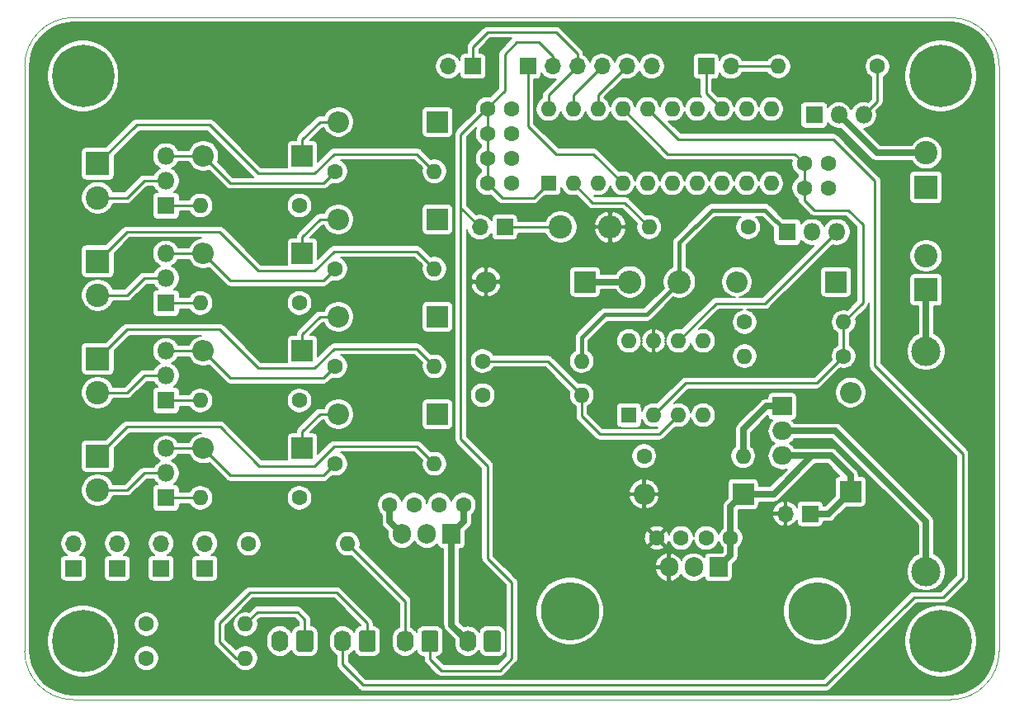
<source format=gbr>
%TF.GenerationSoftware,KiCad,Pcbnew,(5.1.8)-1*%
%TF.CreationDate,2021-01-26T19:22:20+01:00*%
%TF.ProjectId,charger,63686172-6765-4722-9e6b-696361645f70,rev?*%
%TF.SameCoordinates,Original*%
%TF.FileFunction,Copper,L1,Top*%
%TF.FilePolarity,Positive*%
%FSLAX46Y46*%
G04 Gerber Fmt 4.6, Leading zero omitted, Abs format (unit mm)*
G04 Created by KiCad (PCBNEW (5.1.8)-1) date 2021-01-26 19:22:20*
%MOMM*%
%LPD*%
G01*
G04 APERTURE LIST*
%TA.AperFunction,Profile*%
%ADD10C,0.050000*%
%TD*%
%TA.AperFunction,ComponentPad*%
%ADD11C,2.400000*%
%TD*%
%TA.AperFunction,ComponentPad*%
%ADD12R,2.400000X2.400000*%
%TD*%
%TA.AperFunction,ComponentPad*%
%ADD13C,1.600000*%
%TD*%
%TA.AperFunction,ComponentPad*%
%ADD14O,1.740000X2.190000*%
%TD*%
%TA.AperFunction,ComponentPad*%
%ADD15O,2.200000X2.200000*%
%TD*%
%TA.AperFunction,ComponentPad*%
%ADD16R,2.200000X2.200000*%
%TD*%
%TA.AperFunction,ComponentPad*%
%ADD17C,3.000000*%
%TD*%
%TA.AperFunction,ComponentPad*%
%ADD18C,6.400000*%
%TD*%
%TA.AperFunction,ComponentPad*%
%ADD19C,0.800000*%
%TD*%
%TA.AperFunction,ComponentPad*%
%ADD20C,6.000000*%
%TD*%
%TA.AperFunction,ComponentPad*%
%ADD21O,1.700000X1.700000*%
%TD*%
%TA.AperFunction,ComponentPad*%
%ADD22R,1.700000X1.700000*%
%TD*%
%TA.AperFunction,ComponentPad*%
%ADD23R,2.000000X1.905000*%
%TD*%
%TA.AperFunction,ComponentPad*%
%ADD24O,2.000000X1.905000*%
%TD*%
%TA.AperFunction,ComponentPad*%
%ADD25O,1.800000X1.800000*%
%TD*%
%TA.AperFunction,ComponentPad*%
%ADD26R,1.800000X1.800000*%
%TD*%
%TA.AperFunction,ComponentPad*%
%ADD27O,1.600000X1.600000*%
%TD*%
%TA.AperFunction,ComponentPad*%
%ADD28O,2.400000X2.400000*%
%TD*%
%TA.AperFunction,ComponentPad*%
%ADD29R,1.905000X2.000000*%
%TD*%
%TA.AperFunction,ComponentPad*%
%ADD30O,1.905000X2.000000*%
%TD*%
%TA.AperFunction,ComponentPad*%
%ADD31R,1.600000X1.600000*%
%TD*%
%TA.AperFunction,Conductor*%
%ADD32C,0.650000*%
%TD*%
%TA.AperFunction,Conductor*%
%ADD33C,0.250000*%
%TD*%
%TA.AperFunction,Conductor*%
%ADD34C,0.400000*%
%TD*%
%TA.AperFunction,Conductor*%
%ADD35C,0.200000*%
%TD*%
%TA.AperFunction,Conductor*%
%ADD36C,0.100000*%
%TD*%
G04 APERTURE END LIST*
D10*
X150000000Y-45000000D02*
G75*
G02*
X155000000Y-50000000I0J-5000000D01*
G01*
X155000000Y-110000000D02*
G75*
G02*
X150000000Y-115000000I-5000000J0D01*
G01*
X60000000Y-115000000D02*
G75*
G02*
X55000000Y-110000000I0J5000000D01*
G01*
X55000000Y-50000000D02*
G75*
G02*
X60000000Y-45000000I5000000J0D01*
G01*
X155000000Y-110000000D02*
X155000000Y-50000000D01*
X60000000Y-115000000D02*
X150000000Y-115000000D01*
X60000000Y-45000000D02*
X150000000Y-45000000D01*
X55000000Y-50000000D02*
X55000000Y-110000000D01*
D11*
%TO.P,BT1,2*%
%TO.N,Net-(BT1-Pad2)*%
X147500000Y-58900000D03*
D12*
%TO.P,BT1,1*%
%TO.N,Net-(BT1-Pad1)*%
X147500000Y-62400000D03*
%TD*%
D13*
%TO.P,C1,1*%
%TO.N,VDD*%
X102500000Y-54380000D03*
%TO.P,C1,2*%
%TO.N,GND*%
X105000000Y-54380000D03*
%TD*%
%TO.P,C2,2*%
%TO.N,GND*%
X105000000Y-56920000D03*
%TO.P,C2,1*%
%TO.N,VDD*%
X102500000Y-56920000D03*
%TD*%
%TO.P,C3,1*%
%TO.N,VDD*%
X102500000Y-59460000D03*
%TO.P,C3,2*%
%TO.N,GND*%
X105000000Y-59460000D03*
%TD*%
%TO.P,C4,1*%
%TO.N,VDD*%
X102500000Y-62000000D03*
%TO.P,C4,2*%
%TO.N,GND*%
X105000000Y-62000000D03*
%TD*%
%TO.P,C5,2*%
%TO.N,GND*%
X124940000Y-98400000D03*
%TO.P,C5,1*%
%TO.N,Net-(C5-Pad1)*%
X127440000Y-98400000D03*
%TD*%
%TO.P,C6,1*%
%TO.N,DC*%
X119860000Y-98400000D03*
%TO.P,C6,2*%
%TO.N,GND*%
X122360000Y-98400000D03*
%TD*%
%TO.P,C7,2*%
%TO.N,GND*%
X137500000Y-62500000D03*
%TO.P,C7,1*%
%TO.N,REF*%
X135000000Y-62500000D03*
%TD*%
%TO.P,C8,2*%
%TO.N,GND*%
X137500000Y-60000000D03*
%TO.P,C8,1*%
%TO.N,REF*%
X135000000Y-60000000D03*
%TD*%
%TO.P,C9,1*%
%TO.N,Net-(C9-Pad1)*%
X100050000Y-95000000D03*
%TO.P,C9,2*%
%TO.N,GND*%
X97550000Y-95000000D03*
%TD*%
%TO.P,C10,2*%
%TO.N,GND*%
X94970000Y-95000000D03*
%TO.P,C10,1*%
%TO.N,BAT*%
X92470000Y-95000000D03*
%TD*%
D14*
%TO.P,D1,2*%
%TO.N,STS*%
X87626666Y-108980000D03*
%TO.P,D1,1*%
%TO.N,Net-(D1-Pad1)*%
%TA.AperFunction,ComponentPad*%
G36*
G01*
X91036666Y-108134999D02*
X91036666Y-109825001D01*
G75*
G02*
X90786667Y-110075000I-249999J0D01*
G01*
X89546665Y-110075000D01*
G75*
G02*
X89296666Y-109825001I0J249999D01*
G01*
X89296666Y-108134999D01*
G75*
G02*
X89546665Y-107885000I249999J0D01*
G01*
X90786667Y-107885000D01*
G75*
G02*
X91036666Y-108134999I0J-249999D01*
G01*
G37*
%TD.AperFunction*%
%TD*%
D15*
%TO.P,D2,2*%
%TO.N,DC*%
X118570000Y-93900000D03*
D16*
%TO.P,D2,1*%
%TO.N,Net-(C5-Pad1)*%
X128730000Y-93900000D03*
%TD*%
%TO.P,D3,1*%
%TO.N,Net-(D3-Pad1)*%
%TA.AperFunction,ComponentPad*%
G36*
G01*
X84620000Y-108134999D02*
X84620000Y-109825001D01*
G75*
G02*
X84370001Y-110075000I-249999J0D01*
G01*
X83129999Y-110075000D01*
G75*
G02*
X82880000Y-109825001I0J249999D01*
G01*
X82880000Y-108134999D01*
G75*
G02*
X83129999Y-107885000I249999J0D01*
G01*
X84370001Y-107885000D01*
G75*
G02*
X84620000Y-108134999I0J-249999D01*
G01*
G37*
%TD.AperFunction*%
D14*
%TO.P,D3,2*%
%TO.N,BAT*%
X81210000Y-108980000D03*
%TD*%
D16*
%TO.P,D4,1*%
%TO.N,Net-(C5-Pad1)*%
X139750000Y-93630000D03*
D15*
%TO.P,D4,2*%
%TO.N,GND*%
X139750000Y-83470000D03*
%TD*%
%TO.P,D5,2*%
%TO.N,DC*%
X102340000Y-72125000D03*
D16*
%TO.P,D5,1*%
%TO.N,Net-(D5-Pad1)*%
X112500000Y-72125000D03*
%TD*%
%TO.P,D6,1*%
%TO.N,Net-(D6-Pad1)*%
X138250000Y-72125000D03*
D15*
%TO.P,D6,2*%
%TO.N,GND*%
X128090000Y-72125000D03*
%TD*%
%TO.P,D7,2*%
%TO.N,Net-(D7-Pad2)*%
X73340000Y-59210000D03*
D16*
%TO.P,D7,1*%
%TO.N,Net-(D11-Pad2)*%
X83500000Y-59210000D03*
%TD*%
%TO.P,D8,1*%
%TO.N,Net-(D12-Pad2)*%
X83500000Y-89210000D03*
D15*
%TO.P,D8,2*%
%TO.N,Net-(D8-Pad2)*%
X73340000Y-89210000D03*
%TD*%
D16*
%TO.P,D9,1*%
%TO.N,Net-(D13-Pad2)*%
X83500000Y-79210000D03*
D15*
%TO.P,D9,2*%
%TO.N,Net-(D9-Pad2)*%
X73340000Y-79210000D03*
%TD*%
D16*
%TO.P,D10,1*%
%TO.N,Net-(D10-Pad1)*%
X83500000Y-69210000D03*
D15*
%TO.P,D10,2*%
%TO.N,Net-(D10-Pad2)*%
X73340000Y-69210000D03*
%TD*%
D16*
%TO.P,D11,1*%
%TO.N,GND*%
X97350000Y-55710000D03*
D15*
%TO.P,D11,2*%
%TO.N,Net-(D11-Pad2)*%
X87190000Y-55710000D03*
%TD*%
D16*
%TO.P,D12,1*%
%TO.N,GND*%
X97350000Y-85710000D03*
D15*
%TO.P,D12,2*%
%TO.N,Net-(D12-Pad2)*%
X87190000Y-85710000D03*
%TD*%
%TO.P,D13,2*%
%TO.N,Net-(D13-Pad2)*%
X87190000Y-75710000D03*
D16*
%TO.P,D13,1*%
%TO.N,GND*%
X97350000Y-75710000D03*
%TD*%
D15*
%TO.P,D14,2*%
%TO.N,Net-(D10-Pad1)*%
X87190000Y-65710000D03*
D16*
%TO.P,D14,1*%
%TO.N,GND*%
X97350000Y-65710000D03*
%TD*%
D17*
%TO.P,F1,1*%
%TO.N,Net-(F1-Pad1)*%
X147500000Y-101850000D03*
%TO.P,F1,2*%
%TO.N,+5V*%
X147500000Y-79250000D03*
%TD*%
D18*
%TO.P,H1,1*%
%TO.N,GND*%
X61000000Y-51000000D03*
D19*
X63400000Y-51000000D03*
X62697056Y-52697056D03*
X61000000Y-53400000D03*
X59302944Y-52697056D03*
X58600000Y-51000000D03*
X59302944Y-49302944D03*
X61000000Y-48600000D03*
X62697056Y-49302944D03*
%TD*%
%TO.P,H2,1*%
%TO.N,GND*%
X150697056Y-49302944D03*
X149000000Y-48600000D03*
X147302944Y-49302944D03*
X146600000Y-51000000D03*
X147302944Y-52697056D03*
X149000000Y-53400000D03*
X150697056Y-52697056D03*
X151400000Y-51000000D03*
D18*
X149000000Y-51000000D03*
%TD*%
%TO.P,H3,1*%
%TO.N,GND*%
X149000000Y-109000000D03*
D19*
X151400000Y-109000000D03*
X150697056Y-110697056D03*
X149000000Y-111400000D03*
X147302944Y-110697056D03*
X146600000Y-109000000D03*
X147302944Y-107302944D03*
X149000000Y-106600000D03*
X150697056Y-107302944D03*
%TD*%
%TO.P,H4,1*%
%TO.N,GND*%
X62697056Y-107302944D03*
X61000000Y-106600000D03*
X59302944Y-107302944D03*
X58600000Y-109000000D03*
X59302944Y-110697056D03*
X61000000Y-111400000D03*
X62697056Y-110697056D03*
X63400000Y-109000000D03*
D18*
X61000000Y-109000000D03*
%TD*%
D20*
%TO.P,HS1,1*%
%TO.N,GND*%
X110950000Y-105900000D03*
X136350000Y-105900000D03*
%TD*%
D11*
%TO.P,J1,2*%
%TO.N,GND*%
X147500000Y-69450000D03*
D12*
%TO.P,J1,1*%
%TO.N,+5V*%
X147500000Y-72950000D03*
%TD*%
%TO.P,J3,1*%
%TO.N,Net-(J3-Pad1)*%
X62500000Y-60000000D03*
D11*
%TO.P,J3,2*%
%TO.N,Net-(J3-Pad2)*%
X62500000Y-63500000D03*
%TD*%
D12*
%TO.P,J4,1*%
%TO.N,Net-(J4-Pad1)*%
X62500000Y-90000000D03*
D11*
%TO.P,J4,2*%
%TO.N,Net-(J4-Pad2)*%
X62500000Y-93500000D03*
%TD*%
D12*
%TO.P,J5,1*%
%TO.N,Net-(J5-Pad1)*%
X62500000Y-80000000D03*
D11*
%TO.P,J5,2*%
%TO.N,Net-(J5-Pad2)*%
X62500000Y-83500000D03*
%TD*%
%TO.P,J6,2*%
%TO.N,Net-(J6-Pad2)*%
X62500000Y-73500000D03*
D12*
%TO.P,J6,1*%
%TO.N,Net-(J6-Pad1)*%
X62500000Y-70000000D03*
%TD*%
D21*
%TO.P,JP1,2*%
%TO.N,DC*%
X133050000Y-95916666D03*
D22*
%TO.P,JP1,1*%
%TO.N,Net-(C5-Pad1)*%
X135590000Y-95916666D03*
%TD*%
%TO.P,JP2,1*%
%TO.N,Net-(JP2-Pad1)*%
X104250000Y-66500000D03*
D21*
%TO.P,JP2,2*%
%TO.N,VDD*%
X101710000Y-66500000D03*
%TD*%
%TO.P,JP3,2*%
%TO.N,GND*%
X98460000Y-50000000D03*
D22*
%TO.P,JP3,1*%
%TO.N,VSS*%
X101000000Y-50000000D03*
%TD*%
%TO.P,JP4,1*%
%TO.N,PWM*%
X124910000Y-50008333D03*
D21*
%TO.P,JP4,2*%
%TO.N,Net-(JP4-Pad2)*%
X127450000Y-50008333D03*
%TD*%
D23*
%TO.P,Q1,1*%
%TO.N,Net-(Q1-Pad1)*%
X132750000Y-84893333D03*
D24*
%TO.P,Q1,2*%
%TO.N,Net-(F1-Pad1)*%
X132750000Y-87433333D03*
%TO.P,Q1,3*%
%TO.N,Net-(C5-Pad1)*%
X132750000Y-89973333D03*
%TD*%
D25*
%TO.P,Q2,3*%
%TO.N,Net-(D7-Pad2)*%
X69500000Y-59210000D03*
%TO.P,Q2,2*%
%TO.N,Net-(J3-Pad2)*%
X69500000Y-61750000D03*
D26*
%TO.P,Q2,1*%
%TO.N,Net-(Q2-Pad1)*%
X69500000Y-64290000D03*
%TD*%
%TO.P,Q4,1*%
%TO.N,Net-(Q4-Pad1)*%
X69500000Y-94290000D03*
D25*
%TO.P,Q4,2*%
%TO.N,Net-(J4-Pad2)*%
X69500000Y-91750000D03*
%TO.P,Q4,3*%
%TO.N,Net-(D8-Pad2)*%
X69500000Y-89210000D03*
%TD*%
D26*
%TO.P,Q5,1*%
%TO.N,Net-(Q5-Pad1)*%
X69500000Y-84290000D03*
D25*
%TO.P,Q5,2*%
%TO.N,Net-(J5-Pad2)*%
X69500000Y-81750000D03*
%TO.P,Q5,3*%
%TO.N,Net-(D9-Pad2)*%
X69500000Y-79210000D03*
%TD*%
%TO.P,Q6,3*%
%TO.N,Net-(D10-Pad2)*%
X69500000Y-69210000D03*
%TO.P,Q6,2*%
%TO.N,Net-(J6-Pad2)*%
X69500000Y-71750000D03*
D26*
%TO.P,Q6,1*%
%TO.N,Net-(Q6-Pad1)*%
X69500000Y-74290000D03*
%TD*%
D27*
%TO.P,R1,2*%
%TO.N,Net-(D1-Pad1)*%
X77660000Y-110750000D03*
D13*
%TO.P,R1,1*%
%TO.N,GND*%
X67500000Y-110750000D03*
%TD*%
D11*
%TO.P,R2,1*%
%TO.N,Net-(JP2-Pad1)*%
X110000000Y-66500000D03*
D28*
%TO.P,R2,2*%
%TO.N,DC*%
X115080000Y-66500000D03*
%TD*%
D13*
%TO.P,R3,1*%
%TO.N,GND*%
X67500000Y-107250000D03*
D27*
%TO.P,R3,2*%
%TO.N,Net-(D3-Pad1)*%
X77660000Y-107250000D03*
%TD*%
D13*
%TO.P,R4,1*%
%TO.N,GND*%
X118570000Y-90000000D03*
D27*
%TO.P,R4,2*%
%TO.N,Net-(Q1-Pad1)*%
X128730000Y-90000000D03*
%TD*%
%TO.P,R5,2*%
%TO.N,TEMP*%
X88160000Y-99000000D03*
D13*
%TO.P,R5,1*%
%TO.N,GND*%
X78000000Y-99000000D03*
%TD*%
D11*
%TO.P,R6,1*%
%TO.N,Net-(D6-Pad1)*%
X122185000Y-72125000D03*
D28*
%TO.P,R6,2*%
%TO.N,Net-(D5-Pad1)*%
X117105000Y-72125000D03*
%TD*%
D27*
%TO.P,R7,2*%
%TO.N,Net-(BT1-Pad1)*%
X128870000Y-79750000D03*
D13*
%TO.P,R7,1*%
%TO.N,REF*%
X139030000Y-79750000D03*
%TD*%
%TO.P,R8,1*%
%TO.N,GND*%
X128870000Y-76250000D03*
D27*
%TO.P,R8,2*%
%TO.N,REF*%
X139030000Y-76250000D03*
%TD*%
%TO.P,R9,2*%
%TO.N,Net-(J3-Pad1)*%
X97050000Y-60790000D03*
D13*
%TO.P,R9,1*%
%TO.N,Net-(D7-Pad2)*%
X86890000Y-60790000D03*
%TD*%
D27*
%TO.P,R10,2*%
%TO.N,Net-(J4-Pad1)*%
X97050000Y-90790000D03*
D13*
%TO.P,R10,1*%
%TO.N,Net-(D8-Pad2)*%
X86890000Y-90790000D03*
%TD*%
%TO.P,R11,1*%
%TO.N,Net-(D9-Pad2)*%
X86890000Y-80790000D03*
D27*
%TO.P,R11,2*%
%TO.N,Net-(J5-Pad1)*%
X97050000Y-80790000D03*
%TD*%
D13*
%TO.P,R12,1*%
%TO.N,Net-(D10-Pad2)*%
X86890000Y-70790000D03*
D27*
%TO.P,R12,2*%
%TO.N,Net-(J6-Pad1)*%
X97050000Y-70790000D03*
%TD*%
%TO.P,R13,2*%
%TO.N,Net-(JP4-Pad2)*%
X132340000Y-50016666D03*
D13*
%TO.P,R13,1*%
%TO.N,Net-(Q7-Pad3)*%
X142500000Y-50016666D03*
%TD*%
%TO.P,R14,1*%
%TO.N,GND*%
X83200000Y-64290000D03*
D27*
%TO.P,R14,2*%
%TO.N,Net-(Q2-Pad1)*%
X73040000Y-64290000D03*
%TD*%
D13*
%TO.P,R15,1*%
%TO.N,GND*%
X83200000Y-94290000D03*
D27*
%TO.P,R15,2*%
%TO.N,Net-(Q4-Pad1)*%
X73040000Y-94290000D03*
%TD*%
%TO.P,R16,2*%
%TO.N,Net-(Q5-Pad1)*%
X73040000Y-84290000D03*
D13*
%TO.P,R16,1*%
%TO.N,GND*%
X83200000Y-84290000D03*
%TD*%
%TO.P,R17,1*%
%TO.N,GND*%
X83200000Y-74290000D03*
D27*
%TO.P,R17,2*%
%TO.N,Net-(Q6-Pad1)*%
X73040000Y-74290000D03*
%TD*%
%TO.P,TH1,1*%
%TO.N,VDD*%
%TA.AperFunction,ComponentPad*%
G36*
G01*
X97453332Y-108154999D02*
X97453332Y-109845001D01*
G75*
G02*
X97203333Y-110095000I-249999J0D01*
G01*
X95963331Y-110095000D01*
G75*
G02*
X95713332Y-109845001I0J249999D01*
G01*
X95713332Y-108154999D01*
G75*
G02*
X95963331Y-107905000I249999J0D01*
G01*
X97203333Y-107905000D01*
G75*
G02*
X97453332Y-108154999I0J-249999D01*
G01*
G37*
%TD.AperFunction*%
D14*
%TO.P,TH1,2*%
%TO.N,TEMP*%
X94043332Y-109000000D03*
%TD*%
D29*
%TO.P,U1,1*%
%TO.N,Net-(C5-Pad1)*%
X126190000Y-101400000D03*
D30*
%TO.P,U1,2*%
%TO.N,GND*%
X123650000Y-101400000D03*
%TO.P,U1,3*%
%TO.N,DC*%
X121110000Y-101400000D03*
%TD*%
D31*
%TO.P,U2,1*%
%TO.N,VDD*%
X108750000Y-62000000D03*
D27*
%TO.P,U2,11*%
%TO.N,Net-(U2-Pad11)*%
X131610000Y-54380000D03*
%TO.P,U2,2*%
%TO.N,PROBE*%
X111290000Y-62000000D03*
%TO.P,U2,12*%
%TO.N,Net-(U2-Pad12)*%
X129070000Y-54380000D03*
%TO.P,U2,3*%
%TO.N,TEMP*%
X113830000Y-62000000D03*
%TO.P,U2,13*%
%TO.N,PWM*%
X126530000Y-54380000D03*
%TO.P,U2,4*%
%TO.N,VPP*%
X116370000Y-62000000D03*
%TO.P,U2,14*%
%TO.N,Net-(U2-Pad14)*%
X123990000Y-54380000D03*
%TO.P,U2,5*%
%TO.N,Net-(U2-Pad5)*%
X118910000Y-62000000D03*
%TO.P,U2,15*%
%TO.N,Net-(U2-Pad15)*%
X121450000Y-54380000D03*
%TO.P,U2,6*%
%TO.N,Net-(U2-Pad6)*%
X121450000Y-62000000D03*
%TO.P,U2,16*%
%TO.N,STS*%
X118910000Y-54380000D03*
%TO.P,U2,7*%
%TO.N,Net-(U2-Pad7)*%
X123990000Y-62000000D03*
%TO.P,U2,17*%
%TO.N,REF*%
X116370000Y-54380000D03*
%TO.P,U2,8*%
%TO.N,Net-(U2-Pad8)*%
X126530000Y-62000000D03*
%TO.P,U2,18*%
%TO.N,CLK*%
X113830000Y-54380000D03*
%TO.P,U2,9*%
%TO.N,Net-(U2-Pad9)*%
X129070000Y-62000000D03*
%TO.P,U2,19*%
%TO.N,DAT*%
X111290000Y-54380000D03*
%TO.P,U2,10*%
%TO.N,Net-(U2-Pad10)*%
X131610000Y-62000000D03*
%TO.P,U2,20*%
%TO.N,VSS*%
X108750000Y-54380000D03*
%TD*%
D30*
%TO.P,U3,3*%
%TO.N,BAT*%
X93720000Y-98000000D03*
%TO.P,U3,2*%
%TO.N,GND*%
X96260000Y-98000000D03*
D29*
%TO.P,U3,1*%
%TO.N,Net-(C9-Pad1)*%
X98800000Y-98000000D03*
%TD*%
D21*
%TO.P,JP5,2*%
%TO.N,Net-(J4-Pad1)*%
X60000000Y-98960000D03*
D22*
%TO.P,JP5,1*%
%TO.N,BAT*%
X60000000Y-101500000D03*
%TD*%
%TO.P,JP6,1*%
%TO.N,BAT*%
X64500000Y-101500000D03*
D21*
%TO.P,JP6,2*%
%TO.N,Net-(J5-Pad1)*%
X64500000Y-98960000D03*
%TD*%
D22*
%TO.P,JP7,1*%
%TO.N,BAT*%
X69000000Y-101500000D03*
D21*
%TO.P,JP7,2*%
%TO.N,Net-(J6-Pad1)*%
X69000000Y-98960000D03*
%TD*%
%TO.P,JP8,2*%
%TO.N,Net-(J3-Pad1)*%
X73500000Y-98960000D03*
D22*
%TO.P,JP8,1*%
%TO.N,BAT*%
X73500000Y-101500000D03*
%TD*%
D25*
%TO.P,Q3,3*%
%TO.N,Net-(Q3-Pad3)*%
X138330000Y-67000000D03*
%TO.P,Q3,2*%
%TO.N,Net-(BT1-Pad1)*%
X135790000Y-67000000D03*
D26*
%TO.P,Q3,1*%
%TO.N,Net-(D6-Pad1)*%
X133250000Y-67000000D03*
%TD*%
%TO.P,Q7,1*%
%TO.N,GND*%
X136000000Y-55000000D03*
D25*
%TO.P,Q7,2*%
%TO.N,Net-(BT1-Pad2)*%
X138540000Y-55000000D03*
%TO.P,Q7,3*%
%TO.N,Net-(Q7-Pad3)*%
X141080000Y-55000000D03*
%TD*%
D13*
%TO.P,R18,1*%
%TO.N,Net-(R18-Pad1)*%
X102000000Y-80250000D03*
D27*
%TO.P,R18,2*%
%TO.N,Net-(D6-Pad1)*%
X112160000Y-80250000D03*
%TD*%
%TO.P,R19,2*%
%TO.N,Net-(R18-Pad1)*%
X112160000Y-83750000D03*
D13*
%TO.P,R19,1*%
%TO.N,GND*%
X102000000Y-83750000D03*
%TD*%
D31*
%TO.P,U4,1*%
%TO.N,Net-(U4-Pad1)*%
X117000000Y-85800000D03*
D27*
%TO.P,U4,5*%
%TO.N,Net-(U4-Pad5)*%
X124620000Y-78180000D03*
%TO.P,U4,2*%
%TO.N,REF*%
X119540000Y-85800000D03*
%TO.P,U4,6*%
%TO.N,Net-(Q3-Pad3)*%
X122080000Y-78180000D03*
%TO.P,U4,3*%
%TO.N,Net-(R18-Pad1)*%
X122080000Y-85800000D03*
%TO.P,U4,7*%
%TO.N,DC*%
X119540000Y-78180000D03*
%TO.P,U4,4*%
%TO.N,GND*%
X124620000Y-85800000D03*
%TO.P,U4,8*%
%TO.N,Net-(U4-Pad8)*%
X117000000Y-78180000D03*
%TD*%
%TO.P,SW1,1*%
%TO.N,Net-(BT1-Pad1)*%
%TA.AperFunction,ComponentPad*%
G36*
G01*
X103870000Y-108154999D02*
X103870000Y-109845001D01*
G75*
G02*
X103620001Y-110095000I-249999J0D01*
G01*
X102379999Y-110095000D01*
G75*
G02*
X102130000Y-109845001I0J249999D01*
G01*
X102130000Y-108154999D01*
G75*
G02*
X102379999Y-107905000I249999J0D01*
G01*
X103620001Y-107905000D01*
G75*
G02*
X103870000Y-108154999I0J-249999D01*
G01*
G37*
%TD.AperFunction*%
D14*
%TO.P,SW1,2*%
%TO.N,Net-(C9-Pad1)*%
X100460000Y-109000000D03*
%TD*%
D22*
%TO.P,J2,1*%
%TO.N,VPP*%
X106630000Y-49999999D03*
D21*
%TO.P,J2,2*%
%TO.N,VDD*%
X109170000Y-49999999D03*
%TO.P,J2,3*%
%TO.N,VSS*%
X111710000Y-49999999D03*
%TO.P,J2,4*%
%TO.N,DAT*%
X114250000Y-49999999D03*
%TO.P,J2,5*%
%TO.N,CLK*%
X116790000Y-49999999D03*
%TO.P,J2,6*%
%TO.N,Net-(J2-Pad6)*%
X119330000Y-49999999D03*
%TD*%
D13*
%TO.P,R20,1*%
%TO.N,Net-(BT1-Pad1)*%
X129250000Y-66500000D03*
D27*
%TO.P,R20,2*%
%TO.N,PROBE*%
X119090000Y-66500000D03*
%TD*%
D32*
%TO.N,Net-(BT1-Pad2)*%
X142440000Y-58900000D02*
X138540000Y-55000000D01*
X147500000Y-58900000D02*
X142440000Y-58900000D01*
%TO.N,Net-(C5-Pad1)*%
X139750000Y-92000000D02*
X139750000Y-93630000D01*
X137723333Y-89973333D02*
X139750000Y-92000000D01*
X132750000Y-89973333D02*
X132750000Y-90000000D01*
X135723333Y-89973333D02*
X137723333Y-89973333D01*
X132750000Y-89973333D02*
X135723333Y-89973333D01*
X137463334Y-95916666D02*
X139750000Y-93630000D01*
X135590000Y-95916666D02*
X137463334Y-95916666D01*
X135723333Y-90026667D02*
X135723333Y-89973333D01*
X131850000Y-93900000D02*
X135723333Y-90026667D01*
X128730000Y-93900000D02*
X131850000Y-93900000D01*
X127440000Y-95190000D02*
X128730000Y-93900000D01*
X127440000Y-98400000D02*
X127440000Y-95190000D01*
X127440000Y-100150000D02*
X126190000Y-101400000D01*
X127440000Y-98400000D02*
X127440000Y-100150000D01*
D33*
%TO.N,REF*%
X135000000Y-60000000D02*
X135000000Y-62500000D01*
X120990000Y-59000000D02*
X116370000Y-54380000D01*
X134000000Y-59000000D02*
X120990000Y-59000000D01*
X135000000Y-60000000D02*
X134000000Y-59000000D01*
X136280000Y-82500000D02*
X139030000Y-79750000D01*
X122840000Y-82500000D02*
X136280000Y-82500000D01*
X119540000Y-85800000D02*
X122840000Y-82500000D01*
X139030000Y-79750000D02*
X139030000Y-76250000D01*
X141000000Y-74280000D02*
X139030000Y-76250000D01*
X141000000Y-66250000D02*
X141000000Y-74280000D01*
X139500000Y-64750000D02*
X141000000Y-66250000D01*
X136000000Y-64750000D02*
X139500000Y-64750000D01*
X135000000Y-63750000D02*
X136000000Y-64750000D01*
X135000000Y-62500000D02*
X135000000Y-63750000D01*
D32*
%TO.N,Net-(C9-Pad1)*%
X98800000Y-107340000D02*
X100460000Y-109000000D01*
X98800000Y-98000000D02*
X98800000Y-107340000D01*
X100050000Y-96750000D02*
X98800000Y-98000000D01*
X100050000Y-95000000D02*
X100050000Y-96750000D01*
%TO.N,BAT*%
X92470000Y-96750000D02*
X93720000Y-98000000D01*
X92470000Y-95000000D02*
X92470000Y-96750000D01*
D33*
%TO.N,STS*%
X122030000Y-57500000D02*
X138000000Y-57500000D01*
X118910000Y-54380000D02*
X122030000Y-57500000D01*
X139250000Y-58750000D02*
X139500000Y-59000000D01*
X138000000Y-57500000D02*
X139250000Y-58750000D01*
X142250000Y-80750000D02*
X142250000Y-61750000D01*
X151250000Y-102500000D02*
X151250000Y-89750000D01*
X151250000Y-89750000D02*
X142250000Y-80750000D01*
X149250000Y-104500000D02*
X151250000Y-102500000D01*
X146250000Y-104500000D02*
X149250000Y-104500000D01*
X137250000Y-113500000D02*
X146250000Y-104500000D01*
X89750000Y-113500000D02*
X137250000Y-113500000D01*
X142250000Y-61750000D02*
X139250000Y-58750000D01*
X87626666Y-111376666D02*
X89750000Y-113500000D01*
X87626666Y-108980000D02*
X87626666Y-111376666D01*
%TO.N,Net-(D1-Pad1)*%
X90166666Y-107166666D02*
X90166666Y-108980000D01*
X87000000Y-104000000D02*
X90166666Y-107166666D01*
X78122499Y-104000000D02*
X87000000Y-104000000D01*
X75000000Y-107122499D02*
X78122499Y-104000000D01*
X75000000Y-109045000D02*
X75000000Y-107122499D01*
X76705000Y-110750000D02*
X75000000Y-109045000D01*
X77660000Y-110750000D02*
X76705000Y-110750000D01*
%TO.N,Net-(D3-Pad1)*%
X83750000Y-106750000D02*
X83750000Y-108980000D01*
X78910000Y-106000000D02*
X83000000Y-106000000D01*
X83000000Y-106000000D02*
X83750000Y-106750000D01*
X77660000Y-107250000D02*
X78910000Y-106000000D01*
D32*
%TO.N,Net-(D5-Pad1)*%
X112500000Y-72125000D02*
X117105000Y-72125000D01*
D33*
%TO.N,Net-(D7-Pad2)*%
X69500000Y-59210000D02*
X73340000Y-59210000D01*
X73340000Y-59210000D02*
X76130000Y-62000000D01*
X76130000Y-62000000D02*
X85680000Y-62000000D01*
X85680000Y-62000000D02*
X86890000Y-60790000D01*
%TO.N,Net-(D11-Pad2)*%
X83500000Y-59210000D02*
X83500000Y-57500000D01*
X85290000Y-55710000D02*
X87190000Y-55710000D01*
X83500000Y-57500000D02*
X85290000Y-55710000D01*
%TO.N,Net-(D12-Pad2)*%
X83500000Y-89210000D02*
X83500000Y-87500000D01*
X85290000Y-85710000D02*
X87190000Y-85710000D01*
X83500000Y-87500000D02*
X85290000Y-85710000D01*
%TO.N,Net-(D8-Pad2)*%
X69500000Y-89210000D02*
X73340000Y-89210000D01*
X85680000Y-92000000D02*
X86890000Y-90790000D01*
X76130000Y-92000000D02*
X85680000Y-92000000D01*
X73340000Y-89210000D02*
X76130000Y-92000000D01*
%TO.N,Net-(D13-Pad2)*%
X83500000Y-79210000D02*
X83500000Y-77500000D01*
X85290000Y-75710000D02*
X87190000Y-75710000D01*
X83500000Y-77500000D02*
X85290000Y-75710000D01*
%TO.N,Net-(D9-Pad2)*%
X69500000Y-79210000D02*
X73340000Y-79210000D01*
X85680000Y-82000000D02*
X86890000Y-80790000D01*
X76130000Y-82000000D02*
X85680000Y-82000000D01*
X73340000Y-79210000D02*
X76130000Y-82000000D01*
%TO.N,Net-(D10-Pad1)*%
X83500000Y-69210000D02*
X83500000Y-67500000D01*
X85290000Y-65710000D02*
X87190000Y-65710000D01*
X83500000Y-67500000D02*
X85290000Y-65710000D01*
%TO.N,Net-(D10-Pad2)*%
X69500000Y-69210000D02*
X73340000Y-69210000D01*
X85680000Y-72000000D02*
X86890000Y-70790000D01*
X76130000Y-72000000D02*
X85680000Y-72000000D01*
X73340000Y-69210000D02*
X76130000Y-72000000D01*
D32*
%TO.N,Net-(F1-Pad1)*%
X147500000Y-96750000D02*
X147500000Y-101850000D01*
X138183333Y-87433333D02*
X147500000Y-96750000D01*
X132750000Y-87433333D02*
X138183333Y-87433333D01*
%TO.N,+5V*%
X147500000Y-72950000D02*
X147500000Y-79250000D01*
D33*
%TO.N,VPP*%
X113370000Y-59000000D02*
X116370000Y-62000000D01*
X109500000Y-59000000D02*
X113370000Y-59000000D01*
X106630000Y-56130000D02*
X109500000Y-59000000D01*
X106630000Y-49999999D02*
X106630000Y-56130000D01*
%TO.N,VDD*%
X102500000Y-54380000D02*
X102500000Y-62000000D01*
X102370000Y-54380000D02*
X102500000Y-54380000D01*
X109170000Y-48920000D02*
X109170000Y-49999999D01*
X105500000Y-47500000D02*
X107750000Y-47500000D01*
X107750000Y-47500000D02*
X109170000Y-48920000D01*
X102370000Y-54380000D02*
X104250000Y-52500000D01*
X107250000Y-63500000D02*
X108750000Y-62000000D01*
X104000000Y-63500000D02*
X107250000Y-63500000D01*
X102500000Y-62000000D02*
X104000000Y-63500000D01*
X104250000Y-48750000D02*
X105500000Y-47500000D01*
X104250000Y-52500000D02*
X104250000Y-48750000D01*
X99750000Y-57000000D02*
X102370000Y-54380000D01*
X99750000Y-64250000D02*
X99750000Y-57000000D01*
X99750000Y-64540000D02*
X99750000Y-64250000D01*
X101710000Y-66500000D02*
X99750000Y-64540000D01*
X102500000Y-100500000D02*
X102500000Y-91000000D01*
X105000000Y-103000000D02*
X102500000Y-100500000D01*
X105000000Y-110750000D02*
X105000000Y-103000000D01*
X103750000Y-112000000D02*
X105000000Y-110750000D01*
X99750000Y-88250000D02*
X99750000Y-64250000D01*
X97750000Y-112000000D02*
X103750000Y-112000000D01*
X96583332Y-110833332D02*
X97750000Y-112000000D01*
X102500000Y-91000000D02*
X99750000Y-88250000D01*
X96583332Y-109000000D02*
X96583332Y-110833332D01*
%TO.N,VSS*%
X108750000Y-52959999D02*
X111710000Y-49999999D01*
X108750000Y-54380000D02*
X108750000Y-52959999D01*
X111710000Y-48710000D02*
X111710000Y-49999999D01*
X109500000Y-46500000D02*
X111710000Y-48710000D01*
X102500000Y-46500000D02*
X109500000Y-46500000D01*
X101000000Y-48000000D02*
X102500000Y-46500000D01*
X101000000Y-50000000D02*
X101000000Y-48000000D01*
%TO.N,DAT*%
X111290000Y-52959999D02*
X114250000Y-49999999D01*
X111290000Y-54380000D02*
X111290000Y-52959999D01*
%TO.N,CLK*%
X113830000Y-52959999D02*
X116790000Y-49999999D01*
X113830000Y-54380000D02*
X113830000Y-52959999D01*
%TO.N,Net-(J3-Pad2)*%
X62500000Y-63500000D02*
X65500000Y-63500000D01*
X67250000Y-61750000D02*
X69500000Y-61750000D01*
X65500000Y-63500000D02*
X67250000Y-61750000D01*
%TO.N,Net-(J4-Pad2)*%
X62500000Y-93500000D02*
X65500000Y-93500000D01*
X67250000Y-91750000D02*
X69500000Y-91750000D01*
X65500000Y-93500000D02*
X67250000Y-91750000D01*
%TO.N,Net-(J5-Pad2)*%
X62500000Y-83500000D02*
X65500000Y-83500000D01*
X67250000Y-81750000D02*
X69500000Y-81750000D01*
X65500000Y-83500000D02*
X67250000Y-81750000D01*
%TO.N,Net-(J6-Pad2)*%
X62500000Y-73500000D02*
X65500000Y-73500000D01*
X67250000Y-71750000D02*
X69500000Y-71750000D01*
X65500000Y-73500000D02*
X67250000Y-71750000D01*
%TO.N,PWM*%
X124910000Y-52760000D02*
X126530000Y-54380000D01*
X124910000Y-50008333D02*
X124910000Y-52760000D01*
%TO.N,Net-(JP4-Pad2)*%
X132331667Y-50008333D02*
X132340000Y-50016666D01*
X127450000Y-50008333D02*
X132331667Y-50008333D01*
D32*
%TO.N,Net-(Q1-Pad1)*%
X131106667Y-84893333D02*
X132750000Y-84893333D01*
X128730000Y-87270000D02*
X131106667Y-84893333D01*
X128730000Y-90000000D02*
X128730000Y-87270000D01*
D33*
%TO.N,Net-(Q2-Pad1)*%
X69500000Y-64290000D02*
X73040000Y-64290000D01*
%TO.N,Net-(Q3-Pad3)*%
X131000000Y-74330000D02*
X131000000Y-74337499D01*
X125922501Y-74337499D02*
X122080000Y-78180000D01*
X131000000Y-74337499D02*
X125922501Y-74337499D01*
X138330000Y-67000000D02*
X131000000Y-74330000D01*
%TO.N,Net-(Q4-Pad1)*%
X69500000Y-94290000D02*
X73040000Y-94290000D01*
%TO.N,Net-(Q5-Pad1)*%
X69500000Y-84290000D02*
X73040000Y-84290000D01*
%TO.N,Net-(Q6-Pad1)*%
X69500000Y-74290000D02*
X73040000Y-74290000D01*
%TO.N,TEMP*%
X94043332Y-104883332D02*
X88160000Y-99000000D01*
X94043332Y-109000000D02*
X94043332Y-104883332D01*
D34*
%TO.N,Net-(D6-Pad1)*%
X112160000Y-77840000D02*
X112160000Y-80250000D01*
X114500000Y-75500000D02*
X112160000Y-77840000D01*
X118810000Y-75500000D02*
X114500000Y-75500000D01*
X122185000Y-72125000D02*
X118810000Y-75500000D01*
X131000000Y-64750000D02*
X133250000Y-67000000D01*
X125500000Y-64750000D02*
X131000000Y-64750000D01*
X122185000Y-68065000D02*
X125500000Y-64750000D01*
X122185000Y-72125000D02*
X122185000Y-68065000D01*
D33*
%TO.N,Net-(J3-Pad1)*%
X66500000Y-56000000D02*
X62500000Y-60000000D01*
X74000000Y-56000000D02*
X66500000Y-56000000D01*
X79000000Y-61000000D02*
X74000000Y-56000000D01*
X84750000Y-61000000D02*
X79000000Y-61000000D01*
X86750000Y-59000000D02*
X84750000Y-61000000D01*
X95260000Y-59000000D02*
X86750000Y-59000000D01*
X97050000Y-60790000D02*
X95260000Y-59000000D01*
%TO.N,Net-(J4-Pad1)*%
X65500000Y-87000000D02*
X62500000Y-90000000D01*
X75050500Y-87000000D02*
X65500000Y-87000000D01*
X79050500Y-91000000D02*
X75050500Y-87000000D01*
X86750000Y-89000000D02*
X84750000Y-91000000D01*
X84750000Y-91000000D02*
X79050500Y-91000000D01*
X95260000Y-89000000D02*
X86750000Y-89000000D01*
X97050000Y-90790000D02*
X95260000Y-89000000D01*
%TO.N,Net-(J5-Pad1)*%
X75000000Y-77000000D02*
X65500000Y-77000000D01*
X65500000Y-77000000D02*
X62500000Y-80000000D01*
X79000000Y-81000000D02*
X75000000Y-77000000D01*
X84750000Y-81000000D02*
X79000000Y-81000000D01*
X86750000Y-79000000D02*
X84750000Y-81000000D01*
X95260000Y-79000000D02*
X86750000Y-79000000D01*
X97050000Y-80790000D02*
X95260000Y-79000000D01*
%TO.N,Net-(J6-Pad1)*%
X65500000Y-67000000D02*
X62500000Y-70000000D01*
X79000000Y-71000000D02*
X75000000Y-67000000D01*
X84750000Y-71000000D02*
X79000000Y-71000000D01*
X75000000Y-67000000D02*
X65500000Y-67000000D01*
X86750000Y-69000000D02*
X84750000Y-71000000D01*
X95260000Y-69000000D02*
X86750000Y-69000000D01*
X97050000Y-70790000D02*
X95260000Y-69000000D01*
%TO.N,Net-(Q7-Pad3)*%
X142500000Y-53580000D02*
X141080000Y-55000000D01*
X142500000Y-50016666D02*
X142500000Y-53580000D01*
%TO.N,Net-(R18-Pad1)*%
X108660000Y-80250000D02*
X112160000Y-83750000D01*
X102000000Y-80250000D02*
X108660000Y-80250000D01*
X120130000Y-87750000D02*
X122080000Y-85800000D01*
X114000000Y-87750000D02*
X120130000Y-87750000D01*
X112160000Y-85910000D02*
X114000000Y-87750000D01*
X112160000Y-83750000D02*
X112160000Y-85910000D01*
%TO.N,Net-(JP2-Pad1)*%
X110000000Y-66500000D02*
X104250000Y-66500000D01*
%TO.N,PROBE*%
X116590000Y-64000000D02*
X119090000Y-66500000D01*
X113290000Y-64000000D02*
X116590000Y-64000000D01*
X111290000Y-62000000D02*
X113290000Y-64000000D01*
%TD*%
D35*
%TO.N,DC*%
X150792086Y-45597779D02*
X151559137Y-45807621D01*
X152276898Y-46149976D01*
X152922696Y-46614028D01*
X153476104Y-47185101D01*
X153919643Y-47845158D01*
X154239287Y-48573325D01*
X154425899Y-49350622D01*
X154475001Y-50019263D01*
X154475000Y-109976614D01*
X154402221Y-110792086D01*
X154192380Y-111559136D01*
X153850026Y-112276896D01*
X153385972Y-112922696D01*
X152814899Y-113476104D01*
X152154842Y-113919643D01*
X151426675Y-114239287D01*
X150649378Y-114425899D01*
X149980751Y-114475000D01*
X60023385Y-114475000D01*
X59207914Y-114402221D01*
X58440864Y-114192380D01*
X57723104Y-113850026D01*
X57077304Y-113385972D01*
X56523896Y-112814899D01*
X56080357Y-112154842D01*
X55760713Y-111426675D01*
X55574101Y-110649378D01*
X55525000Y-109980751D01*
X55525000Y-108635582D01*
X57300000Y-108635582D01*
X57300000Y-109364418D01*
X57442189Y-110079250D01*
X57721102Y-110752607D01*
X58126022Y-111358613D01*
X58641387Y-111873978D01*
X59247393Y-112278898D01*
X59920750Y-112557811D01*
X60635582Y-112700000D01*
X61364418Y-112700000D01*
X62079250Y-112557811D01*
X62752607Y-112278898D01*
X63358613Y-111873978D01*
X63873978Y-111358613D01*
X64278898Y-110752607D01*
X64333013Y-110621961D01*
X66200000Y-110621961D01*
X66200000Y-110878039D01*
X66249958Y-111129196D01*
X66347955Y-111365781D01*
X66490224Y-111578702D01*
X66671298Y-111759776D01*
X66884219Y-111902045D01*
X67120804Y-112000042D01*
X67371961Y-112050000D01*
X67628039Y-112050000D01*
X67879196Y-112000042D01*
X68115781Y-111902045D01*
X68328702Y-111759776D01*
X68509776Y-111578702D01*
X68652045Y-111365781D01*
X68750042Y-111129196D01*
X68800000Y-110878039D01*
X68800000Y-110621961D01*
X68750042Y-110370804D01*
X68652045Y-110134219D01*
X68509776Y-109921298D01*
X68328702Y-109740224D01*
X68115781Y-109597955D01*
X67879196Y-109499958D01*
X67628039Y-109450000D01*
X67371961Y-109450000D01*
X67120804Y-109499958D01*
X66884219Y-109597955D01*
X66671298Y-109740224D01*
X66490224Y-109921298D01*
X66347955Y-110134219D01*
X66249958Y-110370804D01*
X66200000Y-110621961D01*
X64333013Y-110621961D01*
X64557811Y-110079250D01*
X64700000Y-109364418D01*
X64700000Y-108635582D01*
X64557811Y-107920750D01*
X64278898Y-107247393D01*
X64195088Y-107121961D01*
X66200000Y-107121961D01*
X66200000Y-107378039D01*
X66249958Y-107629196D01*
X66347955Y-107865781D01*
X66490224Y-108078702D01*
X66671298Y-108259776D01*
X66884219Y-108402045D01*
X67120804Y-108500042D01*
X67371961Y-108550000D01*
X67628039Y-108550000D01*
X67879196Y-108500042D01*
X68115781Y-108402045D01*
X68328702Y-108259776D01*
X68509776Y-108078702D01*
X68652045Y-107865781D01*
X68750042Y-107629196D01*
X68800000Y-107378039D01*
X68800000Y-107122499D01*
X74371977Y-107122499D01*
X74375001Y-107153203D01*
X74375000Y-109014306D01*
X74371977Y-109045000D01*
X74375000Y-109075694D01*
X74375000Y-109075703D01*
X74384043Y-109167520D01*
X74419781Y-109285333D01*
X74477817Y-109393910D01*
X74555920Y-109489080D01*
X74579776Y-109508658D01*
X76241346Y-111170229D01*
X76260920Y-111194080D01*
X76294530Y-111221663D01*
X76356087Y-111272182D01*
X76356089Y-111272183D01*
X76464666Y-111330219D01*
X76497329Y-111340127D01*
X76507955Y-111365781D01*
X76650224Y-111578702D01*
X76831298Y-111759776D01*
X77044219Y-111902045D01*
X77280804Y-112000042D01*
X77531961Y-112050000D01*
X77788039Y-112050000D01*
X78039196Y-112000042D01*
X78275781Y-111902045D01*
X78488702Y-111759776D01*
X78669776Y-111578702D01*
X78812045Y-111365781D01*
X78910042Y-111129196D01*
X78960000Y-110878039D01*
X78960000Y-110621961D01*
X78910042Y-110370804D01*
X78812045Y-110134219D01*
X78669776Y-109921298D01*
X78488702Y-109740224D01*
X78275781Y-109597955D01*
X78039196Y-109499958D01*
X77788039Y-109450000D01*
X77531961Y-109450000D01*
X77280804Y-109499958D01*
X77044219Y-109597955D01*
X76831298Y-109740224D01*
X76705202Y-109866320D01*
X75625000Y-108786118D01*
X75625000Y-107381381D01*
X75884420Y-107121961D01*
X76360000Y-107121961D01*
X76360000Y-107378039D01*
X76409958Y-107629196D01*
X76507955Y-107865781D01*
X76650224Y-108078702D01*
X76831298Y-108259776D01*
X77044219Y-108402045D01*
X77280804Y-108500042D01*
X77531961Y-108550000D01*
X77788039Y-108550000D01*
X78039196Y-108500042D01*
X78275781Y-108402045D01*
X78488702Y-108259776D01*
X78669776Y-108078702D01*
X78812045Y-107865781D01*
X78910042Y-107629196D01*
X78960000Y-107378039D01*
X78960000Y-107121961D01*
X78912205Y-106881678D01*
X79168883Y-106625000D01*
X82741118Y-106625000D01*
X83125000Y-107008883D01*
X83125000Y-107383073D01*
X82983210Y-107397039D01*
X82842061Y-107439855D01*
X82711978Y-107509386D01*
X82597959Y-107602959D01*
X82504386Y-107716978D01*
X82434855Y-107847061D01*
X82392039Y-107988210D01*
X82386053Y-108048986D01*
X82354624Y-107990186D01*
X82183423Y-107781577D01*
X81974814Y-107610376D01*
X81736813Y-107483162D01*
X81478567Y-107404824D01*
X81210000Y-107378372D01*
X80941434Y-107404824D01*
X80683188Y-107483162D01*
X80445187Y-107610376D01*
X80236578Y-107781577D01*
X80065376Y-107990186D01*
X79938162Y-108228187D01*
X79859824Y-108486433D01*
X79840000Y-108687706D01*
X79840000Y-109272293D01*
X79859824Y-109473566D01*
X79938162Y-109731812D01*
X80065376Y-109969813D01*
X80236577Y-110178422D01*
X80445186Y-110349624D01*
X80683187Y-110476838D01*
X80941433Y-110555176D01*
X81210000Y-110581628D01*
X81478566Y-110555176D01*
X81736812Y-110476838D01*
X81974813Y-110349624D01*
X82183422Y-110178423D01*
X82354624Y-109969814D01*
X82386053Y-109911015D01*
X82392039Y-109971790D01*
X82434855Y-110112939D01*
X82504386Y-110243022D01*
X82597959Y-110357041D01*
X82711978Y-110450614D01*
X82842061Y-110520145D01*
X82983210Y-110562961D01*
X83129999Y-110577419D01*
X84370001Y-110577419D01*
X84516790Y-110562961D01*
X84657939Y-110520145D01*
X84788022Y-110450614D01*
X84902041Y-110357041D01*
X84995614Y-110243022D01*
X85065145Y-110112939D01*
X85107961Y-109971790D01*
X85122419Y-109825001D01*
X85122419Y-108134999D01*
X85107961Y-107988210D01*
X85065145Y-107847061D01*
X84995614Y-107716978D01*
X84902041Y-107602959D01*
X84788022Y-107509386D01*
X84657939Y-107439855D01*
X84516790Y-107397039D01*
X84375000Y-107383073D01*
X84375000Y-106780693D01*
X84378023Y-106749999D01*
X84375000Y-106719305D01*
X84375000Y-106719296D01*
X84365957Y-106627479D01*
X84330219Y-106509666D01*
X84272183Y-106401089D01*
X84272182Y-106401087D01*
X84233273Y-106353677D01*
X84194080Y-106305920D01*
X84170230Y-106286347D01*
X83463658Y-105579776D01*
X83444080Y-105555920D01*
X83348911Y-105477817D01*
X83240334Y-105419781D01*
X83122521Y-105384043D01*
X83030704Y-105375000D01*
X83030694Y-105375000D01*
X83000000Y-105371977D01*
X82969306Y-105375000D01*
X78940694Y-105375000D01*
X78910000Y-105371977D01*
X78879306Y-105375000D01*
X78879296Y-105375000D01*
X78787479Y-105384043D01*
X78669666Y-105419781D01*
X78561089Y-105477817D01*
X78465920Y-105555920D01*
X78446346Y-105579771D01*
X78028322Y-105997795D01*
X77788039Y-105950000D01*
X77531961Y-105950000D01*
X77280804Y-105999958D01*
X77044219Y-106097955D01*
X76831298Y-106240224D01*
X76650224Y-106421298D01*
X76507955Y-106634219D01*
X76409958Y-106870804D01*
X76360000Y-107121961D01*
X75884420Y-107121961D01*
X78381383Y-104625000D01*
X86741118Y-104625000D01*
X89502999Y-107386882D01*
X89399876Y-107397039D01*
X89258727Y-107439855D01*
X89128644Y-107509386D01*
X89014625Y-107602959D01*
X88921052Y-107716978D01*
X88851521Y-107847061D01*
X88808705Y-107988210D01*
X88802719Y-108048986D01*
X88771290Y-107990186D01*
X88600089Y-107781577D01*
X88391480Y-107610376D01*
X88153479Y-107483162D01*
X87895233Y-107404824D01*
X87626666Y-107378372D01*
X87358100Y-107404824D01*
X87099854Y-107483162D01*
X86861853Y-107610376D01*
X86653244Y-107781577D01*
X86482042Y-107990186D01*
X86354828Y-108228187D01*
X86276490Y-108486433D01*
X86256666Y-108687706D01*
X86256666Y-109272293D01*
X86276490Y-109473566D01*
X86354828Y-109731812D01*
X86482042Y-109969813D01*
X86653243Y-110178422D01*
X86861852Y-110349624D01*
X87001667Y-110424356D01*
X87001667Y-111345962D01*
X86998643Y-111376666D01*
X87001667Y-111407370D01*
X87010710Y-111499187D01*
X87046448Y-111617000D01*
X87104484Y-111725577D01*
X87182587Y-111820746D01*
X87206438Y-111840320D01*
X89286346Y-113920229D01*
X89305920Y-113944080D01*
X89401089Y-114022183D01*
X89509666Y-114080219D01*
X89627479Y-114115957D01*
X89719296Y-114125000D01*
X89719298Y-114125000D01*
X89750000Y-114128024D01*
X89780701Y-114125000D01*
X137219306Y-114125000D01*
X137250000Y-114128023D01*
X137280694Y-114125000D01*
X137280704Y-114125000D01*
X137372521Y-114115957D01*
X137490334Y-114080219D01*
X137598911Y-114022183D01*
X137694080Y-113944080D01*
X137713658Y-113920224D01*
X142998300Y-108635582D01*
X145300000Y-108635582D01*
X145300000Y-109364418D01*
X145442189Y-110079250D01*
X145721102Y-110752607D01*
X146126022Y-111358613D01*
X146641387Y-111873978D01*
X147247393Y-112278898D01*
X147920750Y-112557811D01*
X148635582Y-112700000D01*
X149364418Y-112700000D01*
X150079250Y-112557811D01*
X150752607Y-112278898D01*
X151358613Y-111873978D01*
X151873978Y-111358613D01*
X152278898Y-110752607D01*
X152557811Y-110079250D01*
X152700000Y-109364418D01*
X152700000Y-108635582D01*
X152557811Y-107920750D01*
X152278898Y-107247393D01*
X151873978Y-106641387D01*
X151358613Y-106126022D01*
X150752607Y-105721102D01*
X150079250Y-105442189D01*
X149364418Y-105300000D01*
X148635582Y-105300000D01*
X147920750Y-105442189D01*
X147247393Y-105721102D01*
X146641387Y-106126022D01*
X146126022Y-106641387D01*
X145721102Y-107247393D01*
X145442189Y-107920750D01*
X145300000Y-108635582D01*
X142998300Y-108635582D01*
X146508883Y-105125000D01*
X149219306Y-105125000D01*
X149250000Y-105128023D01*
X149280694Y-105125000D01*
X149280704Y-105125000D01*
X149372521Y-105115957D01*
X149490334Y-105080219D01*
X149598911Y-105022183D01*
X149694080Y-104944080D01*
X149713658Y-104920224D01*
X151670230Y-102963653D01*
X151694080Y-102944080D01*
X151748739Y-102877478D01*
X151772182Y-102848913D01*
X151830218Y-102740336D01*
X151848827Y-102678991D01*
X151865957Y-102622521D01*
X151875000Y-102530704D01*
X151875000Y-102530695D01*
X151878023Y-102500001D01*
X151875000Y-102469307D01*
X151875000Y-89780693D01*
X151878023Y-89749999D01*
X151875000Y-89719305D01*
X151875000Y-89719296D01*
X151865957Y-89627479D01*
X151830219Y-89509666D01*
X151772183Y-89401089D01*
X151694080Y-89305920D01*
X151670229Y-89286346D01*
X142875000Y-80491118D01*
X142875000Y-79053017D01*
X145500000Y-79053017D01*
X145500000Y-79446983D01*
X145576859Y-79833378D01*
X145727623Y-80197355D01*
X145946499Y-80524926D01*
X146225074Y-80803501D01*
X146552645Y-81022377D01*
X146916622Y-81173141D01*
X147303017Y-81250000D01*
X147696983Y-81250000D01*
X148083378Y-81173141D01*
X148447355Y-81022377D01*
X148774926Y-80803501D01*
X149053501Y-80524926D01*
X149272377Y-80197355D01*
X149423141Y-79833378D01*
X149500000Y-79446983D01*
X149500000Y-79053017D01*
X149423141Y-78666622D01*
X149272377Y-78302645D01*
X149053501Y-77975074D01*
X148774926Y-77696499D01*
X148447355Y-77477623D01*
X148325000Y-77426942D01*
X148325000Y-74652419D01*
X148700000Y-74652419D01*
X148798017Y-74642765D01*
X148892267Y-74614175D01*
X148979129Y-74567746D01*
X149055264Y-74505264D01*
X149117746Y-74429129D01*
X149164175Y-74342267D01*
X149192765Y-74248017D01*
X149202419Y-74150000D01*
X149202419Y-71750000D01*
X149192765Y-71651983D01*
X149164175Y-71557733D01*
X149117746Y-71470871D01*
X149055264Y-71394736D01*
X148979129Y-71332254D01*
X148892267Y-71285825D01*
X148798017Y-71257235D01*
X148700000Y-71247581D01*
X146300000Y-71247581D01*
X146201983Y-71257235D01*
X146107733Y-71285825D01*
X146020871Y-71332254D01*
X145944736Y-71394736D01*
X145882254Y-71470871D01*
X145835825Y-71557733D01*
X145807235Y-71651983D01*
X145797581Y-71750000D01*
X145797581Y-74150000D01*
X145807235Y-74248017D01*
X145835825Y-74342267D01*
X145882254Y-74429129D01*
X145944736Y-74505264D01*
X146020871Y-74567746D01*
X146107733Y-74614175D01*
X146201983Y-74642765D01*
X146300000Y-74652419D01*
X146675000Y-74652419D01*
X146675001Y-77426942D01*
X146552645Y-77477623D01*
X146225074Y-77696499D01*
X145946499Y-77975074D01*
X145727623Y-78302645D01*
X145576859Y-78666622D01*
X145500000Y-79053017D01*
X142875000Y-79053017D01*
X142875000Y-69282565D01*
X145800000Y-69282565D01*
X145800000Y-69617435D01*
X145865330Y-69945872D01*
X145993479Y-70255252D01*
X146179523Y-70533687D01*
X146416313Y-70770477D01*
X146694748Y-70956521D01*
X147004128Y-71084670D01*
X147332565Y-71150000D01*
X147667435Y-71150000D01*
X147995872Y-71084670D01*
X148305252Y-70956521D01*
X148583687Y-70770477D01*
X148820477Y-70533687D01*
X149006521Y-70255252D01*
X149134670Y-69945872D01*
X149200000Y-69617435D01*
X149200000Y-69282565D01*
X149134670Y-68954128D01*
X149006521Y-68644748D01*
X148820477Y-68366313D01*
X148583687Y-68129523D01*
X148305252Y-67943479D01*
X147995872Y-67815330D01*
X147667435Y-67750000D01*
X147332565Y-67750000D01*
X147004128Y-67815330D01*
X146694748Y-67943479D01*
X146416313Y-68129523D01*
X146179523Y-68366313D01*
X145993479Y-68644748D01*
X145865330Y-68954128D01*
X145800000Y-69282565D01*
X142875000Y-69282565D01*
X142875000Y-61780702D01*
X142878024Y-61750000D01*
X142875000Y-61719296D01*
X142865957Y-61627479D01*
X142830219Y-61509666D01*
X142782175Y-61419782D01*
X142772183Y-61401088D01*
X142713652Y-61329769D01*
X142694080Y-61305920D01*
X142670229Y-61286346D01*
X142583883Y-61200000D01*
X145797581Y-61200000D01*
X145797581Y-63600000D01*
X145807235Y-63698017D01*
X145835825Y-63792267D01*
X145882254Y-63879129D01*
X145944736Y-63955264D01*
X146020871Y-64017746D01*
X146107733Y-64064175D01*
X146201983Y-64092765D01*
X146300000Y-64102419D01*
X148700000Y-64102419D01*
X148798017Y-64092765D01*
X148892267Y-64064175D01*
X148979129Y-64017746D01*
X149055264Y-63955264D01*
X149117746Y-63879129D01*
X149164175Y-63792267D01*
X149192765Y-63698017D01*
X149202419Y-63600000D01*
X149202419Y-61200000D01*
X149192765Y-61101983D01*
X149164175Y-61007733D01*
X149117746Y-60920871D01*
X149055264Y-60844736D01*
X148979129Y-60782254D01*
X148892267Y-60735825D01*
X148798017Y-60707235D01*
X148700000Y-60697581D01*
X146300000Y-60697581D01*
X146201983Y-60707235D01*
X146107733Y-60735825D01*
X146020871Y-60782254D01*
X145944736Y-60844736D01*
X145882254Y-60920871D01*
X145835825Y-61007733D01*
X145807235Y-61101983D01*
X145797581Y-61200000D01*
X142583883Y-61200000D01*
X139963656Y-58579774D01*
X139963652Y-58579769D01*
X139713656Y-58329774D01*
X139713652Y-58329769D01*
X138463658Y-57079776D01*
X138444080Y-57055920D01*
X138348911Y-56977817D01*
X138240334Y-56919781D01*
X138122521Y-56884043D01*
X138030704Y-56875000D01*
X138030694Y-56875000D01*
X138000000Y-56871977D01*
X137969306Y-56875000D01*
X122288883Y-56875000D01*
X121024918Y-55611035D01*
X121070804Y-55630042D01*
X121321961Y-55680000D01*
X121578039Y-55680000D01*
X121829196Y-55630042D01*
X122065781Y-55532045D01*
X122278702Y-55389776D01*
X122459776Y-55208702D01*
X122602045Y-54995781D01*
X122700042Y-54759196D01*
X122720000Y-54658860D01*
X122739958Y-54759196D01*
X122837955Y-54995781D01*
X122980224Y-55208702D01*
X123161298Y-55389776D01*
X123374219Y-55532045D01*
X123610804Y-55630042D01*
X123861961Y-55680000D01*
X124118039Y-55680000D01*
X124369196Y-55630042D01*
X124605781Y-55532045D01*
X124818702Y-55389776D01*
X124999776Y-55208702D01*
X125142045Y-54995781D01*
X125240042Y-54759196D01*
X125260000Y-54658860D01*
X125279958Y-54759196D01*
X125377955Y-54995781D01*
X125520224Y-55208702D01*
X125701298Y-55389776D01*
X125914219Y-55532045D01*
X126150804Y-55630042D01*
X126401961Y-55680000D01*
X126658039Y-55680000D01*
X126909196Y-55630042D01*
X127145781Y-55532045D01*
X127358702Y-55389776D01*
X127539776Y-55208702D01*
X127682045Y-54995781D01*
X127780042Y-54759196D01*
X127800000Y-54658860D01*
X127819958Y-54759196D01*
X127917955Y-54995781D01*
X128060224Y-55208702D01*
X128241298Y-55389776D01*
X128454219Y-55532045D01*
X128690804Y-55630042D01*
X128941961Y-55680000D01*
X129198039Y-55680000D01*
X129449196Y-55630042D01*
X129685781Y-55532045D01*
X129898702Y-55389776D01*
X130079776Y-55208702D01*
X130222045Y-54995781D01*
X130320042Y-54759196D01*
X130340000Y-54658860D01*
X130359958Y-54759196D01*
X130457955Y-54995781D01*
X130600224Y-55208702D01*
X130781298Y-55389776D01*
X130994219Y-55532045D01*
X131230804Y-55630042D01*
X131481961Y-55680000D01*
X131738039Y-55680000D01*
X131989196Y-55630042D01*
X132225781Y-55532045D01*
X132438702Y-55389776D01*
X132619776Y-55208702D01*
X132762045Y-54995781D01*
X132860042Y-54759196D01*
X132910000Y-54508039D01*
X132910000Y-54251961D01*
X132879774Y-54100000D01*
X134597581Y-54100000D01*
X134597581Y-55900000D01*
X134607235Y-55998017D01*
X134635825Y-56092267D01*
X134682254Y-56179129D01*
X134744736Y-56255264D01*
X134820871Y-56317746D01*
X134907733Y-56364175D01*
X135001983Y-56392765D01*
X135100000Y-56402419D01*
X136900000Y-56402419D01*
X136998017Y-56392765D01*
X137092267Y-56364175D01*
X137179129Y-56317746D01*
X137255264Y-56255264D01*
X137317746Y-56179129D01*
X137364175Y-56092267D01*
X137392765Y-55998017D01*
X137402419Y-55900000D01*
X137402419Y-55817423D01*
X137452549Y-55892448D01*
X137647552Y-56087451D01*
X137876851Y-56240664D01*
X138131635Y-56346199D01*
X138402112Y-56400000D01*
X138677888Y-56400000D01*
X138757449Y-56384174D01*
X141827984Y-59454710D01*
X141853815Y-59486185D01*
X141979437Y-59589281D01*
X142122759Y-59665888D01*
X142278272Y-59713062D01*
X142399479Y-59725000D01*
X142399487Y-59725000D01*
X142440000Y-59728990D01*
X142480513Y-59725000D01*
X146006674Y-59725000D01*
X146179523Y-59983687D01*
X146416313Y-60220477D01*
X146694748Y-60406521D01*
X147004128Y-60534670D01*
X147332565Y-60600000D01*
X147667435Y-60600000D01*
X147995872Y-60534670D01*
X148305252Y-60406521D01*
X148583687Y-60220477D01*
X148820477Y-59983687D01*
X149006521Y-59705252D01*
X149134670Y-59395872D01*
X149200000Y-59067435D01*
X149200000Y-58732565D01*
X149134670Y-58404128D01*
X149006521Y-58094748D01*
X148820477Y-57816313D01*
X148583687Y-57579523D01*
X148305252Y-57393479D01*
X147995872Y-57265330D01*
X147667435Y-57200000D01*
X147332565Y-57200000D01*
X147004128Y-57265330D01*
X146694748Y-57393479D01*
X146416313Y-57579523D01*
X146179523Y-57816313D01*
X146006674Y-58075000D01*
X142781726Y-58075000D01*
X141106726Y-56400000D01*
X141217888Y-56400000D01*
X141488365Y-56346199D01*
X141743149Y-56240664D01*
X141972448Y-56087451D01*
X142167451Y-55892448D01*
X142320664Y-55663149D01*
X142426199Y-55408365D01*
X142480000Y-55137888D01*
X142480000Y-54862112D01*
X142426199Y-54591635D01*
X142410397Y-54553486D01*
X142920229Y-54043654D01*
X142944080Y-54024080D01*
X143016431Y-53935920D01*
X143022182Y-53928913D01*
X143080218Y-53820336D01*
X143086453Y-53799782D01*
X143115957Y-53702521D01*
X143125000Y-53610704D01*
X143125000Y-53610695D01*
X143128023Y-53580001D01*
X143125000Y-53549307D01*
X143125000Y-51162551D01*
X143328702Y-51026442D01*
X143509776Y-50845368D01*
X143649950Y-50635582D01*
X145300000Y-50635582D01*
X145300000Y-51364418D01*
X145442189Y-52079250D01*
X145721102Y-52752607D01*
X146126022Y-53358613D01*
X146641387Y-53873978D01*
X147247393Y-54278898D01*
X147920750Y-54557811D01*
X148635582Y-54700000D01*
X149364418Y-54700000D01*
X150079250Y-54557811D01*
X150752607Y-54278898D01*
X151358613Y-53873978D01*
X151873978Y-53358613D01*
X152278898Y-52752607D01*
X152557811Y-52079250D01*
X152700000Y-51364418D01*
X152700000Y-50635582D01*
X152557811Y-49920750D01*
X152278898Y-49247393D01*
X151873978Y-48641387D01*
X151358613Y-48126022D01*
X150752607Y-47721102D01*
X150079250Y-47442189D01*
X149364418Y-47300000D01*
X148635582Y-47300000D01*
X147920750Y-47442189D01*
X147247393Y-47721102D01*
X146641387Y-48126022D01*
X146126022Y-48641387D01*
X145721102Y-49247393D01*
X145442189Y-49920750D01*
X145300000Y-50635582D01*
X143649950Y-50635582D01*
X143652045Y-50632447D01*
X143750042Y-50395862D01*
X143800000Y-50144705D01*
X143800000Y-49888627D01*
X143750042Y-49637470D01*
X143652045Y-49400885D01*
X143509776Y-49187964D01*
X143328702Y-49006890D01*
X143115781Y-48864621D01*
X142879196Y-48766624D01*
X142628039Y-48716666D01*
X142371961Y-48716666D01*
X142120804Y-48766624D01*
X141884219Y-48864621D01*
X141671298Y-49006890D01*
X141490224Y-49187964D01*
X141347955Y-49400885D01*
X141249958Y-49637470D01*
X141200000Y-49888627D01*
X141200000Y-50144705D01*
X141249958Y-50395862D01*
X141347955Y-50632447D01*
X141490224Y-50845368D01*
X141671298Y-51026442D01*
X141875000Y-51162551D01*
X141875001Y-53321116D01*
X141526514Y-53669603D01*
X141488365Y-53653801D01*
X141217888Y-53600000D01*
X140942112Y-53600000D01*
X140671635Y-53653801D01*
X140416851Y-53759336D01*
X140187552Y-53912549D01*
X139992549Y-54107552D01*
X139839336Y-54336851D01*
X139810000Y-54407674D01*
X139780664Y-54336851D01*
X139627451Y-54107552D01*
X139432448Y-53912549D01*
X139203149Y-53759336D01*
X138948365Y-53653801D01*
X138677888Y-53600000D01*
X138402112Y-53600000D01*
X138131635Y-53653801D01*
X137876851Y-53759336D01*
X137647552Y-53912549D01*
X137452549Y-54107552D01*
X137402419Y-54182577D01*
X137402419Y-54100000D01*
X137392765Y-54001983D01*
X137364175Y-53907733D01*
X137317746Y-53820871D01*
X137255264Y-53744736D01*
X137179129Y-53682254D01*
X137092267Y-53635825D01*
X136998017Y-53607235D01*
X136900000Y-53597581D01*
X135100000Y-53597581D01*
X135001983Y-53607235D01*
X134907733Y-53635825D01*
X134820871Y-53682254D01*
X134744736Y-53744736D01*
X134682254Y-53820871D01*
X134635825Y-53907733D01*
X134607235Y-54001983D01*
X134597581Y-54100000D01*
X132879774Y-54100000D01*
X132860042Y-54000804D01*
X132762045Y-53764219D01*
X132619776Y-53551298D01*
X132438702Y-53370224D01*
X132225781Y-53227955D01*
X131989196Y-53129958D01*
X131738039Y-53080000D01*
X131481961Y-53080000D01*
X131230804Y-53129958D01*
X130994219Y-53227955D01*
X130781298Y-53370224D01*
X130600224Y-53551298D01*
X130457955Y-53764219D01*
X130359958Y-54000804D01*
X130340000Y-54101140D01*
X130320042Y-54000804D01*
X130222045Y-53764219D01*
X130079776Y-53551298D01*
X129898702Y-53370224D01*
X129685781Y-53227955D01*
X129449196Y-53129958D01*
X129198039Y-53080000D01*
X128941961Y-53080000D01*
X128690804Y-53129958D01*
X128454219Y-53227955D01*
X128241298Y-53370224D01*
X128060224Y-53551298D01*
X127917955Y-53764219D01*
X127819958Y-54000804D01*
X127800000Y-54101140D01*
X127780042Y-54000804D01*
X127682045Y-53764219D01*
X127539776Y-53551298D01*
X127358702Y-53370224D01*
X127145781Y-53227955D01*
X126909196Y-53129958D01*
X126658039Y-53080000D01*
X126401961Y-53080000D01*
X126161678Y-53127795D01*
X125535000Y-52501118D01*
X125535000Y-51360752D01*
X125760000Y-51360752D01*
X125858017Y-51351098D01*
X125952267Y-51322508D01*
X126039129Y-51276079D01*
X126115264Y-51213597D01*
X126177746Y-51137462D01*
X126224175Y-51050600D01*
X126252765Y-50956350D01*
X126262419Y-50858333D01*
X126262419Y-50660928D01*
X126401387Y-50868908D01*
X126589425Y-51056946D01*
X126810535Y-51204687D01*
X127056220Y-51306453D01*
X127317037Y-51358333D01*
X127582963Y-51358333D01*
X127843780Y-51306453D01*
X128089465Y-51204687D01*
X128310575Y-51056946D01*
X128498613Y-50868908D01*
X128646354Y-50647798D01*
X128652346Y-50633333D01*
X131188547Y-50633333D01*
X131330224Y-50845368D01*
X131511298Y-51026442D01*
X131724219Y-51168711D01*
X131960804Y-51266708D01*
X132211961Y-51316666D01*
X132468039Y-51316666D01*
X132719196Y-51266708D01*
X132955781Y-51168711D01*
X133168702Y-51026442D01*
X133349776Y-50845368D01*
X133492045Y-50632447D01*
X133590042Y-50395862D01*
X133640000Y-50144705D01*
X133640000Y-49888627D01*
X133590042Y-49637470D01*
X133492045Y-49400885D01*
X133349776Y-49187964D01*
X133168702Y-49006890D01*
X132955781Y-48864621D01*
X132719196Y-48766624D01*
X132468039Y-48716666D01*
X132211961Y-48716666D01*
X131960804Y-48766624D01*
X131724219Y-48864621D01*
X131511298Y-49006890D01*
X131330224Y-49187964D01*
X131199683Y-49383333D01*
X128652346Y-49383333D01*
X128646354Y-49368868D01*
X128498613Y-49147758D01*
X128310575Y-48959720D01*
X128089465Y-48811979D01*
X127843780Y-48710213D01*
X127582963Y-48658333D01*
X127317037Y-48658333D01*
X127056220Y-48710213D01*
X126810535Y-48811979D01*
X126589425Y-48959720D01*
X126401387Y-49147758D01*
X126262419Y-49355738D01*
X126262419Y-49158333D01*
X126252765Y-49060316D01*
X126224175Y-48966066D01*
X126177746Y-48879204D01*
X126115264Y-48803069D01*
X126039129Y-48740587D01*
X125952267Y-48694158D01*
X125858017Y-48665568D01*
X125760000Y-48655914D01*
X124060000Y-48655914D01*
X123961983Y-48665568D01*
X123867733Y-48694158D01*
X123780871Y-48740587D01*
X123704736Y-48803069D01*
X123642254Y-48879204D01*
X123595825Y-48966066D01*
X123567235Y-49060316D01*
X123557581Y-49158333D01*
X123557581Y-50858333D01*
X123567235Y-50956350D01*
X123595825Y-51050600D01*
X123642254Y-51137462D01*
X123704736Y-51213597D01*
X123780871Y-51276079D01*
X123867733Y-51322508D01*
X123961983Y-51351098D01*
X124060000Y-51360752D01*
X124285000Y-51360752D01*
X124285001Y-52729296D01*
X124281977Y-52760000D01*
X124285001Y-52790704D01*
X124294044Y-52882521D01*
X124329782Y-53000334D01*
X124387818Y-53108911D01*
X124423577Y-53152483D01*
X124369196Y-53129958D01*
X124118039Y-53080000D01*
X123861961Y-53080000D01*
X123610804Y-53129958D01*
X123374219Y-53227955D01*
X123161298Y-53370224D01*
X122980224Y-53551298D01*
X122837955Y-53764219D01*
X122739958Y-54000804D01*
X122720000Y-54101140D01*
X122700042Y-54000804D01*
X122602045Y-53764219D01*
X122459776Y-53551298D01*
X122278702Y-53370224D01*
X122065781Y-53227955D01*
X121829196Y-53129958D01*
X121578039Y-53080000D01*
X121321961Y-53080000D01*
X121070804Y-53129958D01*
X120834219Y-53227955D01*
X120621298Y-53370224D01*
X120440224Y-53551298D01*
X120297955Y-53764219D01*
X120199958Y-54000804D01*
X120180000Y-54101140D01*
X120160042Y-54000804D01*
X120062045Y-53764219D01*
X119919776Y-53551298D01*
X119738702Y-53370224D01*
X119525781Y-53227955D01*
X119289196Y-53129958D01*
X119038039Y-53080000D01*
X118781961Y-53080000D01*
X118530804Y-53129958D01*
X118294219Y-53227955D01*
X118081298Y-53370224D01*
X117900224Y-53551298D01*
X117757955Y-53764219D01*
X117659958Y-54000804D01*
X117640000Y-54101140D01*
X117620042Y-54000804D01*
X117522045Y-53764219D01*
X117379776Y-53551298D01*
X117198702Y-53370224D01*
X116985781Y-53227955D01*
X116749196Y-53129958D01*
X116498039Y-53080000D01*
X116241961Y-53080000D01*
X115990804Y-53129958D01*
X115754219Y-53227955D01*
X115541298Y-53370224D01*
X115360224Y-53551298D01*
X115217955Y-53764219D01*
X115119958Y-54000804D01*
X115100000Y-54101140D01*
X115080042Y-54000804D01*
X114982045Y-53764219D01*
X114839776Y-53551298D01*
X114658702Y-53370224D01*
X114455000Y-53234115D01*
X114455000Y-53218881D01*
X116381755Y-51292127D01*
X116396220Y-51298119D01*
X116657037Y-51349999D01*
X116922963Y-51349999D01*
X117183780Y-51298119D01*
X117429465Y-51196353D01*
X117650575Y-51048612D01*
X117838613Y-50860574D01*
X117986354Y-50639464D01*
X118060000Y-50461667D01*
X118133646Y-50639464D01*
X118281387Y-50860574D01*
X118469425Y-51048612D01*
X118690535Y-51196353D01*
X118936220Y-51298119D01*
X119197037Y-51349999D01*
X119462963Y-51349999D01*
X119723780Y-51298119D01*
X119969465Y-51196353D01*
X120190575Y-51048612D01*
X120378613Y-50860574D01*
X120526354Y-50639464D01*
X120628120Y-50393779D01*
X120680000Y-50132962D01*
X120680000Y-49867036D01*
X120628120Y-49606219D01*
X120526354Y-49360534D01*
X120378613Y-49139424D01*
X120190575Y-48951386D01*
X119969465Y-48803645D01*
X119723780Y-48701879D01*
X119462963Y-48649999D01*
X119197037Y-48649999D01*
X118936220Y-48701879D01*
X118690535Y-48803645D01*
X118469425Y-48951386D01*
X118281387Y-49139424D01*
X118133646Y-49360534D01*
X118060000Y-49538331D01*
X117986354Y-49360534D01*
X117838613Y-49139424D01*
X117650575Y-48951386D01*
X117429465Y-48803645D01*
X117183780Y-48701879D01*
X116922963Y-48649999D01*
X116657037Y-48649999D01*
X116396220Y-48701879D01*
X116150535Y-48803645D01*
X115929425Y-48951386D01*
X115741387Y-49139424D01*
X115593646Y-49360534D01*
X115520000Y-49538331D01*
X115446354Y-49360534D01*
X115298613Y-49139424D01*
X115110575Y-48951386D01*
X114889465Y-48803645D01*
X114643780Y-48701879D01*
X114382963Y-48649999D01*
X114117037Y-48649999D01*
X113856220Y-48701879D01*
X113610535Y-48803645D01*
X113389425Y-48951386D01*
X113201387Y-49139424D01*
X113053646Y-49360534D01*
X112980000Y-49538331D01*
X112906354Y-49360534D01*
X112758613Y-49139424D01*
X112570575Y-48951386D01*
X112349465Y-48803645D01*
X112335000Y-48797653D01*
X112335000Y-48740694D01*
X112338023Y-48710000D01*
X112335000Y-48679306D01*
X112335000Y-48679296D01*
X112325957Y-48587479D01*
X112290219Y-48469666D01*
X112232183Y-48361089D01*
X112154080Y-48265920D01*
X112130230Y-48246347D01*
X109963658Y-46079776D01*
X109944080Y-46055920D01*
X109848911Y-45977817D01*
X109740334Y-45919781D01*
X109622521Y-45884043D01*
X109530704Y-45875000D01*
X109530694Y-45875000D01*
X109500000Y-45871977D01*
X109469306Y-45875000D01*
X102530693Y-45875000D01*
X102499999Y-45871977D01*
X102469305Y-45875000D01*
X102469296Y-45875000D01*
X102377479Y-45884043D01*
X102259666Y-45919781D01*
X102259664Y-45919782D01*
X102151087Y-45977818D01*
X102119182Y-46004002D01*
X102055920Y-46055920D01*
X102036346Y-46079771D01*
X100579772Y-47536346D01*
X100555921Y-47555920D01*
X100536348Y-47579770D01*
X100477818Y-47651089D01*
X100419782Y-47759666D01*
X100384044Y-47877479D01*
X100371977Y-48000000D01*
X100375001Y-48030704D01*
X100375001Y-48647581D01*
X100150000Y-48647581D01*
X100051983Y-48657235D01*
X99957733Y-48685825D01*
X99870871Y-48732254D01*
X99794736Y-48794736D01*
X99732254Y-48870871D01*
X99685825Y-48957733D01*
X99657235Y-49051983D01*
X99647581Y-49150000D01*
X99647581Y-49347405D01*
X99508613Y-49139425D01*
X99320575Y-48951387D01*
X99099465Y-48803646D01*
X98853780Y-48701880D01*
X98592963Y-48650000D01*
X98327037Y-48650000D01*
X98066220Y-48701880D01*
X97820535Y-48803646D01*
X97599425Y-48951387D01*
X97411387Y-49139425D01*
X97263646Y-49360535D01*
X97161880Y-49606220D01*
X97110000Y-49867037D01*
X97110000Y-50132963D01*
X97161880Y-50393780D01*
X97263646Y-50639465D01*
X97411387Y-50860575D01*
X97599425Y-51048613D01*
X97820535Y-51196354D01*
X98066220Y-51298120D01*
X98327037Y-51350000D01*
X98592963Y-51350000D01*
X98853780Y-51298120D01*
X99099465Y-51196354D01*
X99320575Y-51048613D01*
X99508613Y-50860575D01*
X99647581Y-50652595D01*
X99647581Y-50850000D01*
X99657235Y-50948017D01*
X99685825Y-51042267D01*
X99732254Y-51129129D01*
X99794736Y-51205264D01*
X99870871Y-51267746D01*
X99957733Y-51314175D01*
X100051983Y-51342765D01*
X100150000Y-51352419D01*
X101850000Y-51352419D01*
X101948017Y-51342765D01*
X102042267Y-51314175D01*
X102129129Y-51267746D01*
X102205264Y-51205264D01*
X102267746Y-51129129D01*
X102314175Y-51042267D01*
X102342765Y-50948017D01*
X102352419Y-50850000D01*
X102352419Y-49150000D01*
X102342765Y-49051983D01*
X102314175Y-48957733D01*
X102267746Y-48870871D01*
X102205264Y-48794736D01*
X102129129Y-48732254D01*
X102042267Y-48685825D01*
X101948017Y-48657235D01*
X101850000Y-48647581D01*
X101625000Y-48647581D01*
X101625000Y-48258882D01*
X102758883Y-47125000D01*
X104991117Y-47125000D01*
X103829772Y-48286346D01*
X103805921Y-48305920D01*
X103770639Y-48348911D01*
X103727818Y-48401089D01*
X103669782Y-48509666D01*
X103634044Y-48627479D01*
X103621977Y-48750000D01*
X103625001Y-48780704D01*
X103625000Y-52241116D01*
X102759890Y-53106227D01*
X102628039Y-53080000D01*
X102371961Y-53080000D01*
X102120804Y-53129958D01*
X101884219Y-53227955D01*
X101671298Y-53370224D01*
X101490224Y-53551298D01*
X101347955Y-53764219D01*
X101249958Y-54000804D01*
X101200000Y-54251961D01*
X101200000Y-54508039D01*
X101226227Y-54639890D01*
X99329772Y-56536346D01*
X99305921Y-56555920D01*
X99256650Y-56615957D01*
X99227818Y-56651089D01*
X99169782Y-56759666D01*
X99134044Y-56877479D01*
X99121977Y-57000000D01*
X99125001Y-57030704D01*
X99125000Y-64219296D01*
X99125000Y-64509306D01*
X99121977Y-64540000D01*
X99125000Y-64570694D01*
X99125000Y-64570703D01*
X99125001Y-64570713D01*
X99125000Y-88219306D01*
X99121977Y-88250000D01*
X99125000Y-88280694D01*
X99125000Y-88280703D01*
X99134043Y-88372520D01*
X99169781Y-88490333D01*
X99227817Y-88598910D01*
X99305920Y-88694080D01*
X99329776Y-88713658D01*
X101875001Y-91258884D01*
X101875000Y-100469306D01*
X101871977Y-100500000D01*
X101875000Y-100530694D01*
X101875000Y-100530703D01*
X101884043Y-100622520D01*
X101919781Y-100740333D01*
X101977817Y-100848910D01*
X102055920Y-100944080D01*
X102079776Y-100963658D01*
X104375001Y-103258884D01*
X104375000Y-110491117D01*
X103491118Y-111375000D01*
X98008883Y-111375000D01*
X97228793Y-110594911D01*
X97350122Y-110582961D01*
X97491271Y-110540145D01*
X97621354Y-110470614D01*
X97735373Y-110377041D01*
X97828946Y-110263022D01*
X97898477Y-110132939D01*
X97941293Y-109991790D01*
X97955751Y-109845001D01*
X97955751Y-108154999D01*
X97941293Y-108008210D01*
X97898477Y-107867061D01*
X97828946Y-107736978D01*
X97735373Y-107622959D01*
X97621354Y-107529386D01*
X97491271Y-107459855D01*
X97350122Y-107417039D01*
X97203333Y-107402581D01*
X95963331Y-107402581D01*
X95816542Y-107417039D01*
X95675393Y-107459855D01*
X95545310Y-107529386D01*
X95431291Y-107622959D01*
X95337718Y-107736978D01*
X95268187Y-107867061D01*
X95225371Y-108008210D01*
X95219385Y-108068986D01*
X95187956Y-108010186D01*
X95016755Y-107801577D01*
X94808146Y-107630376D01*
X94668332Y-107555644D01*
X94668332Y-104914033D01*
X94671356Y-104883332D01*
X94667966Y-104848911D01*
X94659289Y-104760811D01*
X94623551Y-104642998D01*
X94565515Y-104534421D01*
X94487412Y-104439252D01*
X94463561Y-104419678D01*
X89412205Y-99368323D01*
X89460000Y-99128039D01*
X89460000Y-98871961D01*
X89410042Y-98620804D01*
X89312045Y-98384219D01*
X89169776Y-98171298D01*
X88988702Y-97990224D01*
X88775781Y-97847955D01*
X88539196Y-97749958D01*
X88288039Y-97700000D01*
X88031961Y-97700000D01*
X87780804Y-97749958D01*
X87544219Y-97847955D01*
X87331298Y-97990224D01*
X87150224Y-98171298D01*
X87007955Y-98384219D01*
X86909958Y-98620804D01*
X86860000Y-98871961D01*
X86860000Y-99128039D01*
X86909958Y-99379196D01*
X87007955Y-99615781D01*
X87150224Y-99828702D01*
X87331298Y-100009776D01*
X87544219Y-100152045D01*
X87780804Y-100250042D01*
X88031961Y-100300000D01*
X88288039Y-100300000D01*
X88528323Y-100252205D01*
X93418333Y-105142216D01*
X93418332Y-107555644D01*
X93278519Y-107630376D01*
X93069910Y-107801577D01*
X92898708Y-108010186D01*
X92771494Y-108248187D01*
X92693156Y-108506433D01*
X92673332Y-108707706D01*
X92673332Y-109292293D01*
X92693156Y-109493566D01*
X92771494Y-109751812D01*
X92898708Y-109989813D01*
X93069909Y-110198422D01*
X93278518Y-110369624D01*
X93516519Y-110496838D01*
X93774765Y-110575176D01*
X94043332Y-110601628D01*
X94311898Y-110575176D01*
X94570144Y-110496838D01*
X94808145Y-110369624D01*
X95016754Y-110198423D01*
X95187956Y-109989814D01*
X95219385Y-109931015D01*
X95225371Y-109991790D01*
X95268187Y-110132939D01*
X95337718Y-110263022D01*
X95431291Y-110377041D01*
X95545310Y-110470614D01*
X95675393Y-110540145D01*
X95816542Y-110582961D01*
X95958333Y-110596927D01*
X95958333Y-110802628D01*
X95955309Y-110833332D01*
X95958333Y-110864036D01*
X95967376Y-110955853D01*
X96003114Y-111073666D01*
X96061150Y-111182243D01*
X96139253Y-111277412D01*
X96163104Y-111296986D01*
X97286346Y-112420229D01*
X97305920Y-112444080D01*
X97329769Y-112463652D01*
X97401088Y-112522183D01*
X97459124Y-112553204D01*
X97509666Y-112580219D01*
X97627479Y-112615957D01*
X97719296Y-112625000D01*
X97719298Y-112625000D01*
X97750000Y-112628024D01*
X97780702Y-112625000D01*
X103719306Y-112625000D01*
X103750000Y-112628023D01*
X103780694Y-112625000D01*
X103780704Y-112625000D01*
X103872521Y-112615957D01*
X103990334Y-112580219D01*
X104098911Y-112522183D01*
X104194080Y-112444080D01*
X104213658Y-112420224D01*
X105420231Y-111213652D01*
X105444080Y-111194080D01*
X105522183Y-111098911D01*
X105580219Y-110990334D01*
X105615957Y-110872521D01*
X105625000Y-110780704D01*
X105625000Y-110780694D01*
X105628023Y-110750000D01*
X105625000Y-110719306D01*
X105625000Y-105555280D01*
X107450000Y-105555280D01*
X107450000Y-106244720D01*
X107584503Y-106920912D01*
X107848340Y-107557872D01*
X108231372Y-108131120D01*
X108718880Y-108618628D01*
X109292128Y-109001660D01*
X109929088Y-109265497D01*
X110605280Y-109400000D01*
X111294720Y-109400000D01*
X111970912Y-109265497D01*
X112607872Y-109001660D01*
X113181120Y-108618628D01*
X113668628Y-108131120D01*
X114051660Y-107557872D01*
X114315497Y-106920912D01*
X114450000Y-106244720D01*
X114450000Y-105555280D01*
X132850000Y-105555280D01*
X132850000Y-106244720D01*
X132984503Y-106920912D01*
X133248340Y-107557872D01*
X133631372Y-108131120D01*
X134118880Y-108618628D01*
X134692128Y-109001660D01*
X135329088Y-109265497D01*
X136005280Y-109400000D01*
X136694720Y-109400000D01*
X137370912Y-109265497D01*
X138007872Y-109001660D01*
X138581120Y-108618628D01*
X139068628Y-108131120D01*
X139451660Y-107557872D01*
X139715497Y-106920912D01*
X139850000Y-106244720D01*
X139850000Y-105555280D01*
X139715497Y-104879088D01*
X139451660Y-104242128D01*
X139068628Y-103668880D01*
X138581120Y-103181372D01*
X138007872Y-102798340D01*
X137370912Y-102534503D01*
X136694720Y-102400000D01*
X136005280Y-102400000D01*
X135329088Y-102534503D01*
X134692128Y-102798340D01*
X134118880Y-103181372D01*
X133631372Y-103668880D01*
X133248340Y-104242128D01*
X132984503Y-104879088D01*
X132850000Y-105555280D01*
X114450000Y-105555280D01*
X114315497Y-104879088D01*
X114051660Y-104242128D01*
X113668628Y-103668880D01*
X113181120Y-103181372D01*
X112607872Y-102798340D01*
X111970912Y-102534503D01*
X111294720Y-102400000D01*
X110605280Y-102400000D01*
X109929088Y-102534503D01*
X109292128Y-102798340D01*
X108718880Y-103181372D01*
X108231372Y-103668880D01*
X107848340Y-104242128D01*
X107584503Y-104879088D01*
X107450000Y-105555280D01*
X105625000Y-105555280D01*
X105625000Y-103030701D01*
X105628024Y-103000000D01*
X105622516Y-102944080D01*
X105615957Y-102877479D01*
X105580219Y-102759666D01*
X105522183Y-102651089D01*
X105444080Y-102555920D01*
X105420229Y-102536346D01*
X104610175Y-101726292D01*
X119685379Y-101726292D01*
X119767142Y-101998865D01*
X119900511Y-102250249D01*
X120080360Y-102470784D01*
X120299777Y-102651995D01*
X120550331Y-102786918D01*
X120784549Y-102863070D01*
X121010000Y-102771228D01*
X121010000Y-101500000D01*
X119784306Y-101500000D01*
X119685379Y-101726292D01*
X104610175Y-101726292D01*
X103957591Y-101073708D01*
X119685379Y-101073708D01*
X119784306Y-101300000D01*
X121010000Y-101300000D01*
X121010000Y-100028772D01*
X120784549Y-99936930D01*
X120550331Y-100013082D01*
X120299777Y-100148005D01*
X120080360Y-100329216D01*
X119900511Y-100549751D01*
X119767142Y-100801135D01*
X119685379Y-101073708D01*
X103957591Y-101073708D01*
X103125000Y-100241118D01*
X103125000Y-99303011D01*
X119098411Y-99303011D01*
X119175337Y-99512488D01*
X119405528Y-99624683D01*
X119653185Y-99689814D01*
X119908789Y-99705379D01*
X120162518Y-99670778D01*
X120404621Y-99587342D01*
X120544663Y-99512488D01*
X120621589Y-99303011D01*
X119860000Y-98541421D01*
X119098411Y-99303011D01*
X103125000Y-99303011D01*
X103125000Y-98448789D01*
X118554621Y-98448789D01*
X118589222Y-98702518D01*
X118672658Y-98944621D01*
X118747512Y-99084663D01*
X118956989Y-99161589D01*
X119718579Y-98400000D01*
X120001421Y-98400000D01*
X120763011Y-99161589D01*
X120972488Y-99084663D01*
X121084683Y-98854472D01*
X121107599Y-98767336D01*
X121109958Y-98779196D01*
X121207955Y-99015781D01*
X121350224Y-99228702D01*
X121531298Y-99409776D01*
X121744219Y-99552045D01*
X121980804Y-99650042D01*
X122231961Y-99700000D01*
X122488039Y-99700000D01*
X122739196Y-99650042D01*
X122975781Y-99552045D01*
X123188702Y-99409776D01*
X123369776Y-99228702D01*
X123512045Y-99015781D01*
X123610042Y-98779196D01*
X123650000Y-98578313D01*
X123689958Y-98779196D01*
X123787955Y-99015781D01*
X123930224Y-99228702D01*
X124111298Y-99409776D01*
X124324219Y-99552045D01*
X124560804Y-99650042D01*
X124811961Y-99700000D01*
X125068039Y-99700000D01*
X125319196Y-99650042D01*
X125555781Y-99552045D01*
X125768702Y-99409776D01*
X125949776Y-99228702D01*
X126092045Y-99015781D01*
X126190000Y-98779297D01*
X126287955Y-99015781D01*
X126430224Y-99228702D01*
X126611298Y-99409776D01*
X126615001Y-99412250D01*
X126615001Y-99808273D01*
X126525693Y-99897581D01*
X125237500Y-99897581D01*
X125139483Y-99907235D01*
X125045233Y-99935825D01*
X124958371Y-99982254D01*
X124882236Y-100044736D01*
X124819754Y-100120871D01*
X124773325Y-100207733D01*
X124744735Y-100301983D01*
X124736392Y-100386685D01*
X124682042Y-100320458D01*
X124460870Y-100138947D01*
X124208537Y-100004072D01*
X123934740Y-99921016D01*
X123650000Y-99892972D01*
X123365261Y-99921016D01*
X123091464Y-100004072D01*
X122839131Y-100138947D01*
X122617959Y-100320458D01*
X122436447Y-100541630D01*
X122375588Y-100655490D01*
X122319489Y-100549751D01*
X122139640Y-100329216D01*
X121920223Y-100148005D01*
X121669669Y-100013082D01*
X121435451Y-99936930D01*
X121210000Y-100028772D01*
X121210000Y-101300000D01*
X121230000Y-101300000D01*
X121230000Y-101500000D01*
X121210000Y-101500000D01*
X121210000Y-102771228D01*
X121435451Y-102863070D01*
X121669669Y-102786918D01*
X121920223Y-102651995D01*
X122139640Y-102470784D01*
X122319489Y-102250249D01*
X122375588Y-102144510D01*
X122436447Y-102258369D01*
X122617958Y-102479541D01*
X122839130Y-102661053D01*
X123091463Y-102795928D01*
X123365260Y-102878984D01*
X123650000Y-102907028D01*
X123934739Y-102878984D01*
X124208536Y-102795928D01*
X124460869Y-102661053D01*
X124682041Y-102479542D01*
X124736392Y-102413315D01*
X124744735Y-102498017D01*
X124773325Y-102592267D01*
X124819754Y-102679129D01*
X124882236Y-102755264D01*
X124958371Y-102817746D01*
X125045233Y-102864175D01*
X125139483Y-102892765D01*
X125237500Y-102902419D01*
X127142500Y-102902419D01*
X127240517Y-102892765D01*
X127334767Y-102864175D01*
X127421629Y-102817746D01*
X127497764Y-102755264D01*
X127560246Y-102679129D01*
X127606675Y-102592267D01*
X127635265Y-102498017D01*
X127644919Y-102400000D01*
X127644919Y-101111807D01*
X127994710Y-100762016D01*
X128026185Y-100736185D01*
X128129281Y-100610563D01*
X128205888Y-100467241D01*
X128253062Y-100311728D01*
X128265000Y-100190521D01*
X128265000Y-100190513D01*
X128268990Y-100150000D01*
X128265000Y-100109487D01*
X128265000Y-99412250D01*
X128268702Y-99409776D01*
X128449776Y-99228702D01*
X128592045Y-99015781D01*
X128690042Y-98779196D01*
X128740000Y-98528039D01*
X128740000Y-98271961D01*
X128690042Y-98020804D01*
X128592045Y-97784219D01*
X128449776Y-97571298D01*
X128268702Y-97390224D01*
X128265000Y-97387750D01*
X128265000Y-96226042D01*
X131735924Y-96226042D01*
X131821530Y-96476461D01*
X131954345Y-96705367D01*
X132129266Y-96903964D01*
X132339570Y-97064620D01*
X132577175Y-97181160D01*
X132740625Y-97230738D01*
X132950000Y-97137578D01*
X132950000Y-96016666D01*
X131828705Y-96016666D01*
X131735924Y-96226042D01*
X128265000Y-96226042D01*
X128265000Y-95607290D01*
X131735924Y-95607290D01*
X131828705Y-95816666D01*
X132950000Y-95816666D01*
X132950000Y-94695754D01*
X132740625Y-94602594D01*
X132577175Y-94652172D01*
X132339570Y-94768712D01*
X132129266Y-94929368D01*
X131954345Y-95127965D01*
X131821530Y-95356871D01*
X131735924Y-95607290D01*
X128265000Y-95607290D01*
X128265000Y-95531725D01*
X128294306Y-95502419D01*
X129830000Y-95502419D01*
X129928017Y-95492765D01*
X130022267Y-95464175D01*
X130109129Y-95417746D01*
X130185264Y-95355264D01*
X130247746Y-95279129D01*
X130294175Y-95192267D01*
X130322765Y-95098017D01*
X130332419Y-95000000D01*
X130332419Y-94725000D01*
X131809487Y-94725000D01*
X131850000Y-94728990D01*
X131890513Y-94725000D01*
X131890521Y-94725000D01*
X132011728Y-94713062D01*
X132167241Y-94665888D01*
X132310563Y-94589281D01*
X132436185Y-94486185D01*
X132462021Y-94454704D01*
X136118393Y-90798333D01*
X137381608Y-90798333D01*
X138614365Y-92031091D01*
X138551983Y-92037235D01*
X138457733Y-92065825D01*
X138370871Y-92112254D01*
X138294736Y-92174736D01*
X138232254Y-92250871D01*
X138185825Y-92337733D01*
X138157235Y-92431983D01*
X138147581Y-92530000D01*
X138147581Y-94065693D01*
X137121609Y-95091666D01*
X136942419Y-95091666D01*
X136942419Y-95066666D01*
X136932765Y-94968649D01*
X136904175Y-94874399D01*
X136857746Y-94787537D01*
X136795264Y-94711402D01*
X136719129Y-94648920D01*
X136632267Y-94602491D01*
X136538017Y-94573901D01*
X136440000Y-94564247D01*
X134740000Y-94564247D01*
X134641983Y-94573901D01*
X134547733Y-94602491D01*
X134460871Y-94648920D01*
X134384736Y-94711402D01*
X134322254Y-94787537D01*
X134275825Y-94874399D01*
X134247235Y-94968649D01*
X134237581Y-95066666D01*
X134237581Y-95286399D01*
X134145655Y-95127965D01*
X133970734Y-94929368D01*
X133760430Y-94768712D01*
X133522825Y-94652172D01*
X133359375Y-94602594D01*
X133150000Y-94695754D01*
X133150000Y-95816666D01*
X133170000Y-95816666D01*
X133170000Y-96016666D01*
X133150000Y-96016666D01*
X133150000Y-97137578D01*
X133359375Y-97230738D01*
X133522825Y-97181160D01*
X133760430Y-97064620D01*
X133970734Y-96903964D01*
X134145655Y-96705367D01*
X134237581Y-96546933D01*
X134237581Y-96766666D01*
X134247235Y-96864683D01*
X134275825Y-96958933D01*
X134322254Y-97045795D01*
X134384736Y-97121930D01*
X134460871Y-97184412D01*
X134547733Y-97230841D01*
X134641983Y-97259431D01*
X134740000Y-97269085D01*
X136440000Y-97269085D01*
X136538017Y-97259431D01*
X136632267Y-97230841D01*
X136719129Y-97184412D01*
X136795264Y-97121930D01*
X136857746Y-97045795D01*
X136904175Y-96958933D01*
X136932765Y-96864683D01*
X136942419Y-96766666D01*
X136942419Y-96741666D01*
X137422821Y-96741666D01*
X137463334Y-96745656D01*
X137503847Y-96741666D01*
X137503855Y-96741666D01*
X137625062Y-96729728D01*
X137780575Y-96682554D01*
X137923897Y-96605947D01*
X138049519Y-96502851D01*
X138075355Y-96471370D01*
X139314307Y-95232419D01*
X140850000Y-95232419D01*
X140948017Y-95222765D01*
X141042267Y-95194175D01*
X141129129Y-95147746D01*
X141205264Y-95085264D01*
X141267746Y-95009129D01*
X141314175Y-94922267D01*
X141342765Y-94828017D01*
X141352419Y-94730000D01*
X141352419Y-92530000D01*
X141342765Y-92431983D01*
X141314175Y-92337733D01*
X141267746Y-92250871D01*
X141205264Y-92174736D01*
X141129129Y-92112254D01*
X141042267Y-92065825D01*
X140948017Y-92037235D01*
X140850000Y-92027581D01*
X140576274Y-92027581D01*
X140578990Y-92000000D01*
X140575000Y-91959487D01*
X140575000Y-91959479D01*
X140563062Y-91838272D01*
X140551385Y-91799776D01*
X140536285Y-91750000D01*
X140515888Y-91682759D01*
X140439281Y-91539437D01*
X140336185Y-91413815D01*
X140304711Y-91387985D01*
X138335354Y-89418629D01*
X138309518Y-89387148D01*
X138183896Y-89284052D01*
X138040574Y-89207445D01*
X137885061Y-89160271D01*
X137763854Y-89148333D01*
X137763846Y-89148333D01*
X137723333Y-89144343D01*
X137682820Y-89148333D01*
X135763854Y-89148333D01*
X135723333Y-89144342D01*
X135682812Y-89148333D01*
X133999457Y-89148333D01*
X133829542Y-88941291D01*
X133608370Y-88759780D01*
X133502765Y-88703333D01*
X133608370Y-88646886D01*
X133829542Y-88465375D01*
X133999457Y-88258333D01*
X137841608Y-88258333D01*
X146675000Y-97091726D01*
X146675001Y-100026942D01*
X146552645Y-100077623D01*
X146225074Y-100296499D01*
X145946499Y-100575074D01*
X145727623Y-100902645D01*
X145576859Y-101266622D01*
X145500000Y-101653017D01*
X145500000Y-102046983D01*
X145576859Y-102433378D01*
X145727623Y-102797355D01*
X145946499Y-103124926D01*
X146225074Y-103403501D01*
X146552645Y-103622377D01*
X146916622Y-103773141D01*
X147303017Y-103850000D01*
X147696983Y-103850000D01*
X148083378Y-103773141D01*
X148447355Y-103622377D01*
X148774926Y-103403501D01*
X149053501Y-103124926D01*
X149272377Y-102797355D01*
X149423141Y-102433378D01*
X149500000Y-102046983D01*
X149500000Y-101653017D01*
X149423141Y-101266622D01*
X149272377Y-100902645D01*
X149053501Y-100575074D01*
X148774926Y-100296499D01*
X148447355Y-100077623D01*
X148325000Y-100026942D01*
X148325000Y-96790513D01*
X148328990Y-96750000D01*
X148325000Y-96709487D01*
X148325000Y-96709479D01*
X148313062Y-96588272D01*
X148265888Y-96432759D01*
X148189281Y-96289437D01*
X148086185Y-96163815D01*
X148054711Y-96137985D01*
X138795354Y-86878629D01*
X138769518Y-86847148D01*
X138643896Y-86744052D01*
X138500574Y-86667445D01*
X138345061Y-86620271D01*
X138223854Y-86608333D01*
X138223846Y-86608333D01*
X138183333Y-86604343D01*
X138142820Y-86608333D01*
X133999457Y-86608333D01*
X133829542Y-86401291D01*
X133763316Y-86346940D01*
X133848017Y-86338598D01*
X133942267Y-86310008D01*
X134029129Y-86263579D01*
X134105264Y-86201097D01*
X134167746Y-86124962D01*
X134214175Y-86038100D01*
X134242765Y-85943850D01*
X134252419Y-85845833D01*
X134252419Y-83940833D01*
X134242765Y-83842816D01*
X134214175Y-83748566D01*
X134167746Y-83661704D01*
X134105264Y-83585569D01*
X134029129Y-83523087D01*
X133942267Y-83476658D01*
X133848017Y-83448068D01*
X133750000Y-83438414D01*
X131750000Y-83438414D01*
X131651983Y-83448068D01*
X131557733Y-83476658D01*
X131470871Y-83523087D01*
X131394736Y-83585569D01*
X131332254Y-83661704D01*
X131285825Y-83748566D01*
X131257235Y-83842816D01*
X131247581Y-83940833D01*
X131247581Y-84068333D01*
X131147180Y-84068333D01*
X131106667Y-84064343D01*
X131066154Y-84068333D01*
X131066146Y-84068333D01*
X130945477Y-84080218D01*
X130944939Y-84080271D01*
X130789425Y-84127445D01*
X130755039Y-84145825D01*
X130646104Y-84204052D01*
X130520482Y-84307148D01*
X130494651Y-84338623D01*
X128175291Y-86657984D01*
X128143816Y-86683815D01*
X128040720Y-86809437D01*
X127988028Y-86908017D01*
X127964113Y-86952759D01*
X127916938Y-87108272D01*
X127901010Y-87270000D01*
X127905001Y-87310523D01*
X127905000Y-88987750D01*
X127901298Y-88990224D01*
X127720224Y-89171298D01*
X127577955Y-89384219D01*
X127479958Y-89620804D01*
X127430000Y-89871961D01*
X127430000Y-90128039D01*
X127479958Y-90379196D01*
X127577955Y-90615781D01*
X127720224Y-90828702D01*
X127901298Y-91009776D01*
X128114219Y-91152045D01*
X128350804Y-91250042D01*
X128601961Y-91300000D01*
X128858039Y-91300000D01*
X129109196Y-91250042D01*
X129345781Y-91152045D01*
X129558702Y-91009776D01*
X129739776Y-90828702D01*
X129882045Y-90615781D01*
X129980042Y-90379196D01*
X130030000Y-90128039D01*
X130030000Y-89871961D01*
X129980042Y-89620804D01*
X129882045Y-89384219D01*
X129739776Y-89171298D01*
X129558702Y-88990224D01*
X129555000Y-88987750D01*
X129555000Y-87611725D01*
X131254154Y-85912572D01*
X131257235Y-85943850D01*
X131285825Y-86038100D01*
X131332254Y-86124962D01*
X131394736Y-86201097D01*
X131470871Y-86263579D01*
X131557733Y-86310008D01*
X131651983Y-86338598D01*
X131736684Y-86346940D01*
X131670458Y-86401291D01*
X131488947Y-86622463D01*
X131354072Y-86874796D01*
X131271016Y-87148593D01*
X131242972Y-87433333D01*
X131271016Y-87718073D01*
X131354072Y-87991870D01*
X131488947Y-88244203D01*
X131670458Y-88465375D01*
X131891630Y-88646886D01*
X131997235Y-88703333D01*
X131891630Y-88759780D01*
X131670458Y-88941291D01*
X131488947Y-89162463D01*
X131354072Y-89414796D01*
X131271016Y-89688593D01*
X131242972Y-89973333D01*
X131271016Y-90258073D01*
X131354072Y-90531870D01*
X131488947Y-90784203D01*
X131670458Y-91005375D01*
X131891630Y-91186886D01*
X132143963Y-91321761D01*
X132417760Y-91404817D01*
X132631142Y-91425833D01*
X132868858Y-91425833D01*
X133082240Y-91404817D01*
X133220354Y-91362920D01*
X131508275Y-93075000D01*
X130332419Y-93075000D01*
X130332419Y-92800000D01*
X130322765Y-92701983D01*
X130294175Y-92607733D01*
X130247746Y-92520871D01*
X130185264Y-92444736D01*
X130109129Y-92382254D01*
X130022267Y-92335825D01*
X129928017Y-92307235D01*
X129830000Y-92297581D01*
X127630000Y-92297581D01*
X127531983Y-92307235D01*
X127437733Y-92335825D01*
X127350871Y-92382254D01*
X127274736Y-92444736D01*
X127212254Y-92520871D01*
X127165825Y-92607733D01*
X127137235Y-92701983D01*
X127127581Y-92800000D01*
X127127581Y-94335694D01*
X126885291Y-94577984D01*
X126853816Y-94603815D01*
X126750720Y-94729437D01*
X126702058Y-94820477D01*
X126674113Y-94872759D01*
X126626938Y-95028272D01*
X126611010Y-95190000D01*
X126615001Y-95230523D01*
X126615000Y-97387750D01*
X126611298Y-97390224D01*
X126430224Y-97571298D01*
X126287955Y-97784219D01*
X126190000Y-98020703D01*
X126092045Y-97784219D01*
X125949776Y-97571298D01*
X125768702Y-97390224D01*
X125555781Y-97247955D01*
X125319196Y-97149958D01*
X125068039Y-97100000D01*
X124811961Y-97100000D01*
X124560804Y-97149958D01*
X124324219Y-97247955D01*
X124111298Y-97390224D01*
X123930224Y-97571298D01*
X123787955Y-97784219D01*
X123689958Y-98020804D01*
X123650000Y-98221687D01*
X123610042Y-98020804D01*
X123512045Y-97784219D01*
X123369776Y-97571298D01*
X123188702Y-97390224D01*
X122975781Y-97247955D01*
X122739196Y-97149958D01*
X122488039Y-97100000D01*
X122231961Y-97100000D01*
X121980804Y-97149958D01*
X121744219Y-97247955D01*
X121531298Y-97390224D01*
X121350224Y-97571298D01*
X121207955Y-97784219D01*
X121109958Y-98020804D01*
X121107907Y-98031117D01*
X121047342Y-97855379D01*
X120972488Y-97715337D01*
X120763011Y-97638411D01*
X120001421Y-98400000D01*
X119718579Y-98400000D01*
X118956989Y-97638411D01*
X118747512Y-97715337D01*
X118635317Y-97945528D01*
X118570186Y-98193185D01*
X118554621Y-98448789D01*
X103125000Y-98448789D01*
X103125000Y-97496989D01*
X119098411Y-97496989D01*
X119860000Y-98258579D01*
X120621589Y-97496989D01*
X120544663Y-97287512D01*
X120314472Y-97175317D01*
X120066815Y-97110186D01*
X119811211Y-97094621D01*
X119557482Y-97129222D01*
X119315379Y-97212658D01*
X119175337Y-97287512D01*
X119098411Y-97496989D01*
X103125000Y-97496989D01*
X103125000Y-94248575D01*
X117008432Y-94248575D01*
X117077944Y-94477732D01*
X117219323Y-94757717D01*
X117412608Y-95004740D01*
X117650371Y-95209309D01*
X117923475Y-95363562D01*
X118221425Y-95461571D01*
X118470000Y-95371875D01*
X118470000Y-94000000D01*
X118670000Y-94000000D01*
X118670000Y-95371875D01*
X118918575Y-95461571D01*
X119216525Y-95363562D01*
X119489629Y-95209309D01*
X119727392Y-95004740D01*
X119920677Y-94757717D01*
X120062056Y-94477732D01*
X120131568Y-94248575D01*
X120041606Y-94000000D01*
X118670000Y-94000000D01*
X118470000Y-94000000D01*
X117098394Y-94000000D01*
X117008432Y-94248575D01*
X103125000Y-94248575D01*
X103125000Y-93551425D01*
X117008432Y-93551425D01*
X117098394Y-93800000D01*
X118470000Y-93800000D01*
X118470000Y-92428125D01*
X118670000Y-92428125D01*
X118670000Y-93800000D01*
X120041606Y-93800000D01*
X120131568Y-93551425D01*
X120062056Y-93322268D01*
X119920677Y-93042283D01*
X119727392Y-92795260D01*
X119489629Y-92590691D01*
X119216525Y-92436438D01*
X118918575Y-92338429D01*
X118670000Y-92428125D01*
X118470000Y-92428125D01*
X118221425Y-92338429D01*
X117923475Y-92436438D01*
X117650371Y-92590691D01*
X117412608Y-92795260D01*
X117219323Y-93042283D01*
X117077944Y-93322268D01*
X117008432Y-93551425D01*
X103125000Y-93551425D01*
X103125000Y-91030693D01*
X103128023Y-90999999D01*
X103125000Y-90969305D01*
X103125000Y-90969296D01*
X103115957Y-90877479D01*
X103080219Y-90759666D01*
X103022183Y-90651089D01*
X103022182Y-90651087D01*
X102968918Y-90586185D01*
X102944080Y-90555920D01*
X102920229Y-90536346D01*
X102255844Y-89871961D01*
X117270000Y-89871961D01*
X117270000Y-90128039D01*
X117319958Y-90379196D01*
X117417955Y-90615781D01*
X117560224Y-90828702D01*
X117741298Y-91009776D01*
X117954219Y-91152045D01*
X118190804Y-91250042D01*
X118441961Y-91300000D01*
X118698039Y-91300000D01*
X118949196Y-91250042D01*
X119185781Y-91152045D01*
X119398702Y-91009776D01*
X119579776Y-90828702D01*
X119722045Y-90615781D01*
X119820042Y-90379196D01*
X119870000Y-90128039D01*
X119870000Y-89871961D01*
X119820042Y-89620804D01*
X119722045Y-89384219D01*
X119579776Y-89171298D01*
X119398702Y-88990224D01*
X119185781Y-88847955D01*
X118949196Y-88749958D01*
X118698039Y-88700000D01*
X118441961Y-88700000D01*
X118190804Y-88749958D01*
X117954219Y-88847955D01*
X117741298Y-88990224D01*
X117560224Y-89171298D01*
X117417955Y-89384219D01*
X117319958Y-89620804D01*
X117270000Y-89871961D01*
X102255844Y-89871961D01*
X100375000Y-87991118D01*
X100375000Y-83621961D01*
X100700000Y-83621961D01*
X100700000Y-83878039D01*
X100749958Y-84129196D01*
X100847955Y-84365781D01*
X100990224Y-84578702D01*
X101171298Y-84759776D01*
X101384219Y-84902045D01*
X101620804Y-85000042D01*
X101871961Y-85050000D01*
X102128039Y-85050000D01*
X102379196Y-85000042D01*
X102615781Y-84902045D01*
X102828702Y-84759776D01*
X103009776Y-84578702D01*
X103152045Y-84365781D01*
X103250042Y-84129196D01*
X103300000Y-83878039D01*
X103300000Y-83621961D01*
X103250042Y-83370804D01*
X103152045Y-83134219D01*
X103009776Y-82921298D01*
X102828702Y-82740224D01*
X102615781Y-82597955D01*
X102379196Y-82499958D01*
X102128039Y-82450000D01*
X101871961Y-82450000D01*
X101620804Y-82499958D01*
X101384219Y-82597955D01*
X101171298Y-82740224D01*
X100990224Y-82921298D01*
X100847955Y-83134219D01*
X100749958Y-83370804D01*
X100700000Y-83621961D01*
X100375000Y-83621961D01*
X100375000Y-72473575D01*
X100778432Y-72473575D01*
X100847944Y-72702732D01*
X100989323Y-72982717D01*
X101182608Y-73229740D01*
X101420371Y-73434309D01*
X101693475Y-73588562D01*
X101991425Y-73686571D01*
X102240000Y-73596875D01*
X102240000Y-72225000D01*
X102440000Y-72225000D01*
X102440000Y-73596875D01*
X102688575Y-73686571D01*
X102986525Y-73588562D01*
X103259629Y-73434309D01*
X103497392Y-73229740D01*
X103690677Y-72982717D01*
X103832056Y-72702732D01*
X103901568Y-72473575D01*
X103811606Y-72225000D01*
X102440000Y-72225000D01*
X102240000Y-72225000D01*
X100868394Y-72225000D01*
X100778432Y-72473575D01*
X100375000Y-72473575D01*
X100375000Y-71776425D01*
X100778432Y-71776425D01*
X100868394Y-72025000D01*
X102240000Y-72025000D01*
X102240000Y-70653125D01*
X102440000Y-70653125D01*
X102440000Y-72025000D01*
X103811606Y-72025000D01*
X103901568Y-71776425D01*
X103832056Y-71547268D01*
X103690677Y-71267283D01*
X103501101Y-71025000D01*
X110897581Y-71025000D01*
X110897581Y-73225000D01*
X110907235Y-73323017D01*
X110935825Y-73417267D01*
X110982254Y-73504129D01*
X111044736Y-73580264D01*
X111120871Y-73642746D01*
X111207733Y-73689175D01*
X111301983Y-73717765D01*
X111400000Y-73727419D01*
X113600000Y-73727419D01*
X113698017Y-73717765D01*
X113792267Y-73689175D01*
X113879129Y-73642746D01*
X113955264Y-73580264D01*
X114017746Y-73504129D01*
X114064175Y-73417267D01*
X114092765Y-73323017D01*
X114102419Y-73225000D01*
X114102419Y-72950000D01*
X115611674Y-72950000D01*
X115784523Y-73208687D01*
X116021313Y-73445477D01*
X116299748Y-73631521D01*
X116609128Y-73759670D01*
X116937565Y-73825000D01*
X117272435Y-73825000D01*
X117600872Y-73759670D01*
X117910252Y-73631521D01*
X118188687Y-73445477D01*
X118425477Y-73208687D01*
X118611521Y-72930252D01*
X118739670Y-72620872D01*
X118805000Y-72292435D01*
X118805000Y-71957565D01*
X118739670Y-71629128D01*
X118611521Y-71319748D01*
X118425477Y-71041313D01*
X118188687Y-70804523D01*
X117910252Y-70618479D01*
X117600872Y-70490330D01*
X117272435Y-70425000D01*
X116937565Y-70425000D01*
X116609128Y-70490330D01*
X116299748Y-70618479D01*
X116021313Y-70804523D01*
X115784523Y-71041313D01*
X115611674Y-71300000D01*
X114102419Y-71300000D01*
X114102419Y-71025000D01*
X114092765Y-70926983D01*
X114064175Y-70832733D01*
X114017746Y-70745871D01*
X113955264Y-70669736D01*
X113879129Y-70607254D01*
X113792267Y-70560825D01*
X113698017Y-70532235D01*
X113600000Y-70522581D01*
X111400000Y-70522581D01*
X111301983Y-70532235D01*
X111207733Y-70560825D01*
X111120871Y-70607254D01*
X111044736Y-70669736D01*
X110982254Y-70745871D01*
X110935825Y-70832733D01*
X110907235Y-70926983D01*
X110897581Y-71025000D01*
X103501101Y-71025000D01*
X103497392Y-71020260D01*
X103259629Y-70815691D01*
X102986525Y-70661438D01*
X102688575Y-70563429D01*
X102440000Y-70653125D01*
X102240000Y-70653125D01*
X101991425Y-70563429D01*
X101693475Y-70661438D01*
X101420371Y-70815691D01*
X101182608Y-71020260D01*
X100989323Y-71267283D01*
X100847944Y-71547268D01*
X100778432Y-71776425D01*
X100375000Y-71776425D01*
X100375000Y-66708373D01*
X100411880Y-66893780D01*
X100513646Y-67139465D01*
X100661387Y-67360575D01*
X100849425Y-67548613D01*
X101070535Y-67696354D01*
X101316220Y-67798120D01*
X101577037Y-67850000D01*
X101842963Y-67850000D01*
X102103780Y-67798120D01*
X102349465Y-67696354D01*
X102570575Y-67548613D01*
X102758613Y-67360575D01*
X102897581Y-67152595D01*
X102897581Y-67350000D01*
X102907235Y-67448017D01*
X102935825Y-67542267D01*
X102982254Y-67629129D01*
X103044736Y-67705264D01*
X103120871Y-67767746D01*
X103207733Y-67814175D01*
X103301983Y-67842765D01*
X103400000Y-67852419D01*
X105100000Y-67852419D01*
X105198017Y-67842765D01*
X105292267Y-67814175D01*
X105379129Y-67767746D01*
X105455264Y-67705264D01*
X105517746Y-67629129D01*
X105564175Y-67542267D01*
X105592765Y-67448017D01*
X105602419Y-67350000D01*
X105602419Y-67125000D01*
X108418816Y-67125000D01*
X108493479Y-67305252D01*
X108679523Y-67583687D01*
X108916313Y-67820477D01*
X109194748Y-68006521D01*
X109504128Y-68134670D01*
X109832565Y-68200000D01*
X110167435Y-68200000D01*
X110495872Y-68134670D01*
X110805252Y-68006521D01*
X111083687Y-67820477D01*
X111320477Y-67583687D01*
X111506521Y-67305252D01*
X111634670Y-66995872D01*
X111660851Y-66864247D01*
X113419481Y-66864247D01*
X113496961Y-67119676D01*
X113648271Y-67416605D01*
X113854602Y-67678309D01*
X114108024Y-67894731D01*
X114398799Y-68057555D01*
X114715752Y-68160523D01*
X114980000Y-68072060D01*
X114980000Y-66600000D01*
X115180000Y-66600000D01*
X115180000Y-68072060D01*
X115444248Y-68160523D01*
X115761201Y-68057555D01*
X116051976Y-67894731D01*
X116305398Y-67678309D01*
X116511729Y-67416605D01*
X116663039Y-67119676D01*
X116740519Y-66864247D01*
X116651822Y-66600000D01*
X115180000Y-66600000D01*
X114980000Y-66600000D01*
X113508178Y-66600000D01*
X113419481Y-66864247D01*
X111660851Y-66864247D01*
X111700000Y-66667435D01*
X111700000Y-66332565D01*
X111660852Y-66135753D01*
X113419481Y-66135753D01*
X113508178Y-66400000D01*
X114980000Y-66400000D01*
X114980000Y-64927940D01*
X115180000Y-64927940D01*
X115180000Y-66400000D01*
X116651822Y-66400000D01*
X116740519Y-66135753D01*
X116663039Y-65880324D01*
X116511729Y-65583395D01*
X116305398Y-65321691D01*
X116051976Y-65105269D01*
X115761201Y-64942445D01*
X115444248Y-64839477D01*
X115180000Y-64927940D01*
X114980000Y-64927940D01*
X114715752Y-64839477D01*
X114398799Y-64942445D01*
X114108024Y-65105269D01*
X113854602Y-65321691D01*
X113648271Y-65583395D01*
X113496961Y-65880324D01*
X113419481Y-66135753D01*
X111660852Y-66135753D01*
X111634670Y-66004128D01*
X111506521Y-65694748D01*
X111320477Y-65416313D01*
X111083687Y-65179523D01*
X110805252Y-64993479D01*
X110495872Y-64865330D01*
X110167435Y-64800000D01*
X109832565Y-64800000D01*
X109504128Y-64865330D01*
X109194748Y-64993479D01*
X108916313Y-65179523D01*
X108679523Y-65416313D01*
X108493479Y-65694748D01*
X108418816Y-65875000D01*
X105602419Y-65875000D01*
X105602419Y-65650000D01*
X105592765Y-65551983D01*
X105564175Y-65457733D01*
X105517746Y-65370871D01*
X105455264Y-65294736D01*
X105379129Y-65232254D01*
X105292267Y-65185825D01*
X105198017Y-65157235D01*
X105100000Y-65147581D01*
X103400000Y-65147581D01*
X103301983Y-65157235D01*
X103207733Y-65185825D01*
X103120871Y-65232254D01*
X103044736Y-65294736D01*
X102982254Y-65370871D01*
X102935825Y-65457733D01*
X102907235Y-65551983D01*
X102897581Y-65650000D01*
X102897581Y-65847405D01*
X102758613Y-65639425D01*
X102570575Y-65451387D01*
X102349465Y-65303646D01*
X102103780Y-65201880D01*
X101842963Y-65150000D01*
X101577037Y-65150000D01*
X101316220Y-65201880D01*
X101301755Y-65207872D01*
X100375000Y-64281118D01*
X100375000Y-57258882D01*
X101384787Y-56249096D01*
X101347955Y-56304219D01*
X101249958Y-56540804D01*
X101200000Y-56791961D01*
X101200000Y-57048039D01*
X101249958Y-57299196D01*
X101347955Y-57535781D01*
X101490224Y-57748702D01*
X101671298Y-57929776D01*
X101875000Y-58065885D01*
X101875001Y-58314115D01*
X101671298Y-58450224D01*
X101490224Y-58631298D01*
X101347955Y-58844219D01*
X101249958Y-59080804D01*
X101200000Y-59331961D01*
X101200000Y-59588039D01*
X101249958Y-59839196D01*
X101347955Y-60075781D01*
X101490224Y-60288702D01*
X101671298Y-60469776D01*
X101875001Y-60605886D01*
X101875001Y-60854114D01*
X101671298Y-60990224D01*
X101490224Y-61171298D01*
X101347955Y-61384219D01*
X101249958Y-61620804D01*
X101200000Y-61871961D01*
X101200000Y-62128039D01*
X101249958Y-62379196D01*
X101347955Y-62615781D01*
X101490224Y-62828702D01*
X101671298Y-63009776D01*
X101884219Y-63152045D01*
X102120804Y-63250042D01*
X102371961Y-63300000D01*
X102628039Y-63300000D01*
X102868322Y-63252205D01*
X103536346Y-63920229D01*
X103555920Y-63944080D01*
X103579769Y-63963652D01*
X103651087Y-64022182D01*
X103729650Y-64064175D01*
X103759666Y-64080219D01*
X103877479Y-64115957D01*
X103969296Y-64125000D01*
X103969305Y-64125000D01*
X103999999Y-64128023D01*
X104030693Y-64125000D01*
X107219306Y-64125000D01*
X107250000Y-64128023D01*
X107280694Y-64125000D01*
X107280704Y-64125000D01*
X107372521Y-64115957D01*
X107490334Y-64080219D01*
X107598911Y-64022183D01*
X107694080Y-63944080D01*
X107713658Y-63920224D01*
X108331463Y-63302419D01*
X109550000Y-63302419D01*
X109648017Y-63292765D01*
X109742267Y-63264175D01*
X109829129Y-63217746D01*
X109905264Y-63155264D01*
X109967746Y-63079129D01*
X110014175Y-62992267D01*
X110042765Y-62898017D01*
X110052419Y-62800000D01*
X110052419Y-62409279D01*
X110137955Y-62615781D01*
X110280224Y-62828702D01*
X110461298Y-63009776D01*
X110674219Y-63152045D01*
X110910804Y-63250042D01*
X111161961Y-63300000D01*
X111418039Y-63300000D01*
X111658322Y-63252205D01*
X112826346Y-64420229D01*
X112845920Y-64444080D01*
X112869769Y-64463652D01*
X112941087Y-64522182D01*
X112941089Y-64522183D01*
X113049666Y-64580219D01*
X113167479Y-64615957D01*
X113259296Y-64625000D01*
X113259305Y-64625000D01*
X113289999Y-64628023D01*
X113320693Y-64625000D01*
X116331118Y-64625000D01*
X117837795Y-66131678D01*
X117790000Y-66371961D01*
X117790000Y-66628039D01*
X117839958Y-66879196D01*
X117937955Y-67115781D01*
X118080224Y-67328702D01*
X118261298Y-67509776D01*
X118474219Y-67652045D01*
X118710804Y-67750042D01*
X118961961Y-67800000D01*
X119218039Y-67800000D01*
X119469196Y-67750042D01*
X119705781Y-67652045D01*
X119918702Y-67509776D01*
X120099776Y-67328702D01*
X120242045Y-67115781D01*
X120340042Y-66879196D01*
X120390000Y-66628039D01*
X120390000Y-66371961D01*
X120340042Y-66120804D01*
X120242045Y-65884219D01*
X120099776Y-65671298D01*
X119918702Y-65490224D01*
X119705781Y-65347955D01*
X119469196Y-65249958D01*
X119218039Y-65200000D01*
X118961961Y-65200000D01*
X118721678Y-65247795D01*
X117053658Y-63579776D01*
X117034080Y-63555920D01*
X116938911Y-63477817D01*
X116830334Y-63419781D01*
X116712521Y-63384043D01*
X116620704Y-63375000D01*
X116620694Y-63375000D01*
X116590000Y-63371977D01*
X116559306Y-63375000D01*
X113548883Y-63375000D01*
X113404918Y-63231035D01*
X113450804Y-63250042D01*
X113701961Y-63300000D01*
X113958039Y-63300000D01*
X114209196Y-63250042D01*
X114445781Y-63152045D01*
X114658702Y-63009776D01*
X114839776Y-62828702D01*
X114982045Y-62615781D01*
X115080042Y-62379196D01*
X115100000Y-62278860D01*
X115119958Y-62379196D01*
X115217955Y-62615781D01*
X115360224Y-62828702D01*
X115541298Y-63009776D01*
X115754219Y-63152045D01*
X115990804Y-63250042D01*
X116241961Y-63300000D01*
X116498039Y-63300000D01*
X116749196Y-63250042D01*
X116985781Y-63152045D01*
X117198702Y-63009776D01*
X117379776Y-62828702D01*
X117522045Y-62615781D01*
X117620042Y-62379196D01*
X117640000Y-62278860D01*
X117659958Y-62379196D01*
X117757955Y-62615781D01*
X117900224Y-62828702D01*
X118081298Y-63009776D01*
X118294219Y-63152045D01*
X118530804Y-63250042D01*
X118781961Y-63300000D01*
X119038039Y-63300000D01*
X119289196Y-63250042D01*
X119525781Y-63152045D01*
X119738702Y-63009776D01*
X119919776Y-62828702D01*
X120062045Y-62615781D01*
X120160042Y-62379196D01*
X120180000Y-62278860D01*
X120199958Y-62379196D01*
X120297955Y-62615781D01*
X120440224Y-62828702D01*
X120621298Y-63009776D01*
X120834219Y-63152045D01*
X121070804Y-63250042D01*
X121321961Y-63300000D01*
X121578039Y-63300000D01*
X121829196Y-63250042D01*
X122065781Y-63152045D01*
X122278702Y-63009776D01*
X122459776Y-62828702D01*
X122602045Y-62615781D01*
X122700042Y-62379196D01*
X122720000Y-62278860D01*
X122739958Y-62379196D01*
X122837955Y-62615781D01*
X122980224Y-62828702D01*
X123161298Y-63009776D01*
X123374219Y-63152045D01*
X123610804Y-63250042D01*
X123861961Y-63300000D01*
X124118039Y-63300000D01*
X124369196Y-63250042D01*
X124605781Y-63152045D01*
X124818702Y-63009776D01*
X124999776Y-62828702D01*
X125142045Y-62615781D01*
X125240042Y-62379196D01*
X125260000Y-62278860D01*
X125279958Y-62379196D01*
X125377955Y-62615781D01*
X125520224Y-62828702D01*
X125701298Y-63009776D01*
X125914219Y-63152045D01*
X126150804Y-63250042D01*
X126401961Y-63300000D01*
X126658039Y-63300000D01*
X126909196Y-63250042D01*
X127145781Y-63152045D01*
X127358702Y-63009776D01*
X127539776Y-62828702D01*
X127682045Y-62615781D01*
X127780042Y-62379196D01*
X127800000Y-62278860D01*
X127819958Y-62379196D01*
X127917955Y-62615781D01*
X128060224Y-62828702D01*
X128241298Y-63009776D01*
X128454219Y-63152045D01*
X128690804Y-63250042D01*
X128941961Y-63300000D01*
X129198039Y-63300000D01*
X129449196Y-63250042D01*
X129685781Y-63152045D01*
X129898702Y-63009776D01*
X130079776Y-62828702D01*
X130222045Y-62615781D01*
X130320042Y-62379196D01*
X130340000Y-62278860D01*
X130359958Y-62379196D01*
X130457955Y-62615781D01*
X130600224Y-62828702D01*
X130781298Y-63009776D01*
X130994219Y-63152045D01*
X131230804Y-63250042D01*
X131481961Y-63300000D01*
X131738039Y-63300000D01*
X131989196Y-63250042D01*
X132225781Y-63152045D01*
X132438702Y-63009776D01*
X132619776Y-62828702D01*
X132762045Y-62615781D01*
X132860042Y-62379196D01*
X132910000Y-62128039D01*
X132910000Y-61871961D01*
X132860042Y-61620804D01*
X132762045Y-61384219D01*
X132619776Y-61171298D01*
X132438702Y-60990224D01*
X132225781Y-60847955D01*
X131989196Y-60749958D01*
X131738039Y-60700000D01*
X131481961Y-60700000D01*
X131230804Y-60749958D01*
X130994219Y-60847955D01*
X130781298Y-60990224D01*
X130600224Y-61171298D01*
X130457955Y-61384219D01*
X130359958Y-61620804D01*
X130340000Y-61721140D01*
X130320042Y-61620804D01*
X130222045Y-61384219D01*
X130079776Y-61171298D01*
X129898702Y-60990224D01*
X129685781Y-60847955D01*
X129449196Y-60749958D01*
X129198039Y-60700000D01*
X128941961Y-60700000D01*
X128690804Y-60749958D01*
X128454219Y-60847955D01*
X128241298Y-60990224D01*
X128060224Y-61171298D01*
X127917955Y-61384219D01*
X127819958Y-61620804D01*
X127800000Y-61721140D01*
X127780042Y-61620804D01*
X127682045Y-61384219D01*
X127539776Y-61171298D01*
X127358702Y-60990224D01*
X127145781Y-60847955D01*
X126909196Y-60749958D01*
X126658039Y-60700000D01*
X126401961Y-60700000D01*
X126150804Y-60749958D01*
X125914219Y-60847955D01*
X125701298Y-60990224D01*
X125520224Y-61171298D01*
X125377955Y-61384219D01*
X125279958Y-61620804D01*
X125260000Y-61721140D01*
X125240042Y-61620804D01*
X125142045Y-61384219D01*
X124999776Y-61171298D01*
X124818702Y-60990224D01*
X124605781Y-60847955D01*
X124369196Y-60749958D01*
X124118039Y-60700000D01*
X123861961Y-60700000D01*
X123610804Y-60749958D01*
X123374219Y-60847955D01*
X123161298Y-60990224D01*
X122980224Y-61171298D01*
X122837955Y-61384219D01*
X122739958Y-61620804D01*
X122720000Y-61721140D01*
X122700042Y-61620804D01*
X122602045Y-61384219D01*
X122459776Y-61171298D01*
X122278702Y-60990224D01*
X122065781Y-60847955D01*
X121829196Y-60749958D01*
X121578039Y-60700000D01*
X121321961Y-60700000D01*
X121070804Y-60749958D01*
X120834219Y-60847955D01*
X120621298Y-60990224D01*
X120440224Y-61171298D01*
X120297955Y-61384219D01*
X120199958Y-61620804D01*
X120180000Y-61721140D01*
X120160042Y-61620804D01*
X120062045Y-61384219D01*
X119919776Y-61171298D01*
X119738702Y-60990224D01*
X119525781Y-60847955D01*
X119289196Y-60749958D01*
X119038039Y-60700000D01*
X118781961Y-60700000D01*
X118530804Y-60749958D01*
X118294219Y-60847955D01*
X118081298Y-60990224D01*
X117900224Y-61171298D01*
X117757955Y-61384219D01*
X117659958Y-61620804D01*
X117640000Y-61721140D01*
X117620042Y-61620804D01*
X117522045Y-61384219D01*
X117379776Y-61171298D01*
X117198702Y-60990224D01*
X116985781Y-60847955D01*
X116749196Y-60749958D01*
X116498039Y-60700000D01*
X116241961Y-60700000D01*
X116001678Y-60747795D01*
X113833658Y-58579776D01*
X113814080Y-58555920D01*
X113718911Y-58477817D01*
X113610334Y-58419781D01*
X113492521Y-58384043D01*
X113400704Y-58375000D01*
X113400694Y-58375000D01*
X113370000Y-58371977D01*
X113339306Y-58375000D01*
X109758883Y-58375000D01*
X107255000Y-55871118D01*
X107255000Y-51352418D01*
X107480000Y-51352418D01*
X107578017Y-51342764D01*
X107672267Y-51314174D01*
X107759129Y-51267745D01*
X107835264Y-51205263D01*
X107897746Y-51129128D01*
X107944175Y-51042266D01*
X107972765Y-50948016D01*
X107982419Y-50849999D01*
X107982419Y-50652594D01*
X108121387Y-50860574D01*
X108309425Y-51048612D01*
X108530535Y-51196353D01*
X108776220Y-51298119D01*
X109037037Y-51349999D01*
X109302963Y-51349999D01*
X109519113Y-51307004D01*
X108329772Y-52496345D01*
X108305921Y-52515919D01*
X108286348Y-52539769D01*
X108227818Y-52611088D01*
X108169782Y-52719665D01*
X108134044Y-52837478D01*
X108121977Y-52959999D01*
X108125001Y-52990702D01*
X108125001Y-53234114D01*
X107921298Y-53370224D01*
X107740224Y-53551298D01*
X107597955Y-53764219D01*
X107499958Y-54000804D01*
X107450000Y-54251961D01*
X107450000Y-54508039D01*
X107499958Y-54759196D01*
X107597955Y-54995781D01*
X107740224Y-55208702D01*
X107921298Y-55389776D01*
X108134219Y-55532045D01*
X108370804Y-55630042D01*
X108621961Y-55680000D01*
X108878039Y-55680000D01*
X109129196Y-55630042D01*
X109365781Y-55532045D01*
X109578702Y-55389776D01*
X109759776Y-55208702D01*
X109902045Y-54995781D01*
X110000042Y-54759196D01*
X110020000Y-54658860D01*
X110039958Y-54759196D01*
X110137955Y-54995781D01*
X110280224Y-55208702D01*
X110461298Y-55389776D01*
X110674219Y-55532045D01*
X110910804Y-55630042D01*
X111161961Y-55680000D01*
X111418039Y-55680000D01*
X111669196Y-55630042D01*
X111905781Y-55532045D01*
X112118702Y-55389776D01*
X112299776Y-55208702D01*
X112442045Y-54995781D01*
X112540042Y-54759196D01*
X112560000Y-54658860D01*
X112579958Y-54759196D01*
X112677955Y-54995781D01*
X112820224Y-55208702D01*
X113001298Y-55389776D01*
X113214219Y-55532045D01*
X113450804Y-55630042D01*
X113701961Y-55680000D01*
X113958039Y-55680000D01*
X114209196Y-55630042D01*
X114445781Y-55532045D01*
X114658702Y-55389776D01*
X114839776Y-55208702D01*
X114982045Y-54995781D01*
X115080042Y-54759196D01*
X115100000Y-54658860D01*
X115119958Y-54759196D01*
X115217955Y-54995781D01*
X115360224Y-55208702D01*
X115541298Y-55389776D01*
X115754219Y-55532045D01*
X115990804Y-55630042D01*
X116241961Y-55680000D01*
X116498039Y-55680000D01*
X116738323Y-55632205D01*
X120526346Y-59420229D01*
X120545920Y-59444080D01*
X120569769Y-59463652D01*
X120641088Y-59522183D01*
X120674343Y-59539958D01*
X120749666Y-59580219D01*
X120867479Y-59615957D01*
X120959296Y-59625000D01*
X120959298Y-59625000D01*
X120990000Y-59628024D01*
X121020702Y-59625000D01*
X133741118Y-59625000D01*
X133747795Y-59631678D01*
X133700000Y-59871961D01*
X133700000Y-60128039D01*
X133749958Y-60379196D01*
X133847955Y-60615781D01*
X133990224Y-60828702D01*
X134171298Y-61009776D01*
X134375000Y-61145885D01*
X134375001Y-61354115D01*
X134171298Y-61490224D01*
X133990224Y-61671298D01*
X133847955Y-61884219D01*
X133749958Y-62120804D01*
X133700000Y-62371961D01*
X133700000Y-62628039D01*
X133749958Y-62879196D01*
X133847955Y-63115781D01*
X133990224Y-63328702D01*
X134171298Y-63509776D01*
X134375001Y-63645886D01*
X134375001Y-63719297D01*
X134371977Y-63750000D01*
X134375001Y-63780704D01*
X134384044Y-63872521D01*
X134419782Y-63990334D01*
X134477818Y-64098911D01*
X134555921Y-64194080D01*
X134579771Y-64213653D01*
X135536350Y-65170234D01*
X135555920Y-65194080D01*
X135579765Y-65213649D01*
X135579769Y-65213653D01*
X135651088Y-65272183D01*
X135709124Y-65303204D01*
X135759666Y-65330219D01*
X135877479Y-65365957D01*
X135969296Y-65375000D01*
X135969298Y-65375000D01*
X136000000Y-65378024D01*
X136030702Y-65375000D01*
X139241118Y-65375000D01*
X140375000Y-66508883D01*
X140375001Y-74021116D01*
X139398322Y-74997795D01*
X139158039Y-74950000D01*
X138901961Y-74950000D01*
X138650804Y-74999958D01*
X138414219Y-75097955D01*
X138201298Y-75240224D01*
X138020224Y-75421298D01*
X137877955Y-75634219D01*
X137779958Y-75870804D01*
X137730000Y-76121961D01*
X137730000Y-76378039D01*
X137779958Y-76629196D01*
X137877955Y-76865781D01*
X138020224Y-77078702D01*
X138201298Y-77259776D01*
X138405001Y-77395886D01*
X138405000Y-78604115D01*
X138201298Y-78740224D01*
X138020224Y-78921298D01*
X137877955Y-79134219D01*
X137779958Y-79370804D01*
X137730000Y-79621961D01*
X137730000Y-79878039D01*
X137777795Y-80118322D01*
X136021118Y-81875000D01*
X122870701Y-81875000D01*
X122840000Y-81871976D01*
X122809298Y-81875000D01*
X122809296Y-81875000D01*
X122717479Y-81884043D01*
X122599666Y-81919781D01*
X122491089Y-81977817D01*
X122395920Y-82055920D01*
X122376347Y-82079770D01*
X119908323Y-84547795D01*
X119668039Y-84500000D01*
X119411961Y-84500000D01*
X119160804Y-84549958D01*
X118924219Y-84647955D01*
X118711298Y-84790224D01*
X118530224Y-84971298D01*
X118387955Y-85184219D01*
X118302419Y-85390721D01*
X118302419Y-85000000D01*
X118292765Y-84901983D01*
X118264175Y-84807733D01*
X118217746Y-84720871D01*
X118155264Y-84644736D01*
X118079129Y-84582254D01*
X117992267Y-84535825D01*
X117898017Y-84507235D01*
X117800000Y-84497581D01*
X116200000Y-84497581D01*
X116101983Y-84507235D01*
X116007733Y-84535825D01*
X115920871Y-84582254D01*
X115844736Y-84644736D01*
X115782254Y-84720871D01*
X115735825Y-84807733D01*
X115707235Y-84901983D01*
X115697581Y-85000000D01*
X115697581Y-86600000D01*
X115707235Y-86698017D01*
X115735825Y-86792267D01*
X115782254Y-86879129D01*
X115844736Y-86955264D01*
X115920871Y-87017746D01*
X116007733Y-87064175D01*
X116101983Y-87092765D01*
X116200000Y-87102419D01*
X117800000Y-87102419D01*
X117898017Y-87092765D01*
X117992267Y-87064175D01*
X118079129Y-87017746D01*
X118155264Y-86955264D01*
X118217746Y-86879129D01*
X118264175Y-86792267D01*
X118292765Y-86698017D01*
X118302419Y-86600000D01*
X118302419Y-86209279D01*
X118387955Y-86415781D01*
X118530224Y-86628702D01*
X118711298Y-86809776D01*
X118924219Y-86952045D01*
X119160804Y-87050042D01*
X119411961Y-87100000D01*
X119668039Y-87100000D01*
X119919196Y-87050042D01*
X119965083Y-87031035D01*
X119871118Y-87125000D01*
X114258883Y-87125000D01*
X112785000Y-85651118D01*
X112785000Y-84895885D01*
X112988702Y-84759776D01*
X113169776Y-84578702D01*
X113312045Y-84365781D01*
X113410042Y-84129196D01*
X113460000Y-83878039D01*
X113460000Y-83621961D01*
X113410042Y-83370804D01*
X113312045Y-83134219D01*
X113169776Y-82921298D01*
X112988702Y-82740224D01*
X112775781Y-82597955D01*
X112539196Y-82499958D01*
X112288039Y-82450000D01*
X112031961Y-82450000D01*
X111791678Y-82497795D01*
X109415844Y-80121961D01*
X110860000Y-80121961D01*
X110860000Y-80378039D01*
X110909958Y-80629196D01*
X111007955Y-80865781D01*
X111150224Y-81078702D01*
X111331298Y-81259776D01*
X111544219Y-81402045D01*
X111780804Y-81500042D01*
X112031961Y-81550000D01*
X112288039Y-81550000D01*
X112539196Y-81500042D01*
X112775781Y-81402045D01*
X112988702Y-81259776D01*
X113169776Y-81078702D01*
X113312045Y-80865781D01*
X113410042Y-80629196D01*
X113460000Y-80378039D01*
X113460000Y-80121961D01*
X113410042Y-79870804D01*
X113312045Y-79634219D01*
X113303855Y-79621961D01*
X127570000Y-79621961D01*
X127570000Y-79878039D01*
X127619958Y-80129196D01*
X127717955Y-80365781D01*
X127860224Y-80578702D01*
X128041298Y-80759776D01*
X128254219Y-80902045D01*
X128490804Y-81000042D01*
X128741961Y-81050000D01*
X128998039Y-81050000D01*
X129249196Y-81000042D01*
X129485781Y-80902045D01*
X129698702Y-80759776D01*
X129879776Y-80578702D01*
X130022045Y-80365781D01*
X130120042Y-80129196D01*
X130170000Y-79878039D01*
X130170000Y-79621961D01*
X130120042Y-79370804D01*
X130022045Y-79134219D01*
X129879776Y-78921298D01*
X129698702Y-78740224D01*
X129485781Y-78597955D01*
X129249196Y-78499958D01*
X128998039Y-78450000D01*
X128741961Y-78450000D01*
X128490804Y-78499958D01*
X128254219Y-78597955D01*
X128041298Y-78740224D01*
X127860224Y-78921298D01*
X127717955Y-79134219D01*
X127619958Y-79370804D01*
X127570000Y-79621961D01*
X113303855Y-79621961D01*
X113169776Y-79421298D01*
X112988702Y-79240224D01*
X112860000Y-79154228D01*
X112860000Y-78129949D01*
X112937988Y-78051961D01*
X115700000Y-78051961D01*
X115700000Y-78308039D01*
X115749958Y-78559196D01*
X115847955Y-78795781D01*
X115990224Y-79008702D01*
X116171298Y-79189776D01*
X116384219Y-79332045D01*
X116620804Y-79430042D01*
X116871961Y-79480000D01*
X117128039Y-79480000D01*
X117379196Y-79430042D01*
X117615781Y-79332045D01*
X117828702Y-79189776D01*
X118009776Y-79008702D01*
X118152045Y-78795781D01*
X118250042Y-78559196D01*
X118300000Y-78308039D01*
X118300000Y-78280002D01*
X118368847Y-78280002D01*
X118275449Y-78481532D01*
X118358573Y-78722440D01*
X118487099Y-78942502D01*
X118656087Y-79133262D01*
X118859043Y-79287388D01*
X119088168Y-79398958D01*
X119238469Y-79444547D01*
X119440000Y-79350737D01*
X119440000Y-78280000D01*
X119420000Y-78280000D01*
X119420000Y-78080000D01*
X119440000Y-78080000D01*
X119440000Y-77009263D01*
X119238469Y-76915453D01*
X119088168Y-76961042D01*
X118859043Y-77072612D01*
X118656087Y-77226738D01*
X118487099Y-77417498D01*
X118358573Y-77637560D01*
X118275449Y-77878468D01*
X118368847Y-78079998D01*
X118300000Y-78079998D01*
X118300000Y-78051961D01*
X118250042Y-77800804D01*
X118152045Y-77564219D01*
X118009776Y-77351298D01*
X117828702Y-77170224D01*
X117615781Y-77027955D01*
X117379196Y-76929958D01*
X117128039Y-76880000D01*
X116871961Y-76880000D01*
X116620804Y-76929958D01*
X116384219Y-77027955D01*
X116171298Y-77170224D01*
X115990224Y-77351298D01*
X115847955Y-77564219D01*
X115749958Y-77800804D01*
X115700000Y-78051961D01*
X112937988Y-78051961D01*
X114789950Y-76200000D01*
X118775613Y-76200000D01*
X118810000Y-76203387D01*
X118844387Y-76200000D01*
X118844390Y-76200000D01*
X118947224Y-76189872D01*
X119079175Y-76149845D01*
X119200781Y-76084845D01*
X119307370Y-75997370D01*
X119329296Y-75970653D01*
X121583876Y-73716073D01*
X121689128Y-73759670D01*
X122017565Y-73825000D01*
X122352435Y-73825000D01*
X122680872Y-73759670D01*
X122990252Y-73631521D01*
X123268687Y-73445477D01*
X123505477Y-73208687D01*
X123691521Y-72930252D01*
X123819670Y-72620872D01*
X123885000Y-72292435D01*
X123885000Y-71957565D01*
X123819670Y-71629128D01*
X123691521Y-71319748D01*
X123505477Y-71041313D01*
X123268687Y-70804523D01*
X122990252Y-70618479D01*
X122885000Y-70574882D01*
X122885000Y-68354949D01*
X125789950Y-65450000D01*
X128481498Y-65450000D01*
X128421298Y-65490224D01*
X128240224Y-65671298D01*
X128097955Y-65884219D01*
X127999958Y-66120804D01*
X127950000Y-66371961D01*
X127950000Y-66628039D01*
X127999958Y-66879196D01*
X128097955Y-67115781D01*
X128240224Y-67328702D01*
X128421298Y-67509776D01*
X128634219Y-67652045D01*
X128870804Y-67750042D01*
X129121961Y-67800000D01*
X129378039Y-67800000D01*
X129629196Y-67750042D01*
X129865781Y-67652045D01*
X130078702Y-67509776D01*
X130259776Y-67328702D01*
X130402045Y-67115781D01*
X130500042Y-66879196D01*
X130550000Y-66628039D01*
X130550000Y-66371961D01*
X130500042Y-66120804D01*
X130402045Y-65884219D01*
X130259776Y-65671298D01*
X130078702Y-65490224D01*
X130018502Y-65450000D01*
X130710051Y-65450000D01*
X131847581Y-66587531D01*
X131847581Y-67900000D01*
X131857235Y-67998017D01*
X131885825Y-68092267D01*
X131932254Y-68179129D01*
X131994736Y-68255264D01*
X132070871Y-68317746D01*
X132157733Y-68364175D01*
X132251983Y-68392765D01*
X132350000Y-68402419D01*
X134150000Y-68402419D01*
X134248017Y-68392765D01*
X134342267Y-68364175D01*
X134429129Y-68317746D01*
X134505264Y-68255264D01*
X134567746Y-68179129D01*
X134614175Y-68092267D01*
X134642765Y-67998017D01*
X134652419Y-67900000D01*
X134652419Y-67817423D01*
X134702549Y-67892448D01*
X134897552Y-68087451D01*
X135126851Y-68240664D01*
X135381635Y-68346199D01*
X135652112Y-68400000D01*
X135927888Y-68400000D01*
X136075473Y-68370644D01*
X130733619Y-73712499D01*
X128310433Y-73712499D01*
X128556703Y-73663513D01*
X128847884Y-73542902D01*
X129109941Y-73367801D01*
X129332801Y-73144941D01*
X129507902Y-72882884D01*
X129628513Y-72591703D01*
X129690000Y-72282586D01*
X129690000Y-71967414D01*
X129628513Y-71658297D01*
X129507902Y-71367116D01*
X129332801Y-71105059D01*
X129109941Y-70882199D01*
X128847884Y-70707098D01*
X128556703Y-70586487D01*
X128247586Y-70525000D01*
X127932414Y-70525000D01*
X127623297Y-70586487D01*
X127332116Y-70707098D01*
X127070059Y-70882199D01*
X126847199Y-71105059D01*
X126672098Y-71367116D01*
X126551487Y-71658297D01*
X126490000Y-71967414D01*
X126490000Y-72282586D01*
X126551487Y-72591703D01*
X126672098Y-72882884D01*
X126847199Y-73144941D01*
X127070059Y-73367801D01*
X127332116Y-73542902D01*
X127623297Y-73663513D01*
X127869567Y-73712499D01*
X125953194Y-73712499D01*
X125922500Y-73709476D01*
X125891806Y-73712499D01*
X125891797Y-73712499D01*
X125799980Y-73721542D01*
X125682167Y-73757280D01*
X125573590Y-73815316D01*
X125478421Y-73893419D01*
X125458847Y-73917270D01*
X122448323Y-76927795D01*
X122208039Y-76880000D01*
X121951961Y-76880000D01*
X121700804Y-76929958D01*
X121464219Y-77027955D01*
X121251298Y-77170224D01*
X121070224Y-77351298D01*
X120927955Y-77564219D01*
X120829958Y-77800804D01*
X120780000Y-78051961D01*
X120780000Y-78079998D01*
X120711153Y-78079998D01*
X120804551Y-77878468D01*
X120721427Y-77637560D01*
X120592901Y-77417498D01*
X120423913Y-77226738D01*
X120220957Y-77072612D01*
X119991832Y-76961042D01*
X119841531Y-76915453D01*
X119640000Y-77009263D01*
X119640000Y-78080000D01*
X119660000Y-78080000D01*
X119660000Y-78280000D01*
X119640000Y-78280000D01*
X119640000Y-79350737D01*
X119841531Y-79444547D01*
X119991832Y-79398958D01*
X120220957Y-79287388D01*
X120423913Y-79133262D01*
X120592901Y-78942502D01*
X120721427Y-78722440D01*
X120804551Y-78481532D01*
X120711153Y-78280002D01*
X120780000Y-78280002D01*
X120780000Y-78308039D01*
X120829958Y-78559196D01*
X120927955Y-78795781D01*
X121070224Y-79008702D01*
X121251298Y-79189776D01*
X121464219Y-79332045D01*
X121700804Y-79430042D01*
X121951961Y-79480000D01*
X122208039Y-79480000D01*
X122459196Y-79430042D01*
X122695781Y-79332045D01*
X122908702Y-79189776D01*
X123089776Y-79008702D01*
X123232045Y-78795781D01*
X123330042Y-78559196D01*
X123350000Y-78458860D01*
X123369958Y-78559196D01*
X123467955Y-78795781D01*
X123610224Y-79008702D01*
X123791298Y-79189776D01*
X124004219Y-79332045D01*
X124240804Y-79430042D01*
X124491961Y-79480000D01*
X124748039Y-79480000D01*
X124999196Y-79430042D01*
X125235781Y-79332045D01*
X125448702Y-79189776D01*
X125629776Y-79008702D01*
X125772045Y-78795781D01*
X125870042Y-78559196D01*
X125920000Y-78308039D01*
X125920000Y-78051961D01*
X125870042Y-77800804D01*
X125772045Y-77564219D01*
X125629776Y-77351298D01*
X125448702Y-77170224D01*
X125235781Y-77027955D01*
X124999196Y-76929958D01*
X124748039Y-76880000D01*
X124491961Y-76880000D01*
X124240804Y-76929958D01*
X124194918Y-76948965D01*
X126181384Y-74962499D01*
X128679124Y-74962499D01*
X128490804Y-74999958D01*
X128254219Y-75097955D01*
X128041298Y-75240224D01*
X127860224Y-75421298D01*
X127717955Y-75634219D01*
X127619958Y-75870804D01*
X127570000Y-76121961D01*
X127570000Y-76378039D01*
X127619958Y-76629196D01*
X127717955Y-76865781D01*
X127860224Y-77078702D01*
X128041298Y-77259776D01*
X128254219Y-77402045D01*
X128490804Y-77500042D01*
X128741961Y-77550000D01*
X128998039Y-77550000D01*
X129249196Y-77500042D01*
X129485781Y-77402045D01*
X129698702Y-77259776D01*
X129879776Y-77078702D01*
X130022045Y-76865781D01*
X130120042Y-76629196D01*
X130170000Y-76378039D01*
X130170000Y-76121961D01*
X130120042Y-75870804D01*
X130022045Y-75634219D01*
X129879776Y-75421298D01*
X129698702Y-75240224D01*
X129485781Y-75097955D01*
X129249196Y-74999958D01*
X129060876Y-74962499D01*
X130969296Y-74962499D01*
X131000000Y-74965523D01*
X131076151Y-74958023D01*
X131122521Y-74953456D01*
X131240334Y-74917718D01*
X131348911Y-74859682D01*
X131444080Y-74781579D01*
X131497978Y-74715904D01*
X135188882Y-71025000D01*
X136647581Y-71025000D01*
X136647581Y-73225000D01*
X136657235Y-73323017D01*
X136685825Y-73417267D01*
X136732254Y-73504129D01*
X136794736Y-73580264D01*
X136870871Y-73642746D01*
X136957733Y-73689175D01*
X137051983Y-73717765D01*
X137150000Y-73727419D01*
X139350000Y-73727419D01*
X139448017Y-73717765D01*
X139542267Y-73689175D01*
X139629129Y-73642746D01*
X139705264Y-73580264D01*
X139767746Y-73504129D01*
X139814175Y-73417267D01*
X139842765Y-73323017D01*
X139852419Y-73225000D01*
X139852419Y-71025000D01*
X139842765Y-70926983D01*
X139814175Y-70832733D01*
X139767746Y-70745871D01*
X139705264Y-70669736D01*
X139629129Y-70607254D01*
X139542267Y-70560825D01*
X139448017Y-70532235D01*
X139350000Y-70522581D01*
X137150000Y-70522581D01*
X137051983Y-70532235D01*
X136957733Y-70560825D01*
X136870871Y-70607254D01*
X136794736Y-70669736D01*
X136732254Y-70745871D01*
X136685825Y-70832733D01*
X136657235Y-70926983D01*
X136647581Y-71025000D01*
X135188882Y-71025000D01*
X137883486Y-68330397D01*
X137921635Y-68346199D01*
X138192112Y-68400000D01*
X138467888Y-68400000D01*
X138738365Y-68346199D01*
X138993149Y-68240664D01*
X139222448Y-68087451D01*
X139417451Y-67892448D01*
X139570664Y-67663149D01*
X139676199Y-67408365D01*
X139730000Y-67137888D01*
X139730000Y-66862112D01*
X139676199Y-66591635D01*
X139570664Y-66336851D01*
X139417451Y-66107552D01*
X139222448Y-65912549D01*
X138993149Y-65759336D01*
X138738365Y-65653801D01*
X138467888Y-65600000D01*
X138192112Y-65600000D01*
X137921635Y-65653801D01*
X137666851Y-65759336D01*
X137437552Y-65912549D01*
X137242549Y-66107552D01*
X137089336Y-66336851D01*
X137060000Y-66407674D01*
X137030664Y-66336851D01*
X136877451Y-66107552D01*
X136682448Y-65912549D01*
X136453149Y-65759336D01*
X136198365Y-65653801D01*
X135927888Y-65600000D01*
X135652112Y-65600000D01*
X135381635Y-65653801D01*
X135126851Y-65759336D01*
X134897552Y-65912549D01*
X134702549Y-66107552D01*
X134652419Y-66182577D01*
X134652419Y-66100000D01*
X134642765Y-66001983D01*
X134614175Y-65907733D01*
X134567746Y-65820871D01*
X134505264Y-65744736D01*
X134429129Y-65682254D01*
X134342267Y-65635825D01*
X134248017Y-65607235D01*
X134150000Y-65597581D01*
X132837531Y-65597581D01*
X131519296Y-64279347D01*
X131497370Y-64252630D01*
X131390781Y-64165155D01*
X131269175Y-64100155D01*
X131137224Y-64060128D01*
X131034390Y-64050000D01*
X131034387Y-64050000D01*
X131000000Y-64046613D01*
X130965613Y-64050000D01*
X125534387Y-64050000D01*
X125500000Y-64046613D01*
X125465613Y-64050000D01*
X125465610Y-64050000D01*
X125362776Y-64060128D01*
X125255187Y-64092765D01*
X125230825Y-64100155D01*
X125109218Y-64165155D01*
X125029342Y-64230708D01*
X125002630Y-64252630D01*
X124980709Y-64279341D01*
X121714342Y-67545709D01*
X121687631Y-67567630D01*
X121665710Y-67594341D01*
X121665708Y-67594343D01*
X121600155Y-67674219D01*
X121535155Y-67795826D01*
X121495129Y-67927777D01*
X121481613Y-68065000D01*
X121485001Y-68099397D01*
X121485000Y-70574882D01*
X121379748Y-70618479D01*
X121101313Y-70804523D01*
X120864523Y-71041313D01*
X120678479Y-71319748D01*
X120550330Y-71629128D01*
X120485000Y-71957565D01*
X120485000Y-72292435D01*
X120550330Y-72620872D01*
X120593927Y-72726124D01*
X118520051Y-74800000D01*
X114534387Y-74800000D01*
X114500000Y-74796613D01*
X114465613Y-74800000D01*
X114465610Y-74800000D01*
X114362776Y-74810128D01*
X114230825Y-74850155D01*
X114109219Y-74915155D01*
X114002630Y-75002630D01*
X113980709Y-75029341D01*
X111689343Y-77320708D01*
X111662630Y-77342631D01*
X111640709Y-77369342D01*
X111640708Y-77369343D01*
X111575155Y-77449219D01*
X111510156Y-77570825D01*
X111510155Y-77570826D01*
X111470128Y-77702777D01*
X111460000Y-77805610D01*
X111456613Y-77840000D01*
X111460000Y-77874387D01*
X111460001Y-79154228D01*
X111331298Y-79240224D01*
X111150224Y-79421298D01*
X111007955Y-79634219D01*
X110909958Y-79870804D01*
X110860000Y-80121961D01*
X109415844Y-80121961D01*
X109123658Y-79829776D01*
X109104080Y-79805920D01*
X109008911Y-79727817D01*
X108900334Y-79669781D01*
X108782521Y-79634043D01*
X108690704Y-79625000D01*
X108690694Y-79625000D01*
X108660000Y-79621977D01*
X108629306Y-79625000D01*
X103145885Y-79625000D01*
X103009776Y-79421298D01*
X102828702Y-79240224D01*
X102615781Y-79097955D01*
X102379196Y-78999958D01*
X102128039Y-78950000D01*
X101871961Y-78950000D01*
X101620804Y-78999958D01*
X101384219Y-79097955D01*
X101171298Y-79240224D01*
X100990224Y-79421298D01*
X100847955Y-79634219D01*
X100749958Y-79870804D01*
X100700000Y-80121961D01*
X100700000Y-80378039D01*
X100749958Y-80629196D01*
X100847955Y-80865781D01*
X100990224Y-81078702D01*
X101171298Y-81259776D01*
X101384219Y-81402045D01*
X101620804Y-81500042D01*
X101871961Y-81550000D01*
X102128039Y-81550000D01*
X102379196Y-81500042D01*
X102615781Y-81402045D01*
X102828702Y-81259776D01*
X103009776Y-81078702D01*
X103145885Y-80875000D01*
X108401118Y-80875000D01*
X110907795Y-83381678D01*
X110860000Y-83621961D01*
X110860000Y-83878039D01*
X110909958Y-84129196D01*
X111007955Y-84365781D01*
X111150224Y-84578702D01*
X111331298Y-84759776D01*
X111535001Y-84895885D01*
X111535001Y-85879296D01*
X111531977Y-85910000D01*
X111535001Y-85940704D01*
X111544044Y-86032521D01*
X111579782Y-86150334D01*
X111637818Y-86258911D01*
X111715921Y-86354080D01*
X111739772Y-86373654D01*
X113536346Y-88170229D01*
X113555920Y-88194080D01*
X113651089Y-88272183D01*
X113759666Y-88330219D01*
X113877479Y-88365957D01*
X113969296Y-88375000D01*
X113969306Y-88375000D01*
X114000000Y-88378023D01*
X114030694Y-88375000D01*
X120099306Y-88375000D01*
X120130000Y-88378023D01*
X120160694Y-88375000D01*
X120160704Y-88375000D01*
X120252521Y-88365957D01*
X120370334Y-88330219D01*
X120478911Y-88272183D01*
X120574080Y-88194080D01*
X120593658Y-88170224D01*
X121711678Y-87052205D01*
X121951961Y-87100000D01*
X122208039Y-87100000D01*
X122459196Y-87050042D01*
X122695781Y-86952045D01*
X122908702Y-86809776D01*
X123089776Y-86628702D01*
X123232045Y-86415781D01*
X123330042Y-86179196D01*
X123350000Y-86078860D01*
X123369958Y-86179196D01*
X123467955Y-86415781D01*
X123610224Y-86628702D01*
X123791298Y-86809776D01*
X124004219Y-86952045D01*
X124240804Y-87050042D01*
X124491961Y-87100000D01*
X124748039Y-87100000D01*
X124999196Y-87050042D01*
X125235781Y-86952045D01*
X125448702Y-86809776D01*
X125629776Y-86628702D01*
X125772045Y-86415781D01*
X125870042Y-86179196D01*
X125920000Y-85928039D01*
X125920000Y-85671961D01*
X125870042Y-85420804D01*
X125772045Y-85184219D01*
X125629776Y-84971298D01*
X125448702Y-84790224D01*
X125235781Y-84647955D01*
X124999196Y-84549958D01*
X124748039Y-84500000D01*
X124491961Y-84500000D01*
X124240804Y-84549958D01*
X124004219Y-84647955D01*
X123791298Y-84790224D01*
X123610224Y-84971298D01*
X123467955Y-85184219D01*
X123369958Y-85420804D01*
X123350000Y-85521140D01*
X123330042Y-85420804D01*
X123232045Y-85184219D01*
X123089776Y-84971298D01*
X122908702Y-84790224D01*
X122695781Y-84647955D01*
X122459196Y-84549958D01*
X122208039Y-84500000D01*
X121951961Y-84500000D01*
X121700804Y-84549958D01*
X121654918Y-84568965D01*
X122911469Y-83312414D01*
X138150000Y-83312414D01*
X138150000Y-83627586D01*
X138211487Y-83936703D01*
X138332098Y-84227884D01*
X138507199Y-84489941D01*
X138730059Y-84712801D01*
X138992116Y-84887902D01*
X139283297Y-85008513D01*
X139592414Y-85070000D01*
X139907586Y-85070000D01*
X140216703Y-85008513D01*
X140507884Y-84887902D01*
X140769941Y-84712801D01*
X140992801Y-84489941D01*
X141167902Y-84227884D01*
X141288513Y-83936703D01*
X141350000Y-83627586D01*
X141350000Y-83312414D01*
X141288513Y-83003297D01*
X141167902Y-82712116D01*
X140992801Y-82450059D01*
X140769941Y-82227199D01*
X140507884Y-82052098D01*
X140216703Y-81931487D01*
X139907586Y-81870000D01*
X139592414Y-81870000D01*
X139283297Y-81931487D01*
X138992116Y-82052098D01*
X138730059Y-82227199D01*
X138507199Y-82450059D01*
X138332098Y-82712116D01*
X138211487Y-83003297D01*
X138150000Y-83312414D01*
X122911469Y-83312414D01*
X123098883Y-83125000D01*
X136249306Y-83125000D01*
X136280000Y-83128023D01*
X136310694Y-83125000D01*
X136310704Y-83125000D01*
X136402521Y-83115957D01*
X136520334Y-83080219D01*
X136628911Y-83022183D01*
X136724080Y-82944080D01*
X136743658Y-82920224D01*
X138661678Y-81002205D01*
X138901961Y-81050000D01*
X139158039Y-81050000D01*
X139409196Y-81000042D01*
X139645781Y-80902045D01*
X139858702Y-80759776D01*
X140039776Y-80578702D01*
X140182045Y-80365781D01*
X140280042Y-80129196D01*
X140330000Y-79878039D01*
X140330000Y-79621961D01*
X140280042Y-79370804D01*
X140182045Y-79134219D01*
X140039776Y-78921298D01*
X139858702Y-78740224D01*
X139655000Y-78604115D01*
X139655000Y-77395885D01*
X139858702Y-77259776D01*
X140039776Y-77078702D01*
X140182045Y-76865781D01*
X140280042Y-76629196D01*
X140330000Y-76378039D01*
X140330000Y-76121961D01*
X140282205Y-75881678D01*
X141420229Y-74743654D01*
X141444080Y-74724080D01*
X141502891Y-74652419D01*
X141522183Y-74628912D01*
X141554877Y-74567746D01*
X141580219Y-74520334D01*
X141615957Y-74402521D01*
X141625000Y-74310704D01*
X141625000Y-80719306D01*
X141621977Y-80750000D01*
X141625000Y-80780694D01*
X141625000Y-80780703D01*
X141634043Y-80872520D01*
X141669781Y-80990333D01*
X141727817Y-81098910D01*
X141805920Y-81194080D01*
X141829776Y-81213658D01*
X150625001Y-90008884D01*
X150625000Y-102241117D01*
X148991118Y-103875000D01*
X146280693Y-103875000D01*
X146249999Y-103871977D01*
X146219305Y-103875000D01*
X146219296Y-103875000D01*
X146127479Y-103884043D01*
X146009666Y-103919781D01*
X145901089Y-103977817D01*
X145805920Y-104055920D01*
X145786347Y-104079770D01*
X136991118Y-112875000D01*
X90008883Y-112875000D01*
X88251666Y-111117784D01*
X88251666Y-110424355D01*
X88391479Y-110349624D01*
X88600088Y-110178423D01*
X88771290Y-109969814D01*
X88802719Y-109911015D01*
X88808705Y-109971790D01*
X88851521Y-110112939D01*
X88921052Y-110243022D01*
X89014625Y-110357041D01*
X89128644Y-110450614D01*
X89258727Y-110520145D01*
X89399876Y-110562961D01*
X89546665Y-110577419D01*
X90786667Y-110577419D01*
X90933456Y-110562961D01*
X91074605Y-110520145D01*
X91204688Y-110450614D01*
X91318707Y-110357041D01*
X91412280Y-110243022D01*
X91481811Y-110112939D01*
X91524627Y-109971790D01*
X91539085Y-109825001D01*
X91539085Y-108134999D01*
X91524627Y-107988210D01*
X91481811Y-107847061D01*
X91412280Y-107716978D01*
X91318707Y-107602959D01*
X91204688Y-107509386D01*
X91074605Y-107439855D01*
X90933456Y-107397039D01*
X90791666Y-107383073D01*
X90791666Y-107197359D01*
X90794689Y-107166665D01*
X90791666Y-107135971D01*
X90791666Y-107135962D01*
X90782623Y-107044145D01*
X90746885Y-106926332D01*
X90688849Y-106817755D01*
X90610746Y-106722586D01*
X90586896Y-106703013D01*
X87463658Y-103579776D01*
X87444080Y-103555920D01*
X87348911Y-103477817D01*
X87240334Y-103419781D01*
X87122521Y-103384043D01*
X87030704Y-103375000D01*
X87030694Y-103375000D01*
X87000000Y-103371977D01*
X86969306Y-103375000D01*
X78153192Y-103375000D01*
X78122498Y-103371977D01*
X78091804Y-103375000D01*
X78091795Y-103375000D01*
X77999978Y-103384043D01*
X77882165Y-103419781D01*
X77882163Y-103419782D01*
X77773586Y-103477818D01*
X77702267Y-103536348D01*
X77702264Y-103536351D01*
X77678419Y-103555920D01*
X77658850Y-103579765D01*
X74579772Y-106658845D01*
X74555921Y-106678419D01*
X74477818Y-106773588D01*
X74419782Y-106882165D01*
X74384044Y-106999978D01*
X74380061Y-107040424D01*
X74371977Y-107122499D01*
X68800000Y-107122499D01*
X68800000Y-107121961D01*
X68750042Y-106870804D01*
X68652045Y-106634219D01*
X68509776Y-106421298D01*
X68328702Y-106240224D01*
X68115781Y-106097955D01*
X67879196Y-105999958D01*
X67628039Y-105950000D01*
X67371961Y-105950000D01*
X67120804Y-105999958D01*
X66884219Y-106097955D01*
X66671298Y-106240224D01*
X66490224Y-106421298D01*
X66347955Y-106634219D01*
X66249958Y-106870804D01*
X66200000Y-107121961D01*
X64195088Y-107121961D01*
X63873978Y-106641387D01*
X63358613Y-106126022D01*
X62752607Y-105721102D01*
X62079250Y-105442189D01*
X61364418Y-105300000D01*
X60635582Y-105300000D01*
X59920750Y-105442189D01*
X59247393Y-105721102D01*
X58641387Y-106126022D01*
X58126022Y-106641387D01*
X57721102Y-107247393D01*
X57442189Y-107920750D01*
X57300000Y-108635582D01*
X55525000Y-108635582D01*
X55525000Y-100650000D01*
X58647581Y-100650000D01*
X58647581Y-102350000D01*
X58657235Y-102448017D01*
X58685825Y-102542267D01*
X58732254Y-102629129D01*
X58794736Y-102705264D01*
X58870871Y-102767746D01*
X58957733Y-102814175D01*
X59051983Y-102842765D01*
X59150000Y-102852419D01*
X60850000Y-102852419D01*
X60948017Y-102842765D01*
X61042267Y-102814175D01*
X61129129Y-102767746D01*
X61205264Y-102705264D01*
X61267746Y-102629129D01*
X61314175Y-102542267D01*
X61342765Y-102448017D01*
X61352419Y-102350000D01*
X61352419Y-100650000D01*
X63147581Y-100650000D01*
X63147581Y-102350000D01*
X63157235Y-102448017D01*
X63185825Y-102542267D01*
X63232254Y-102629129D01*
X63294736Y-102705264D01*
X63370871Y-102767746D01*
X63457733Y-102814175D01*
X63551983Y-102842765D01*
X63650000Y-102852419D01*
X65350000Y-102852419D01*
X65448017Y-102842765D01*
X65542267Y-102814175D01*
X65629129Y-102767746D01*
X65705264Y-102705264D01*
X65767746Y-102629129D01*
X65814175Y-102542267D01*
X65842765Y-102448017D01*
X65852419Y-102350000D01*
X65852419Y-100650000D01*
X67647581Y-100650000D01*
X67647581Y-102350000D01*
X67657235Y-102448017D01*
X67685825Y-102542267D01*
X67732254Y-102629129D01*
X67794736Y-102705264D01*
X67870871Y-102767746D01*
X67957733Y-102814175D01*
X68051983Y-102842765D01*
X68150000Y-102852419D01*
X69850000Y-102852419D01*
X69948017Y-102842765D01*
X70042267Y-102814175D01*
X70129129Y-102767746D01*
X70205264Y-102705264D01*
X70267746Y-102629129D01*
X70314175Y-102542267D01*
X70342765Y-102448017D01*
X70352419Y-102350000D01*
X70352419Y-100650000D01*
X72147581Y-100650000D01*
X72147581Y-102350000D01*
X72157235Y-102448017D01*
X72185825Y-102542267D01*
X72232254Y-102629129D01*
X72294736Y-102705264D01*
X72370871Y-102767746D01*
X72457733Y-102814175D01*
X72551983Y-102842765D01*
X72650000Y-102852419D01*
X74350000Y-102852419D01*
X74448017Y-102842765D01*
X74542267Y-102814175D01*
X74629129Y-102767746D01*
X74705264Y-102705264D01*
X74767746Y-102629129D01*
X74814175Y-102542267D01*
X74842765Y-102448017D01*
X74852419Y-102350000D01*
X74852419Y-100650000D01*
X74842765Y-100551983D01*
X74814175Y-100457733D01*
X74767746Y-100370871D01*
X74705264Y-100294736D01*
X74629129Y-100232254D01*
X74542267Y-100185825D01*
X74448017Y-100157235D01*
X74350000Y-100147581D01*
X74152595Y-100147581D01*
X74360575Y-100008613D01*
X74548613Y-99820575D01*
X74696354Y-99599465D01*
X74798120Y-99353780D01*
X74850000Y-99092963D01*
X74850000Y-98871961D01*
X76700000Y-98871961D01*
X76700000Y-99128039D01*
X76749958Y-99379196D01*
X76847955Y-99615781D01*
X76990224Y-99828702D01*
X77171298Y-100009776D01*
X77384219Y-100152045D01*
X77620804Y-100250042D01*
X77871961Y-100300000D01*
X78128039Y-100300000D01*
X78379196Y-100250042D01*
X78615781Y-100152045D01*
X78828702Y-100009776D01*
X79009776Y-99828702D01*
X79152045Y-99615781D01*
X79250042Y-99379196D01*
X79300000Y-99128039D01*
X79300000Y-98871961D01*
X79250042Y-98620804D01*
X79152045Y-98384219D01*
X79009776Y-98171298D01*
X78828702Y-97990224D01*
X78615781Y-97847955D01*
X78379196Y-97749958D01*
X78128039Y-97700000D01*
X77871961Y-97700000D01*
X77620804Y-97749958D01*
X77384219Y-97847955D01*
X77171298Y-97990224D01*
X76990224Y-98171298D01*
X76847955Y-98384219D01*
X76749958Y-98620804D01*
X76700000Y-98871961D01*
X74850000Y-98871961D01*
X74850000Y-98827037D01*
X74798120Y-98566220D01*
X74696354Y-98320535D01*
X74548613Y-98099425D01*
X74360575Y-97911387D01*
X74139465Y-97763646D01*
X73893780Y-97661880D01*
X73632963Y-97610000D01*
X73367037Y-97610000D01*
X73106220Y-97661880D01*
X72860535Y-97763646D01*
X72639425Y-97911387D01*
X72451387Y-98099425D01*
X72303646Y-98320535D01*
X72201880Y-98566220D01*
X72150000Y-98827037D01*
X72150000Y-99092963D01*
X72201880Y-99353780D01*
X72303646Y-99599465D01*
X72451387Y-99820575D01*
X72639425Y-100008613D01*
X72847405Y-100147581D01*
X72650000Y-100147581D01*
X72551983Y-100157235D01*
X72457733Y-100185825D01*
X72370871Y-100232254D01*
X72294736Y-100294736D01*
X72232254Y-100370871D01*
X72185825Y-100457733D01*
X72157235Y-100551983D01*
X72147581Y-100650000D01*
X70352419Y-100650000D01*
X70342765Y-100551983D01*
X70314175Y-100457733D01*
X70267746Y-100370871D01*
X70205264Y-100294736D01*
X70129129Y-100232254D01*
X70042267Y-100185825D01*
X69948017Y-100157235D01*
X69850000Y-100147581D01*
X69652595Y-100147581D01*
X69860575Y-100008613D01*
X70048613Y-99820575D01*
X70196354Y-99599465D01*
X70298120Y-99353780D01*
X70350000Y-99092963D01*
X70350000Y-98827037D01*
X70298120Y-98566220D01*
X70196354Y-98320535D01*
X70048613Y-98099425D01*
X69860575Y-97911387D01*
X69639465Y-97763646D01*
X69393780Y-97661880D01*
X69132963Y-97610000D01*
X68867037Y-97610000D01*
X68606220Y-97661880D01*
X68360535Y-97763646D01*
X68139425Y-97911387D01*
X67951387Y-98099425D01*
X67803646Y-98320535D01*
X67701880Y-98566220D01*
X67650000Y-98827037D01*
X67650000Y-99092963D01*
X67701880Y-99353780D01*
X67803646Y-99599465D01*
X67951387Y-99820575D01*
X68139425Y-100008613D01*
X68347405Y-100147581D01*
X68150000Y-100147581D01*
X68051983Y-100157235D01*
X67957733Y-100185825D01*
X67870871Y-100232254D01*
X67794736Y-100294736D01*
X67732254Y-100370871D01*
X67685825Y-100457733D01*
X67657235Y-100551983D01*
X67647581Y-100650000D01*
X65852419Y-100650000D01*
X65842765Y-100551983D01*
X65814175Y-100457733D01*
X65767746Y-100370871D01*
X65705264Y-100294736D01*
X65629129Y-100232254D01*
X65542267Y-100185825D01*
X65448017Y-100157235D01*
X65350000Y-100147581D01*
X65152595Y-100147581D01*
X65360575Y-100008613D01*
X65548613Y-99820575D01*
X65696354Y-99599465D01*
X65798120Y-99353780D01*
X65850000Y-99092963D01*
X65850000Y-98827037D01*
X65798120Y-98566220D01*
X65696354Y-98320535D01*
X65548613Y-98099425D01*
X65360575Y-97911387D01*
X65139465Y-97763646D01*
X64893780Y-97661880D01*
X64632963Y-97610000D01*
X64367037Y-97610000D01*
X64106220Y-97661880D01*
X63860535Y-97763646D01*
X63639425Y-97911387D01*
X63451387Y-98099425D01*
X63303646Y-98320535D01*
X63201880Y-98566220D01*
X63150000Y-98827037D01*
X63150000Y-99092963D01*
X63201880Y-99353780D01*
X63303646Y-99599465D01*
X63451387Y-99820575D01*
X63639425Y-100008613D01*
X63847405Y-100147581D01*
X63650000Y-100147581D01*
X63551983Y-100157235D01*
X63457733Y-100185825D01*
X63370871Y-100232254D01*
X63294736Y-100294736D01*
X63232254Y-100370871D01*
X63185825Y-100457733D01*
X63157235Y-100551983D01*
X63147581Y-100650000D01*
X61352419Y-100650000D01*
X61342765Y-100551983D01*
X61314175Y-100457733D01*
X61267746Y-100370871D01*
X61205264Y-100294736D01*
X61129129Y-100232254D01*
X61042267Y-100185825D01*
X60948017Y-100157235D01*
X60850000Y-100147581D01*
X60652595Y-100147581D01*
X60860575Y-100008613D01*
X61048613Y-99820575D01*
X61196354Y-99599465D01*
X61298120Y-99353780D01*
X61350000Y-99092963D01*
X61350000Y-98827037D01*
X61298120Y-98566220D01*
X61196354Y-98320535D01*
X61048613Y-98099425D01*
X60860575Y-97911387D01*
X60639465Y-97763646D01*
X60393780Y-97661880D01*
X60132963Y-97610000D01*
X59867037Y-97610000D01*
X59606220Y-97661880D01*
X59360535Y-97763646D01*
X59139425Y-97911387D01*
X58951387Y-98099425D01*
X58803646Y-98320535D01*
X58701880Y-98566220D01*
X58650000Y-98827037D01*
X58650000Y-99092963D01*
X58701880Y-99353780D01*
X58803646Y-99599465D01*
X58951387Y-99820575D01*
X59139425Y-100008613D01*
X59347405Y-100147581D01*
X59150000Y-100147581D01*
X59051983Y-100157235D01*
X58957733Y-100185825D01*
X58870871Y-100232254D01*
X58794736Y-100294736D01*
X58732254Y-100370871D01*
X58685825Y-100457733D01*
X58657235Y-100551983D01*
X58647581Y-100650000D01*
X55525000Y-100650000D01*
X55525000Y-88800000D01*
X60797581Y-88800000D01*
X60797581Y-91200000D01*
X60807235Y-91298017D01*
X60835825Y-91392267D01*
X60882254Y-91479129D01*
X60944736Y-91555264D01*
X61020871Y-91617746D01*
X61107733Y-91664175D01*
X61201983Y-91692765D01*
X61300000Y-91702419D01*
X63700000Y-91702419D01*
X63798017Y-91692765D01*
X63892267Y-91664175D01*
X63979129Y-91617746D01*
X64055264Y-91555264D01*
X64117746Y-91479129D01*
X64164175Y-91392267D01*
X64192765Y-91298017D01*
X64202419Y-91200000D01*
X64202419Y-89181463D01*
X65758883Y-87625000D01*
X73107004Y-87625000D01*
X72873297Y-87671487D01*
X72582116Y-87792098D01*
X72320059Y-87967199D01*
X72097199Y-88190059D01*
X71922098Y-88452116D01*
X71867056Y-88585000D01*
X70756466Y-88585000D01*
X70740664Y-88546851D01*
X70587451Y-88317552D01*
X70392448Y-88122549D01*
X70163149Y-87969336D01*
X69908365Y-87863801D01*
X69637888Y-87810000D01*
X69362112Y-87810000D01*
X69091635Y-87863801D01*
X68836851Y-87969336D01*
X68607552Y-88122549D01*
X68412549Y-88317552D01*
X68259336Y-88546851D01*
X68153801Y-88801635D01*
X68100000Y-89072112D01*
X68100000Y-89347888D01*
X68153801Y-89618365D01*
X68259336Y-89873149D01*
X68412549Y-90102448D01*
X68607552Y-90297451D01*
X68836851Y-90450664D01*
X68907674Y-90480000D01*
X68836851Y-90509336D01*
X68607552Y-90662549D01*
X68412549Y-90857552D01*
X68259336Y-91086851D01*
X68243534Y-91125000D01*
X67280701Y-91125000D01*
X67250000Y-91121976D01*
X67219298Y-91125000D01*
X67219296Y-91125000D01*
X67127479Y-91134043D01*
X67009666Y-91169781D01*
X66901089Y-91227817D01*
X66805920Y-91305920D01*
X66786346Y-91329771D01*
X65241118Y-92875000D01*
X64081184Y-92875000D01*
X64006521Y-92694748D01*
X63820477Y-92416313D01*
X63583687Y-92179523D01*
X63305252Y-91993479D01*
X62995872Y-91865330D01*
X62667435Y-91800000D01*
X62332565Y-91800000D01*
X62004128Y-91865330D01*
X61694748Y-91993479D01*
X61416313Y-92179523D01*
X61179523Y-92416313D01*
X60993479Y-92694748D01*
X60865330Y-93004128D01*
X60800000Y-93332565D01*
X60800000Y-93667435D01*
X60865330Y-93995872D01*
X60993479Y-94305252D01*
X61179523Y-94583687D01*
X61416313Y-94820477D01*
X61694748Y-95006521D01*
X62004128Y-95134670D01*
X62332565Y-95200000D01*
X62667435Y-95200000D01*
X62995872Y-95134670D01*
X63305252Y-95006521D01*
X63583687Y-94820477D01*
X63820477Y-94583687D01*
X64006521Y-94305252D01*
X64081184Y-94125000D01*
X65469306Y-94125000D01*
X65500000Y-94128023D01*
X65530694Y-94125000D01*
X65530704Y-94125000D01*
X65622521Y-94115957D01*
X65740334Y-94080219D01*
X65848911Y-94022183D01*
X65944080Y-93944080D01*
X65963658Y-93920224D01*
X67508883Y-92375000D01*
X68243534Y-92375000D01*
X68259336Y-92413149D01*
X68412549Y-92642448D01*
X68607552Y-92837451D01*
X68682577Y-92887581D01*
X68600000Y-92887581D01*
X68501983Y-92897235D01*
X68407733Y-92925825D01*
X68320871Y-92972254D01*
X68244736Y-93034736D01*
X68182254Y-93110871D01*
X68135825Y-93197733D01*
X68107235Y-93291983D01*
X68097581Y-93390000D01*
X68097581Y-95190000D01*
X68107235Y-95288017D01*
X68135825Y-95382267D01*
X68182254Y-95469129D01*
X68244736Y-95545264D01*
X68320871Y-95607746D01*
X68407733Y-95654175D01*
X68501983Y-95682765D01*
X68600000Y-95692419D01*
X70400000Y-95692419D01*
X70498017Y-95682765D01*
X70592267Y-95654175D01*
X70679129Y-95607746D01*
X70755264Y-95545264D01*
X70817746Y-95469129D01*
X70864175Y-95382267D01*
X70892765Y-95288017D01*
X70902419Y-95190000D01*
X70902419Y-94915000D01*
X71894115Y-94915000D01*
X72030224Y-95118702D01*
X72211298Y-95299776D01*
X72424219Y-95442045D01*
X72660804Y-95540042D01*
X72911961Y-95590000D01*
X73168039Y-95590000D01*
X73419196Y-95540042D01*
X73655781Y-95442045D01*
X73868702Y-95299776D01*
X74049776Y-95118702D01*
X74192045Y-94905781D01*
X74290042Y-94669196D01*
X74340000Y-94418039D01*
X74340000Y-94161961D01*
X81900000Y-94161961D01*
X81900000Y-94418039D01*
X81949958Y-94669196D01*
X82047955Y-94905781D01*
X82190224Y-95118702D01*
X82371298Y-95299776D01*
X82584219Y-95442045D01*
X82820804Y-95540042D01*
X83071961Y-95590000D01*
X83328039Y-95590000D01*
X83579196Y-95540042D01*
X83815781Y-95442045D01*
X84028702Y-95299776D01*
X84209776Y-95118702D01*
X84352045Y-94905781D01*
X84366053Y-94871961D01*
X91170000Y-94871961D01*
X91170000Y-95128039D01*
X91219958Y-95379196D01*
X91317955Y-95615781D01*
X91460224Y-95828702D01*
X91641298Y-96009776D01*
X91645001Y-96012250D01*
X91645001Y-96709477D01*
X91641010Y-96750000D01*
X91656938Y-96911728D01*
X91697607Y-97045795D01*
X91704113Y-97067241D01*
X91780720Y-97210563D01*
X91883816Y-97336185D01*
X91915290Y-97362015D01*
X92282466Y-97729191D01*
X92267500Y-97881142D01*
X92267500Y-98118857D01*
X92288516Y-98332239D01*
X92371572Y-98606036D01*
X92506447Y-98858369D01*
X92687958Y-99079541D01*
X92909130Y-99261053D01*
X93161463Y-99395928D01*
X93435260Y-99478984D01*
X93720000Y-99507028D01*
X94004739Y-99478984D01*
X94278536Y-99395928D01*
X94530869Y-99261053D01*
X94752041Y-99079542D01*
X94933553Y-98858370D01*
X94990000Y-98752765D01*
X95046447Y-98858369D01*
X95227958Y-99079541D01*
X95449130Y-99261053D01*
X95701463Y-99395928D01*
X95975260Y-99478984D01*
X96260000Y-99507028D01*
X96544739Y-99478984D01*
X96818536Y-99395928D01*
X97070869Y-99261053D01*
X97292041Y-99079542D01*
X97346392Y-99013315D01*
X97354735Y-99098017D01*
X97383325Y-99192267D01*
X97429754Y-99279129D01*
X97492236Y-99355264D01*
X97568371Y-99417746D01*
X97655233Y-99464175D01*
X97749483Y-99492765D01*
X97847500Y-99502419D01*
X97975000Y-99502419D01*
X97975001Y-107299477D01*
X97971010Y-107340000D01*
X97986938Y-107501728D01*
X98030303Y-107644681D01*
X98034113Y-107657241D01*
X98110720Y-107800563D01*
X98213816Y-107926185D01*
X98245291Y-107952016D01*
X99090000Y-108796726D01*
X99090000Y-109292293D01*
X99109824Y-109493566D01*
X99188162Y-109751812D01*
X99315376Y-109989813D01*
X99486577Y-110198422D01*
X99695186Y-110369624D01*
X99933187Y-110496838D01*
X100191433Y-110575176D01*
X100460000Y-110601628D01*
X100728566Y-110575176D01*
X100986812Y-110496838D01*
X101224813Y-110369624D01*
X101433422Y-110198423D01*
X101604624Y-109989814D01*
X101636053Y-109931015D01*
X101642039Y-109991790D01*
X101684855Y-110132939D01*
X101754386Y-110263022D01*
X101847959Y-110377041D01*
X101961978Y-110470614D01*
X102092061Y-110540145D01*
X102233210Y-110582961D01*
X102379999Y-110597419D01*
X103620001Y-110597419D01*
X103766790Y-110582961D01*
X103907939Y-110540145D01*
X104038022Y-110470614D01*
X104152041Y-110377041D01*
X104245614Y-110263022D01*
X104315145Y-110132939D01*
X104357961Y-109991790D01*
X104372419Y-109845001D01*
X104372419Y-108154999D01*
X104357961Y-108008210D01*
X104315145Y-107867061D01*
X104245614Y-107736978D01*
X104152041Y-107622959D01*
X104038022Y-107529386D01*
X103907939Y-107459855D01*
X103766790Y-107417039D01*
X103620001Y-107402581D01*
X102379999Y-107402581D01*
X102233210Y-107417039D01*
X102092061Y-107459855D01*
X101961978Y-107529386D01*
X101847959Y-107622959D01*
X101754386Y-107736978D01*
X101684855Y-107867061D01*
X101642039Y-108008210D01*
X101636053Y-108068986D01*
X101604624Y-108010186D01*
X101433423Y-107801577D01*
X101224814Y-107630376D01*
X100986813Y-107503162D01*
X100728567Y-107424824D01*
X100460000Y-107398372D01*
X100191434Y-107424824D01*
X100084107Y-107457381D01*
X99625000Y-106998275D01*
X99625000Y-99502419D01*
X99752500Y-99502419D01*
X99850517Y-99492765D01*
X99944767Y-99464175D01*
X100031629Y-99417746D01*
X100107764Y-99355264D01*
X100170246Y-99279129D01*
X100216675Y-99192267D01*
X100245265Y-99098017D01*
X100254919Y-99000000D01*
X100254919Y-97711807D01*
X100604711Y-97362015D01*
X100636185Y-97336185D01*
X100739281Y-97210563D01*
X100815888Y-97067241D01*
X100863062Y-96911728D01*
X100875000Y-96790521D01*
X100875000Y-96790513D01*
X100878990Y-96750000D01*
X100875000Y-96709487D01*
X100875000Y-96012250D01*
X100878702Y-96009776D01*
X101059776Y-95828702D01*
X101202045Y-95615781D01*
X101300042Y-95379196D01*
X101350000Y-95128039D01*
X101350000Y-94871961D01*
X101300042Y-94620804D01*
X101202045Y-94384219D01*
X101059776Y-94171298D01*
X100878702Y-93990224D01*
X100665781Y-93847955D01*
X100429196Y-93749958D01*
X100178039Y-93700000D01*
X99921961Y-93700000D01*
X99670804Y-93749958D01*
X99434219Y-93847955D01*
X99221298Y-93990224D01*
X99040224Y-94171298D01*
X98897955Y-94384219D01*
X98800000Y-94620703D01*
X98702045Y-94384219D01*
X98559776Y-94171298D01*
X98378702Y-93990224D01*
X98165781Y-93847955D01*
X97929196Y-93749958D01*
X97678039Y-93700000D01*
X97421961Y-93700000D01*
X97170804Y-93749958D01*
X96934219Y-93847955D01*
X96721298Y-93990224D01*
X96540224Y-94171298D01*
X96397955Y-94384219D01*
X96299958Y-94620804D01*
X96260000Y-94821687D01*
X96220042Y-94620804D01*
X96122045Y-94384219D01*
X95979776Y-94171298D01*
X95798702Y-93990224D01*
X95585781Y-93847955D01*
X95349196Y-93749958D01*
X95098039Y-93700000D01*
X94841961Y-93700000D01*
X94590804Y-93749958D01*
X94354219Y-93847955D01*
X94141298Y-93990224D01*
X93960224Y-94171298D01*
X93817955Y-94384219D01*
X93720000Y-94620703D01*
X93622045Y-94384219D01*
X93479776Y-94171298D01*
X93298702Y-93990224D01*
X93085781Y-93847955D01*
X92849196Y-93749958D01*
X92598039Y-93700000D01*
X92341961Y-93700000D01*
X92090804Y-93749958D01*
X91854219Y-93847955D01*
X91641298Y-93990224D01*
X91460224Y-94171298D01*
X91317955Y-94384219D01*
X91219958Y-94620804D01*
X91170000Y-94871961D01*
X84366053Y-94871961D01*
X84450042Y-94669196D01*
X84500000Y-94418039D01*
X84500000Y-94161961D01*
X84450042Y-93910804D01*
X84352045Y-93674219D01*
X84209776Y-93461298D01*
X84028702Y-93280224D01*
X83815781Y-93137955D01*
X83579196Y-93039958D01*
X83328039Y-92990000D01*
X83071961Y-92990000D01*
X82820804Y-93039958D01*
X82584219Y-93137955D01*
X82371298Y-93280224D01*
X82190224Y-93461298D01*
X82047955Y-93674219D01*
X81949958Y-93910804D01*
X81900000Y-94161961D01*
X74340000Y-94161961D01*
X74290042Y-93910804D01*
X74192045Y-93674219D01*
X74049776Y-93461298D01*
X73868702Y-93280224D01*
X73655781Y-93137955D01*
X73419196Y-93039958D01*
X73168039Y-92990000D01*
X72911961Y-92990000D01*
X72660804Y-93039958D01*
X72424219Y-93137955D01*
X72211298Y-93280224D01*
X72030224Y-93461298D01*
X71894115Y-93665000D01*
X70902419Y-93665000D01*
X70902419Y-93390000D01*
X70892765Y-93291983D01*
X70864175Y-93197733D01*
X70817746Y-93110871D01*
X70755264Y-93034736D01*
X70679129Y-92972254D01*
X70592267Y-92925825D01*
X70498017Y-92897235D01*
X70400000Y-92887581D01*
X70317423Y-92887581D01*
X70392448Y-92837451D01*
X70587451Y-92642448D01*
X70740664Y-92413149D01*
X70846199Y-92158365D01*
X70900000Y-91887888D01*
X70900000Y-91612112D01*
X70846199Y-91341635D01*
X70740664Y-91086851D01*
X70587451Y-90857552D01*
X70392448Y-90662549D01*
X70163149Y-90509336D01*
X70092326Y-90480000D01*
X70163149Y-90450664D01*
X70392448Y-90297451D01*
X70587451Y-90102448D01*
X70740664Y-89873149D01*
X70756466Y-89835000D01*
X71867056Y-89835000D01*
X71922098Y-89967884D01*
X72097199Y-90229941D01*
X72320059Y-90452801D01*
X72582116Y-90627902D01*
X72873297Y-90748513D01*
X73182414Y-90810000D01*
X73497586Y-90810000D01*
X73806703Y-90748513D01*
X73939588Y-90693470D01*
X75666346Y-92420229D01*
X75685920Y-92444080D01*
X75781089Y-92522183D01*
X75889666Y-92580219D01*
X76007479Y-92615957D01*
X76099296Y-92625000D01*
X76099298Y-92625000D01*
X76130000Y-92628024D01*
X76160701Y-92625000D01*
X85649306Y-92625000D01*
X85680000Y-92628023D01*
X85710694Y-92625000D01*
X85710704Y-92625000D01*
X85802521Y-92615957D01*
X85920334Y-92580219D01*
X86028911Y-92522183D01*
X86124080Y-92444080D01*
X86143658Y-92420224D01*
X86521678Y-92042205D01*
X86761961Y-92090000D01*
X87018039Y-92090000D01*
X87269196Y-92040042D01*
X87505781Y-91942045D01*
X87718702Y-91799776D01*
X87899776Y-91618702D01*
X88042045Y-91405781D01*
X88140042Y-91169196D01*
X88190000Y-90918039D01*
X88190000Y-90661961D01*
X88140042Y-90410804D01*
X88042045Y-90174219D01*
X87899776Y-89961298D01*
X87718702Y-89780224D01*
X87505781Y-89637955D01*
X87474505Y-89625000D01*
X95001118Y-89625000D01*
X95797795Y-90421678D01*
X95750000Y-90661961D01*
X95750000Y-90918039D01*
X95799958Y-91169196D01*
X95897955Y-91405781D01*
X96040224Y-91618702D01*
X96221298Y-91799776D01*
X96434219Y-91942045D01*
X96670804Y-92040042D01*
X96921961Y-92090000D01*
X97178039Y-92090000D01*
X97429196Y-92040042D01*
X97665781Y-91942045D01*
X97878702Y-91799776D01*
X98059776Y-91618702D01*
X98202045Y-91405781D01*
X98300042Y-91169196D01*
X98350000Y-90918039D01*
X98350000Y-90661961D01*
X98300042Y-90410804D01*
X98202045Y-90174219D01*
X98059776Y-89961298D01*
X97878702Y-89780224D01*
X97665781Y-89637955D01*
X97429196Y-89539958D01*
X97178039Y-89490000D01*
X96921961Y-89490000D01*
X96681678Y-89537795D01*
X95723658Y-88579776D01*
X95704080Y-88555920D01*
X95608911Y-88477817D01*
X95500334Y-88419781D01*
X95382521Y-88384043D01*
X95290704Y-88375000D01*
X95290694Y-88375000D01*
X95260000Y-88371977D01*
X95229306Y-88375000D01*
X86780693Y-88375000D01*
X86749999Y-88371977D01*
X86719305Y-88375000D01*
X86719296Y-88375000D01*
X86627479Y-88384043D01*
X86509666Y-88419781D01*
X86509664Y-88419782D01*
X86401087Y-88477818D01*
X86353677Y-88516727D01*
X86305920Y-88555920D01*
X86286346Y-88579771D01*
X85102419Y-89763699D01*
X85102419Y-88110000D01*
X85092765Y-88011983D01*
X85064175Y-87917733D01*
X85017746Y-87830871D01*
X84955264Y-87754736D01*
X84879129Y-87692254D01*
X84792267Y-87645825D01*
X84698017Y-87617235D01*
X84600000Y-87607581D01*
X84276301Y-87607581D01*
X85548883Y-86335000D01*
X85717056Y-86335000D01*
X85772098Y-86467884D01*
X85947199Y-86729941D01*
X86170059Y-86952801D01*
X86432116Y-87127902D01*
X86723297Y-87248513D01*
X87032414Y-87310000D01*
X87347586Y-87310000D01*
X87656703Y-87248513D01*
X87947884Y-87127902D01*
X88209941Y-86952801D01*
X88432801Y-86729941D01*
X88607902Y-86467884D01*
X88728513Y-86176703D01*
X88790000Y-85867586D01*
X88790000Y-85552414D01*
X88728513Y-85243297D01*
X88607902Y-84952116D01*
X88432801Y-84690059D01*
X88352742Y-84610000D01*
X95747581Y-84610000D01*
X95747581Y-86810000D01*
X95757235Y-86908017D01*
X95785825Y-87002267D01*
X95832254Y-87089129D01*
X95894736Y-87165264D01*
X95970871Y-87227746D01*
X96057733Y-87274175D01*
X96151983Y-87302765D01*
X96250000Y-87312419D01*
X98450000Y-87312419D01*
X98548017Y-87302765D01*
X98642267Y-87274175D01*
X98729129Y-87227746D01*
X98805264Y-87165264D01*
X98867746Y-87089129D01*
X98914175Y-87002267D01*
X98942765Y-86908017D01*
X98952419Y-86810000D01*
X98952419Y-84610000D01*
X98942765Y-84511983D01*
X98914175Y-84417733D01*
X98867746Y-84330871D01*
X98805264Y-84254736D01*
X98729129Y-84192254D01*
X98642267Y-84145825D01*
X98548017Y-84117235D01*
X98450000Y-84107581D01*
X96250000Y-84107581D01*
X96151983Y-84117235D01*
X96057733Y-84145825D01*
X95970871Y-84192254D01*
X95894736Y-84254736D01*
X95832254Y-84330871D01*
X95785825Y-84417733D01*
X95757235Y-84511983D01*
X95747581Y-84610000D01*
X88352742Y-84610000D01*
X88209941Y-84467199D01*
X87947884Y-84292098D01*
X87656703Y-84171487D01*
X87347586Y-84110000D01*
X87032414Y-84110000D01*
X86723297Y-84171487D01*
X86432116Y-84292098D01*
X86170059Y-84467199D01*
X85947199Y-84690059D01*
X85772098Y-84952116D01*
X85717056Y-85085000D01*
X85320693Y-85085000D01*
X85289999Y-85081977D01*
X85259305Y-85085000D01*
X85259296Y-85085000D01*
X85167479Y-85094043D01*
X85049666Y-85129781D01*
X85049664Y-85129782D01*
X84941087Y-85187818D01*
X84913359Y-85210574D01*
X84845920Y-85265920D01*
X84826346Y-85289771D01*
X83079772Y-87036346D01*
X83055921Y-87055920D01*
X83036348Y-87079770D01*
X82977818Y-87151089D01*
X82919782Y-87259666D01*
X82884044Y-87377479D01*
X82871977Y-87500000D01*
X82875001Y-87530704D01*
X82875001Y-87607581D01*
X82400000Y-87607581D01*
X82301983Y-87617235D01*
X82207733Y-87645825D01*
X82120871Y-87692254D01*
X82044736Y-87754736D01*
X81982254Y-87830871D01*
X81935825Y-87917733D01*
X81907235Y-88011983D01*
X81897581Y-88110000D01*
X81897581Y-90310000D01*
X81903983Y-90375000D01*
X79309383Y-90375000D01*
X75514158Y-86579776D01*
X75494580Y-86555920D01*
X75399411Y-86477817D01*
X75290834Y-86419781D01*
X75173021Y-86384043D01*
X75081204Y-86375000D01*
X75081194Y-86375000D01*
X75050500Y-86371977D01*
X75019806Y-86375000D01*
X65530702Y-86375000D01*
X65500000Y-86371976D01*
X65469298Y-86375000D01*
X65469296Y-86375000D01*
X65377479Y-86384043D01*
X65259666Y-86419781D01*
X65209124Y-86446796D01*
X65151088Y-86477817D01*
X65119048Y-86504112D01*
X65055920Y-86555920D01*
X65036346Y-86579771D01*
X63318537Y-88297581D01*
X61300000Y-88297581D01*
X61201983Y-88307235D01*
X61107733Y-88335825D01*
X61020871Y-88382254D01*
X60944736Y-88444736D01*
X60882254Y-88520871D01*
X60835825Y-88607733D01*
X60807235Y-88701983D01*
X60797581Y-88800000D01*
X55525000Y-88800000D01*
X55525000Y-78800000D01*
X60797581Y-78800000D01*
X60797581Y-81200000D01*
X60807235Y-81298017D01*
X60835825Y-81392267D01*
X60882254Y-81479129D01*
X60944736Y-81555264D01*
X61020871Y-81617746D01*
X61107733Y-81664175D01*
X61201983Y-81692765D01*
X61300000Y-81702419D01*
X63700000Y-81702419D01*
X63798017Y-81692765D01*
X63892267Y-81664175D01*
X63979129Y-81617746D01*
X64055264Y-81555264D01*
X64117746Y-81479129D01*
X64164175Y-81392267D01*
X64192765Y-81298017D01*
X64202419Y-81200000D01*
X64202419Y-79181463D01*
X65758883Y-77625000D01*
X73107004Y-77625000D01*
X72873297Y-77671487D01*
X72582116Y-77792098D01*
X72320059Y-77967199D01*
X72097199Y-78190059D01*
X71922098Y-78452116D01*
X71867056Y-78585000D01*
X70756466Y-78585000D01*
X70740664Y-78546851D01*
X70587451Y-78317552D01*
X70392448Y-78122549D01*
X70163149Y-77969336D01*
X69908365Y-77863801D01*
X69637888Y-77810000D01*
X69362112Y-77810000D01*
X69091635Y-77863801D01*
X68836851Y-77969336D01*
X68607552Y-78122549D01*
X68412549Y-78317552D01*
X68259336Y-78546851D01*
X68153801Y-78801635D01*
X68100000Y-79072112D01*
X68100000Y-79347888D01*
X68153801Y-79618365D01*
X68259336Y-79873149D01*
X68412549Y-80102448D01*
X68607552Y-80297451D01*
X68836851Y-80450664D01*
X68907674Y-80480000D01*
X68836851Y-80509336D01*
X68607552Y-80662549D01*
X68412549Y-80857552D01*
X68259336Y-81086851D01*
X68243534Y-81125000D01*
X67280701Y-81125000D01*
X67250000Y-81121976D01*
X67219298Y-81125000D01*
X67219296Y-81125000D01*
X67127479Y-81134043D01*
X67009666Y-81169781D01*
X66901089Y-81227817D01*
X66805920Y-81305920D01*
X66786346Y-81329771D01*
X65241118Y-82875000D01*
X64081184Y-82875000D01*
X64006521Y-82694748D01*
X63820477Y-82416313D01*
X63583687Y-82179523D01*
X63305252Y-81993479D01*
X62995872Y-81865330D01*
X62667435Y-81800000D01*
X62332565Y-81800000D01*
X62004128Y-81865330D01*
X61694748Y-81993479D01*
X61416313Y-82179523D01*
X61179523Y-82416313D01*
X60993479Y-82694748D01*
X60865330Y-83004128D01*
X60800000Y-83332565D01*
X60800000Y-83667435D01*
X60865330Y-83995872D01*
X60993479Y-84305252D01*
X61179523Y-84583687D01*
X61416313Y-84820477D01*
X61694748Y-85006521D01*
X62004128Y-85134670D01*
X62332565Y-85200000D01*
X62667435Y-85200000D01*
X62995872Y-85134670D01*
X63305252Y-85006521D01*
X63583687Y-84820477D01*
X63820477Y-84583687D01*
X64006521Y-84305252D01*
X64081184Y-84125000D01*
X65469306Y-84125000D01*
X65500000Y-84128023D01*
X65530694Y-84125000D01*
X65530704Y-84125000D01*
X65622521Y-84115957D01*
X65740334Y-84080219D01*
X65848911Y-84022183D01*
X65944080Y-83944080D01*
X65963658Y-83920224D01*
X67508883Y-82375000D01*
X68243534Y-82375000D01*
X68259336Y-82413149D01*
X68412549Y-82642448D01*
X68607552Y-82837451D01*
X68682577Y-82887581D01*
X68600000Y-82887581D01*
X68501983Y-82897235D01*
X68407733Y-82925825D01*
X68320871Y-82972254D01*
X68244736Y-83034736D01*
X68182254Y-83110871D01*
X68135825Y-83197733D01*
X68107235Y-83291983D01*
X68097581Y-83390000D01*
X68097581Y-85190000D01*
X68107235Y-85288017D01*
X68135825Y-85382267D01*
X68182254Y-85469129D01*
X68244736Y-85545264D01*
X68320871Y-85607746D01*
X68407733Y-85654175D01*
X68501983Y-85682765D01*
X68600000Y-85692419D01*
X70400000Y-85692419D01*
X70498017Y-85682765D01*
X70592267Y-85654175D01*
X70679129Y-85607746D01*
X70755264Y-85545264D01*
X70817746Y-85469129D01*
X70864175Y-85382267D01*
X70892765Y-85288017D01*
X70902419Y-85190000D01*
X70902419Y-84915000D01*
X71894115Y-84915000D01*
X72030224Y-85118702D01*
X72211298Y-85299776D01*
X72424219Y-85442045D01*
X72660804Y-85540042D01*
X72911961Y-85590000D01*
X73168039Y-85590000D01*
X73419196Y-85540042D01*
X73655781Y-85442045D01*
X73868702Y-85299776D01*
X74049776Y-85118702D01*
X74192045Y-84905781D01*
X74290042Y-84669196D01*
X74340000Y-84418039D01*
X74340000Y-84161961D01*
X81900000Y-84161961D01*
X81900000Y-84418039D01*
X81949958Y-84669196D01*
X82047955Y-84905781D01*
X82190224Y-85118702D01*
X82371298Y-85299776D01*
X82584219Y-85442045D01*
X82820804Y-85540042D01*
X83071961Y-85590000D01*
X83328039Y-85590000D01*
X83579196Y-85540042D01*
X83815781Y-85442045D01*
X84028702Y-85299776D01*
X84209776Y-85118702D01*
X84352045Y-84905781D01*
X84450042Y-84669196D01*
X84500000Y-84418039D01*
X84500000Y-84161961D01*
X84450042Y-83910804D01*
X84352045Y-83674219D01*
X84209776Y-83461298D01*
X84028702Y-83280224D01*
X83815781Y-83137955D01*
X83579196Y-83039958D01*
X83328039Y-82990000D01*
X83071961Y-82990000D01*
X82820804Y-83039958D01*
X82584219Y-83137955D01*
X82371298Y-83280224D01*
X82190224Y-83461298D01*
X82047955Y-83674219D01*
X81949958Y-83910804D01*
X81900000Y-84161961D01*
X74340000Y-84161961D01*
X74290042Y-83910804D01*
X74192045Y-83674219D01*
X74049776Y-83461298D01*
X73868702Y-83280224D01*
X73655781Y-83137955D01*
X73419196Y-83039958D01*
X73168039Y-82990000D01*
X72911961Y-82990000D01*
X72660804Y-83039958D01*
X72424219Y-83137955D01*
X72211298Y-83280224D01*
X72030224Y-83461298D01*
X71894115Y-83665000D01*
X70902419Y-83665000D01*
X70902419Y-83390000D01*
X70892765Y-83291983D01*
X70864175Y-83197733D01*
X70817746Y-83110871D01*
X70755264Y-83034736D01*
X70679129Y-82972254D01*
X70592267Y-82925825D01*
X70498017Y-82897235D01*
X70400000Y-82887581D01*
X70317423Y-82887581D01*
X70392448Y-82837451D01*
X70587451Y-82642448D01*
X70740664Y-82413149D01*
X70846199Y-82158365D01*
X70900000Y-81887888D01*
X70900000Y-81612112D01*
X70846199Y-81341635D01*
X70740664Y-81086851D01*
X70587451Y-80857552D01*
X70392448Y-80662549D01*
X70163149Y-80509336D01*
X70092326Y-80480000D01*
X70163149Y-80450664D01*
X70392448Y-80297451D01*
X70587451Y-80102448D01*
X70740664Y-79873149D01*
X70756466Y-79835000D01*
X71867056Y-79835000D01*
X71922098Y-79967884D01*
X72097199Y-80229941D01*
X72320059Y-80452801D01*
X72582116Y-80627902D01*
X72873297Y-80748513D01*
X73182414Y-80810000D01*
X73497586Y-80810000D01*
X73806703Y-80748513D01*
X73939588Y-80693470D01*
X75666346Y-82420229D01*
X75685920Y-82444080D01*
X75781089Y-82522183D01*
X75889666Y-82580219D01*
X76007479Y-82615957D01*
X76099296Y-82625000D01*
X76099298Y-82625000D01*
X76130000Y-82628024D01*
X76160701Y-82625000D01*
X85649306Y-82625000D01*
X85680000Y-82628023D01*
X85710694Y-82625000D01*
X85710704Y-82625000D01*
X85802521Y-82615957D01*
X85920334Y-82580219D01*
X86028911Y-82522183D01*
X86124080Y-82444080D01*
X86143658Y-82420224D01*
X86521678Y-82042205D01*
X86761961Y-82090000D01*
X87018039Y-82090000D01*
X87269196Y-82040042D01*
X87505781Y-81942045D01*
X87718702Y-81799776D01*
X87899776Y-81618702D01*
X88042045Y-81405781D01*
X88140042Y-81169196D01*
X88190000Y-80918039D01*
X88190000Y-80661961D01*
X88140042Y-80410804D01*
X88042045Y-80174219D01*
X87899776Y-79961298D01*
X87718702Y-79780224D01*
X87505781Y-79637955D01*
X87474505Y-79625000D01*
X95001118Y-79625000D01*
X95797795Y-80421678D01*
X95750000Y-80661961D01*
X95750000Y-80918039D01*
X95799958Y-81169196D01*
X95897955Y-81405781D01*
X96040224Y-81618702D01*
X96221298Y-81799776D01*
X96434219Y-81942045D01*
X96670804Y-82040042D01*
X96921961Y-82090000D01*
X97178039Y-82090000D01*
X97429196Y-82040042D01*
X97665781Y-81942045D01*
X97878702Y-81799776D01*
X98059776Y-81618702D01*
X98202045Y-81405781D01*
X98300042Y-81169196D01*
X98350000Y-80918039D01*
X98350000Y-80661961D01*
X98300042Y-80410804D01*
X98202045Y-80174219D01*
X98059776Y-79961298D01*
X97878702Y-79780224D01*
X97665781Y-79637955D01*
X97429196Y-79539958D01*
X97178039Y-79490000D01*
X96921961Y-79490000D01*
X96681678Y-79537795D01*
X95723658Y-78579776D01*
X95704080Y-78555920D01*
X95608911Y-78477817D01*
X95500334Y-78419781D01*
X95382521Y-78384043D01*
X95290704Y-78375000D01*
X95290694Y-78375000D01*
X95260000Y-78371977D01*
X95229306Y-78375000D01*
X86780693Y-78375000D01*
X86749999Y-78371977D01*
X86719305Y-78375000D01*
X86719296Y-78375000D01*
X86627479Y-78384043D01*
X86509666Y-78419781D01*
X86509664Y-78419782D01*
X86401087Y-78477818D01*
X86374110Y-78499958D01*
X86305920Y-78555920D01*
X86286346Y-78579771D01*
X85102419Y-79763699D01*
X85102419Y-78110000D01*
X85092765Y-78011983D01*
X85064175Y-77917733D01*
X85017746Y-77830871D01*
X84955264Y-77754736D01*
X84879129Y-77692254D01*
X84792267Y-77645825D01*
X84698017Y-77617235D01*
X84600000Y-77607581D01*
X84276301Y-77607581D01*
X85548883Y-76335000D01*
X85717056Y-76335000D01*
X85772098Y-76467884D01*
X85947199Y-76729941D01*
X86170059Y-76952801D01*
X86432116Y-77127902D01*
X86723297Y-77248513D01*
X87032414Y-77310000D01*
X87347586Y-77310000D01*
X87656703Y-77248513D01*
X87947884Y-77127902D01*
X88209941Y-76952801D01*
X88432801Y-76729941D01*
X88607902Y-76467884D01*
X88728513Y-76176703D01*
X88790000Y-75867586D01*
X88790000Y-75552414D01*
X88728513Y-75243297D01*
X88607902Y-74952116D01*
X88432801Y-74690059D01*
X88352742Y-74610000D01*
X95747581Y-74610000D01*
X95747581Y-76810000D01*
X95757235Y-76908017D01*
X95785825Y-77002267D01*
X95832254Y-77089129D01*
X95894736Y-77165264D01*
X95970871Y-77227746D01*
X96057733Y-77274175D01*
X96151983Y-77302765D01*
X96250000Y-77312419D01*
X98450000Y-77312419D01*
X98548017Y-77302765D01*
X98642267Y-77274175D01*
X98729129Y-77227746D01*
X98805264Y-77165264D01*
X98867746Y-77089129D01*
X98914175Y-77002267D01*
X98942765Y-76908017D01*
X98952419Y-76810000D01*
X98952419Y-74610000D01*
X98942765Y-74511983D01*
X98914175Y-74417733D01*
X98867746Y-74330871D01*
X98805264Y-74254736D01*
X98729129Y-74192254D01*
X98642267Y-74145825D01*
X98548017Y-74117235D01*
X98450000Y-74107581D01*
X96250000Y-74107581D01*
X96151983Y-74117235D01*
X96057733Y-74145825D01*
X95970871Y-74192254D01*
X95894736Y-74254736D01*
X95832254Y-74330871D01*
X95785825Y-74417733D01*
X95757235Y-74511983D01*
X95747581Y-74610000D01*
X88352742Y-74610000D01*
X88209941Y-74467199D01*
X87947884Y-74292098D01*
X87656703Y-74171487D01*
X87347586Y-74110000D01*
X87032414Y-74110000D01*
X86723297Y-74171487D01*
X86432116Y-74292098D01*
X86170059Y-74467199D01*
X85947199Y-74690059D01*
X85772098Y-74952116D01*
X85717056Y-75085000D01*
X85320693Y-75085000D01*
X85289999Y-75081977D01*
X85259305Y-75085000D01*
X85259296Y-75085000D01*
X85167479Y-75094043D01*
X85049666Y-75129781D01*
X85049664Y-75129782D01*
X84941087Y-75187818D01*
X84893677Y-75226727D01*
X84845920Y-75265920D01*
X84826346Y-75289771D01*
X83079772Y-77036346D01*
X83055921Y-77055920D01*
X83036348Y-77079770D01*
X82977818Y-77151089D01*
X82919782Y-77259666D01*
X82884044Y-77377479D01*
X82871977Y-77500000D01*
X82875001Y-77530704D01*
X82875001Y-77607581D01*
X82400000Y-77607581D01*
X82301983Y-77617235D01*
X82207733Y-77645825D01*
X82120871Y-77692254D01*
X82044736Y-77754736D01*
X81982254Y-77830871D01*
X81935825Y-77917733D01*
X81907235Y-78011983D01*
X81897581Y-78110000D01*
X81897581Y-80310000D01*
X81903983Y-80375000D01*
X79258883Y-80375000D01*
X75463658Y-76579776D01*
X75444080Y-76555920D01*
X75348911Y-76477817D01*
X75240334Y-76419781D01*
X75122521Y-76384043D01*
X75030704Y-76375000D01*
X75030694Y-76375000D01*
X75000000Y-76371977D01*
X74969306Y-76375000D01*
X65530702Y-76375000D01*
X65500000Y-76371976D01*
X65469298Y-76375000D01*
X65469296Y-76375000D01*
X65377479Y-76384043D01*
X65259666Y-76419781D01*
X65209124Y-76446796D01*
X65151088Y-76477817D01*
X65099930Y-76519802D01*
X65055920Y-76555920D01*
X65036346Y-76579771D01*
X63318537Y-78297581D01*
X61300000Y-78297581D01*
X61201983Y-78307235D01*
X61107733Y-78335825D01*
X61020871Y-78382254D01*
X60944736Y-78444736D01*
X60882254Y-78520871D01*
X60835825Y-78607733D01*
X60807235Y-78701983D01*
X60797581Y-78800000D01*
X55525000Y-78800000D01*
X55525000Y-68800000D01*
X60797581Y-68800000D01*
X60797581Y-71200000D01*
X60807235Y-71298017D01*
X60835825Y-71392267D01*
X60882254Y-71479129D01*
X60944736Y-71555264D01*
X61020871Y-71617746D01*
X61107733Y-71664175D01*
X61201983Y-71692765D01*
X61300000Y-71702419D01*
X63700000Y-71702419D01*
X63798017Y-71692765D01*
X63892267Y-71664175D01*
X63979129Y-71617746D01*
X64055264Y-71555264D01*
X64117746Y-71479129D01*
X64164175Y-71392267D01*
X64192765Y-71298017D01*
X64202419Y-71200000D01*
X64202419Y-69181463D01*
X65758883Y-67625000D01*
X73107004Y-67625000D01*
X72873297Y-67671487D01*
X72582116Y-67792098D01*
X72320059Y-67967199D01*
X72097199Y-68190059D01*
X71922098Y-68452116D01*
X71867056Y-68585000D01*
X70756466Y-68585000D01*
X70740664Y-68546851D01*
X70587451Y-68317552D01*
X70392448Y-68122549D01*
X70163149Y-67969336D01*
X69908365Y-67863801D01*
X69637888Y-67810000D01*
X69362112Y-67810000D01*
X69091635Y-67863801D01*
X68836851Y-67969336D01*
X68607552Y-68122549D01*
X68412549Y-68317552D01*
X68259336Y-68546851D01*
X68153801Y-68801635D01*
X68100000Y-69072112D01*
X68100000Y-69347888D01*
X68153801Y-69618365D01*
X68259336Y-69873149D01*
X68412549Y-70102448D01*
X68607552Y-70297451D01*
X68836851Y-70450664D01*
X68907674Y-70480000D01*
X68836851Y-70509336D01*
X68607552Y-70662549D01*
X68412549Y-70857552D01*
X68259336Y-71086851D01*
X68243534Y-71125000D01*
X67280701Y-71125000D01*
X67250000Y-71121976D01*
X67219298Y-71125000D01*
X67219296Y-71125000D01*
X67127479Y-71134043D01*
X67009666Y-71169781D01*
X66901089Y-71227817D01*
X66805920Y-71305920D01*
X66786346Y-71329771D01*
X65241118Y-72875000D01*
X64081184Y-72875000D01*
X64006521Y-72694748D01*
X63820477Y-72416313D01*
X63583687Y-72179523D01*
X63305252Y-71993479D01*
X62995872Y-71865330D01*
X62667435Y-71800000D01*
X62332565Y-71800000D01*
X62004128Y-71865330D01*
X61694748Y-71993479D01*
X61416313Y-72179523D01*
X61179523Y-72416313D01*
X60993479Y-72694748D01*
X60865330Y-73004128D01*
X60800000Y-73332565D01*
X60800000Y-73667435D01*
X60865330Y-73995872D01*
X60993479Y-74305252D01*
X61179523Y-74583687D01*
X61416313Y-74820477D01*
X61694748Y-75006521D01*
X62004128Y-75134670D01*
X62332565Y-75200000D01*
X62667435Y-75200000D01*
X62995872Y-75134670D01*
X63305252Y-75006521D01*
X63583687Y-74820477D01*
X63820477Y-74583687D01*
X64006521Y-74305252D01*
X64081184Y-74125000D01*
X65469306Y-74125000D01*
X65500000Y-74128023D01*
X65530694Y-74125000D01*
X65530704Y-74125000D01*
X65622521Y-74115957D01*
X65740334Y-74080219D01*
X65848911Y-74022183D01*
X65944080Y-73944080D01*
X65963658Y-73920224D01*
X67508883Y-72375000D01*
X68243534Y-72375000D01*
X68259336Y-72413149D01*
X68412549Y-72642448D01*
X68607552Y-72837451D01*
X68682577Y-72887581D01*
X68600000Y-72887581D01*
X68501983Y-72897235D01*
X68407733Y-72925825D01*
X68320871Y-72972254D01*
X68244736Y-73034736D01*
X68182254Y-73110871D01*
X68135825Y-73197733D01*
X68107235Y-73291983D01*
X68097581Y-73390000D01*
X68097581Y-75190000D01*
X68107235Y-75288017D01*
X68135825Y-75382267D01*
X68182254Y-75469129D01*
X68244736Y-75545264D01*
X68320871Y-75607746D01*
X68407733Y-75654175D01*
X68501983Y-75682765D01*
X68600000Y-75692419D01*
X70400000Y-75692419D01*
X70498017Y-75682765D01*
X70592267Y-75654175D01*
X70679129Y-75607746D01*
X70755264Y-75545264D01*
X70817746Y-75469129D01*
X70864175Y-75382267D01*
X70892765Y-75288017D01*
X70902419Y-75190000D01*
X70902419Y-74915000D01*
X71894115Y-74915000D01*
X72030224Y-75118702D01*
X72211298Y-75299776D01*
X72424219Y-75442045D01*
X72660804Y-75540042D01*
X72911961Y-75590000D01*
X73168039Y-75590000D01*
X73419196Y-75540042D01*
X73655781Y-75442045D01*
X73868702Y-75299776D01*
X74049776Y-75118702D01*
X74192045Y-74905781D01*
X74290042Y-74669196D01*
X74340000Y-74418039D01*
X74340000Y-74161961D01*
X81900000Y-74161961D01*
X81900000Y-74418039D01*
X81949958Y-74669196D01*
X82047955Y-74905781D01*
X82190224Y-75118702D01*
X82371298Y-75299776D01*
X82584219Y-75442045D01*
X82820804Y-75540042D01*
X83071961Y-75590000D01*
X83328039Y-75590000D01*
X83579196Y-75540042D01*
X83815781Y-75442045D01*
X84028702Y-75299776D01*
X84209776Y-75118702D01*
X84352045Y-74905781D01*
X84450042Y-74669196D01*
X84500000Y-74418039D01*
X84500000Y-74161961D01*
X84450042Y-73910804D01*
X84352045Y-73674219D01*
X84209776Y-73461298D01*
X84028702Y-73280224D01*
X83815781Y-73137955D01*
X83579196Y-73039958D01*
X83328039Y-72990000D01*
X83071961Y-72990000D01*
X82820804Y-73039958D01*
X82584219Y-73137955D01*
X82371298Y-73280224D01*
X82190224Y-73461298D01*
X82047955Y-73674219D01*
X81949958Y-73910804D01*
X81900000Y-74161961D01*
X74340000Y-74161961D01*
X74290042Y-73910804D01*
X74192045Y-73674219D01*
X74049776Y-73461298D01*
X73868702Y-73280224D01*
X73655781Y-73137955D01*
X73419196Y-73039958D01*
X73168039Y-72990000D01*
X72911961Y-72990000D01*
X72660804Y-73039958D01*
X72424219Y-73137955D01*
X72211298Y-73280224D01*
X72030224Y-73461298D01*
X71894115Y-73665000D01*
X70902419Y-73665000D01*
X70902419Y-73390000D01*
X70892765Y-73291983D01*
X70864175Y-73197733D01*
X70817746Y-73110871D01*
X70755264Y-73034736D01*
X70679129Y-72972254D01*
X70592267Y-72925825D01*
X70498017Y-72897235D01*
X70400000Y-72887581D01*
X70317423Y-72887581D01*
X70392448Y-72837451D01*
X70587451Y-72642448D01*
X70740664Y-72413149D01*
X70846199Y-72158365D01*
X70900000Y-71887888D01*
X70900000Y-71612112D01*
X70846199Y-71341635D01*
X70740664Y-71086851D01*
X70587451Y-70857552D01*
X70392448Y-70662549D01*
X70163149Y-70509336D01*
X70092326Y-70480000D01*
X70163149Y-70450664D01*
X70392448Y-70297451D01*
X70587451Y-70102448D01*
X70740664Y-69873149D01*
X70756466Y-69835000D01*
X71867056Y-69835000D01*
X71922098Y-69967884D01*
X72097199Y-70229941D01*
X72320059Y-70452801D01*
X72582116Y-70627902D01*
X72873297Y-70748513D01*
X73182414Y-70810000D01*
X73497586Y-70810000D01*
X73806703Y-70748513D01*
X73939588Y-70693470D01*
X75666346Y-72420229D01*
X75685920Y-72444080D01*
X75781089Y-72522183D01*
X75889666Y-72580219D01*
X76007479Y-72615957D01*
X76099296Y-72625000D01*
X76099298Y-72625000D01*
X76130000Y-72628024D01*
X76160701Y-72625000D01*
X85649306Y-72625000D01*
X85680000Y-72628023D01*
X85710694Y-72625000D01*
X85710704Y-72625000D01*
X85802521Y-72615957D01*
X85920334Y-72580219D01*
X86028911Y-72522183D01*
X86124080Y-72444080D01*
X86143658Y-72420224D01*
X86521678Y-72042205D01*
X86761961Y-72090000D01*
X87018039Y-72090000D01*
X87269196Y-72040042D01*
X87505781Y-71942045D01*
X87718702Y-71799776D01*
X87899776Y-71618702D01*
X88042045Y-71405781D01*
X88140042Y-71169196D01*
X88190000Y-70918039D01*
X88190000Y-70661961D01*
X88140042Y-70410804D01*
X88042045Y-70174219D01*
X87899776Y-69961298D01*
X87718702Y-69780224D01*
X87505781Y-69637955D01*
X87474505Y-69625000D01*
X95001118Y-69625000D01*
X95797795Y-70421678D01*
X95750000Y-70661961D01*
X95750000Y-70918039D01*
X95799958Y-71169196D01*
X95897955Y-71405781D01*
X96040224Y-71618702D01*
X96221298Y-71799776D01*
X96434219Y-71942045D01*
X96670804Y-72040042D01*
X96921961Y-72090000D01*
X97178039Y-72090000D01*
X97429196Y-72040042D01*
X97665781Y-71942045D01*
X97878702Y-71799776D01*
X98059776Y-71618702D01*
X98202045Y-71405781D01*
X98300042Y-71169196D01*
X98350000Y-70918039D01*
X98350000Y-70661961D01*
X98300042Y-70410804D01*
X98202045Y-70174219D01*
X98059776Y-69961298D01*
X97878702Y-69780224D01*
X97665781Y-69637955D01*
X97429196Y-69539958D01*
X97178039Y-69490000D01*
X96921961Y-69490000D01*
X96681678Y-69537795D01*
X95723658Y-68579776D01*
X95704080Y-68555920D01*
X95608911Y-68477817D01*
X95500334Y-68419781D01*
X95382521Y-68384043D01*
X95290704Y-68375000D01*
X95290694Y-68375000D01*
X95260000Y-68371977D01*
X95229306Y-68375000D01*
X86780693Y-68375000D01*
X86749999Y-68371977D01*
X86719305Y-68375000D01*
X86719296Y-68375000D01*
X86627479Y-68384043D01*
X86509666Y-68419781D01*
X86509664Y-68419782D01*
X86401087Y-68477818D01*
X86353677Y-68516727D01*
X86305920Y-68555920D01*
X86286346Y-68579771D01*
X85102419Y-69763699D01*
X85102419Y-68110000D01*
X85092765Y-68011983D01*
X85064175Y-67917733D01*
X85017746Y-67830871D01*
X84955264Y-67754736D01*
X84879129Y-67692254D01*
X84792267Y-67645825D01*
X84698017Y-67617235D01*
X84600000Y-67607581D01*
X84276301Y-67607581D01*
X85548883Y-66335000D01*
X85717056Y-66335000D01*
X85772098Y-66467884D01*
X85947199Y-66729941D01*
X86170059Y-66952801D01*
X86432116Y-67127902D01*
X86723297Y-67248513D01*
X87032414Y-67310000D01*
X87347586Y-67310000D01*
X87656703Y-67248513D01*
X87947884Y-67127902D01*
X88209941Y-66952801D01*
X88432801Y-66729941D01*
X88607902Y-66467884D01*
X88728513Y-66176703D01*
X88790000Y-65867586D01*
X88790000Y-65552414D01*
X88728513Y-65243297D01*
X88607902Y-64952116D01*
X88432801Y-64690059D01*
X88352742Y-64610000D01*
X95747581Y-64610000D01*
X95747581Y-66810000D01*
X95757235Y-66908017D01*
X95785825Y-67002267D01*
X95832254Y-67089129D01*
X95894736Y-67165264D01*
X95970871Y-67227746D01*
X96057733Y-67274175D01*
X96151983Y-67302765D01*
X96250000Y-67312419D01*
X98450000Y-67312419D01*
X98548017Y-67302765D01*
X98642267Y-67274175D01*
X98729129Y-67227746D01*
X98805264Y-67165264D01*
X98867746Y-67089129D01*
X98914175Y-67002267D01*
X98942765Y-66908017D01*
X98952419Y-66810000D01*
X98952419Y-64610000D01*
X98942765Y-64511983D01*
X98914175Y-64417733D01*
X98867746Y-64330871D01*
X98805264Y-64254736D01*
X98729129Y-64192254D01*
X98642267Y-64145825D01*
X98548017Y-64117235D01*
X98450000Y-64107581D01*
X96250000Y-64107581D01*
X96151983Y-64117235D01*
X96057733Y-64145825D01*
X95970871Y-64192254D01*
X95894736Y-64254736D01*
X95832254Y-64330871D01*
X95785825Y-64417733D01*
X95757235Y-64511983D01*
X95747581Y-64610000D01*
X88352742Y-64610000D01*
X88209941Y-64467199D01*
X87947884Y-64292098D01*
X87656703Y-64171487D01*
X87347586Y-64110000D01*
X87032414Y-64110000D01*
X86723297Y-64171487D01*
X86432116Y-64292098D01*
X86170059Y-64467199D01*
X85947199Y-64690059D01*
X85772098Y-64952116D01*
X85717056Y-65085000D01*
X85320693Y-65085000D01*
X85289999Y-65081977D01*
X85259305Y-65085000D01*
X85259296Y-65085000D01*
X85167479Y-65094043D01*
X85049666Y-65129781D01*
X85049664Y-65129782D01*
X84941087Y-65187818D01*
X84901073Y-65220657D01*
X84845920Y-65265920D01*
X84826346Y-65289771D01*
X83079772Y-67036346D01*
X83055921Y-67055920D01*
X82999229Y-67125000D01*
X82977818Y-67151089D01*
X82919782Y-67259666D01*
X82884044Y-67377479D01*
X82871977Y-67500000D01*
X82875001Y-67530704D01*
X82875001Y-67607581D01*
X82400000Y-67607581D01*
X82301983Y-67617235D01*
X82207733Y-67645825D01*
X82120871Y-67692254D01*
X82044736Y-67754736D01*
X81982254Y-67830871D01*
X81935825Y-67917733D01*
X81907235Y-68011983D01*
X81897581Y-68110000D01*
X81897581Y-70310000D01*
X81903983Y-70375000D01*
X79258883Y-70375000D01*
X75463658Y-66579776D01*
X75444080Y-66555920D01*
X75348911Y-66477817D01*
X75240334Y-66419781D01*
X75122521Y-66384043D01*
X75030704Y-66375000D01*
X75030694Y-66375000D01*
X75000000Y-66371977D01*
X74969306Y-66375000D01*
X65530702Y-66375000D01*
X65500000Y-66371976D01*
X65469298Y-66375000D01*
X65469296Y-66375000D01*
X65377479Y-66384043D01*
X65259666Y-66419781D01*
X65209124Y-66446796D01*
X65151088Y-66477817D01*
X65099930Y-66519802D01*
X65055920Y-66555920D01*
X65036346Y-66579771D01*
X63318537Y-68297581D01*
X61300000Y-68297581D01*
X61201983Y-68307235D01*
X61107733Y-68335825D01*
X61020871Y-68382254D01*
X60944736Y-68444736D01*
X60882254Y-68520871D01*
X60835825Y-68607733D01*
X60807235Y-68701983D01*
X60797581Y-68800000D01*
X55525000Y-68800000D01*
X55525000Y-58800000D01*
X60797581Y-58800000D01*
X60797581Y-61200000D01*
X60807235Y-61298017D01*
X60835825Y-61392267D01*
X60882254Y-61479129D01*
X60944736Y-61555264D01*
X61020871Y-61617746D01*
X61107733Y-61664175D01*
X61201983Y-61692765D01*
X61300000Y-61702419D01*
X63700000Y-61702419D01*
X63798017Y-61692765D01*
X63892267Y-61664175D01*
X63979129Y-61617746D01*
X64055264Y-61555264D01*
X64117746Y-61479129D01*
X64164175Y-61392267D01*
X64192765Y-61298017D01*
X64202419Y-61200000D01*
X64202419Y-59181463D01*
X66758883Y-56625000D01*
X73741118Y-56625000D01*
X78491117Y-61375000D01*
X76388883Y-61375000D01*
X74823470Y-59809588D01*
X74878513Y-59676703D01*
X74940000Y-59367586D01*
X74940000Y-59052414D01*
X74878513Y-58743297D01*
X74757902Y-58452116D01*
X74582801Y-58190059D01*
X74359941Y-57967199D01*
X74097884Y-57792098D01*
X73806703Y-57671487D01*
X73497586Y-57610000D01*
X73182414Y-57610000D01*
X72873297Y-57671487D01*
X72582116Y-57792098D01*
X72320059Y-57967199D01*
X72097199Y-58190059D01*
X71922098Y-58452116D01*
X71867056Y-58585000D01*
X70756466Y-58585000D01*
X70740664Y-58546851D01*
X70587451Y-58317552D01*
X70392448Y-58122549D01*
X70163149Y-57969336D01*
X69908365Y-57863801D01*
X69637888Y-57810000D01*
X69362112Y-57810000D01*
X69091635Y-57863801D01*
X68836851Y-57969336D01*
X68607552Y-58122549D01*
X68412549Y-58317552D01*
X68259336Y-58546851D01*
X68153801Y-58801635D01*
X68100000Y-59072112D01*
X68100000Y-59347888D01*
X68153801Y-59618365D01*
X68259336Y-59873149D01*
X68412549Y-60102448D01*
X68607552Y-60297451D01*
X68836851Y-60450664D01*
X68907674Y-60480000D01*
X68836851Y-60509336D01*
X68607552Y-60662549D01*
X68412549Y-60857552D01*
X68259336Y-61086851D01*
X68243534Y-61125000D01*
X67280701Y-61125000D01*
X67250000Y-61121976D01*
X67219298Y-61125000D01*
X67219296Y-61125000D01*
X67127479Y-61134043D01*
X67009666Y-61169781D01*
X66901089Y-61227817D01*
X66805920Y-61305920D01*
X66786348Y-61329769D01*
X65241118Y-62875000D01*
X64081184Y-62875000D01*
X64006521Y-62694748D01*
X63820477Y-62416313D01*
X63583687Y-62179523D01*
X63305252Y-61993479D01*
X62995872Y-61865330D01*
X62667435Y-61800000D01*
X62332565Y-61800000D01*
X62004128Y-61865330D01*
X61694748Y-61993479D01*
X61416313Y-62179523D01*
X61179523Y-62416313D01*
X60993479Y-62694748D01*
X60865330Y-63004128D01*
X60800000Y-63332565D01*
X60800000Y-63667435D01*
X60865330Y-63995872D01*
X60993479Y-64305252D01*
X61179523Y-64583687D01*
X61416313Y-64820477D01*
X61694748Y-65006521D01*
X62004128Y-65134670D01*
X62332565Y-65200000D01*
X62667435Y-65200000D01*
X62995872Y-65134670D01*
X63305252Y-65006521D01*
X63583687Y-64820477D01*
X63820477Y-64583687D01*
X64006521Y-64305252D01*
X64081184Y-64125000D01*
X65469306Y-64125000D01*
X65500000Y-64128023D01*
X65530694Y-64125000D01*
X65530704Y-64125000D01*
X65622521Y-64115957D01*
X65740334Y-64080219D01*
X65848911Y-64022183D01*
X65944080Y-63944080D01*
X65963658Y-63920224D01*
X67508883Y-62375000D01*
X68243534Y-62375000D01*
X68259336Y-62413149D01*
X68412549Y-62642448D01*
X68607552Y-62837451D01*
X68682577Y-62887581D01*
X68600000Y-62887581D01*
X68501983Y-62897235D01*
X68407733Y-62925825D01*
X68320871Y-62972254D01*
X68244736Y-63034736D01*
X68182254Y-63110871D01*
X68135825Y-63197733D01*
X68107235Y-63291983D01*
X68097581Y-63390000D01*
X68097581Y-65190000D01*
X68107235Y-65288017D01*
X68135825Y-65382267D01*
X68182254Y-65469129D01*
X68244736Y-65545264D01*
X68320871Y-65607746D01*
X68407733Y-65654175D01*
X68501983Y-65682765D01*
X68600000Y-65692419D01*
X70400000Y-65692419D01*
X70498017Y-65682765D01*
X70592267Y-65654175D01*
X70679129Y-65607746D01*
X70755264Y-65545264D01*
X70817746Y-65469129D01*
X70864175Y-65382267D01*
X70892765Y-65288017D01*
X70902419Y-65190000D01*
X70902419Y-64915000D01*
X71894115Y-64915000D01*
X72030224Y-65118702D01*
X72211298Y-65299776D01*
X72424219Y-65442045D01*
X72660804Y-65540042D01*
X72911961Y-65590000D01*
X73168039Y-65590000D01*
X73419196Y-65540042D01*
X73655781Y-65442045D01*
X73868702Y-65299776D01*
X74049776Y-65118702D01*
X74192045Y-64905781D01*
X74290042Y-64669196D01*
X74340000Y-64418039D01*
X74340000Y-64161961D01*
X81900000Y-64161961D01*
X81900000Y-64418039D01*
X81949958Y-64669196D01*
X82047955Y-64905781D01*
X82190224Y-65118702D01*
X82371298Y-65299776D01*
X82584219Y-65442045D01*
X82820804Y-65540042D01*
X83071961Y-65590000D01*
X83328039Y-65590000D01*
X83579196Y-65540042D01*
X83815781Y-65442045D01*
X84028702Y-65299776D01*
X84209776Y-65118702D01*
X84352045Y-64905781D01*
X84450042Y-64669196D01*
X84500000Y-64418039D01*
X84500000Y-64161961D01*
X84450042Y-63910804D01*
X84352045Y-63674219D01*
X84209776Y-63461298D01*
X84028702Y-63280224D01*
X83815781Y-63137955D01*
X83579196Y-63039958D01*
X83328039Y-62990000D01*
X83071961Y-62990000D01*
X82820804Y-63039958D01*
X82584219Y-63137955D01*
X82371298Y-63280224D01*
X82190224Y-63461298D01*
X82047955Y-63674219D01*
X81949958Y-63910804D01*
X81900000Y-64161961D01*
X74340000Y-64161961D01*
X74290042Y-63910804D01*
X74192045Y-63674219D01*
X74049776Y-63461298D01*
X73868702Y-63280224D01*
X73655781Y-63137955D01*
X73419196Y-63039958D01*
X73168039Y-62990000D01*
X72911961Y-62990000D01*
X72660804Y-63039958D01*
X72424219Y-63137955D01*
X72211298Y-63280224D01*
X72030224Y-63461298D01*
X71894115Y-63665000D01*
X70902419Y-63665000D01*
X70902419Y-63390000D01*
X70892765Y-63291983D01*
X70864175Y-63197733D01*
X70817746Y-63110871D01*
X70755264Y-63034736D01*
X70679129Y-62972254D01*
X70592267Y-62925825D01*
X70498017Y-62897235D01*
X70400000Y-62887581D01*
X70317423Y-62887581D01*
X70392448Y-62837451D01*
X70587451Y-62642448D01*
X70740664Y-62413149D01*
X70846199Y-62158365D01*
X70900000Y-61887888D01*
X70900000Y-61612112D01*
X70846199Y-61341635D01*
X70740664Y-61086851D01*
X70587451Y-60857552D01*
X70392448Y-60662549D01*
X70163149Y-60509336D01*
X70092326Y-60480000D01*
X70163149Y-60450664D01*
X70392448Y-60297451D01*
X70587451Y-60102448D01*
X70740664Y-59873149D01*
X70756466Y-59835000D01*
X71867056Y-59835000D01*
X71922098Y-59967884D01*
X72097199Y-60229941D01*
X72320059Y-60452801D01*
X72582116Y-60627902D01*
X72873297Y-60748513D01*
X73182414Y-60810000D01*
X73497586Y-60810000D01*
X73806703Y-60748513D01*
X73939588Y-60693470D01*
X75666346Y-62420229D01*
X75685920Y-62444080D01*
X75781089Y-62522183D01*
X75889666Y-62580219D01*
X76007479Y-62615957D01*
X76099296Y-62625000D01*
X76099298Y-62625000D01*
X76130000Y-62628024D01*
X76160701Y-62625000D01*
X85649306Y-62625000D01*
X85680000Y-62628023D01*
X85710694Y-62625000D01*
X85710704Y-62625000D01*
X85802521Y-62615957D01*
X85920334Y-62580219D01*
X86028911Y-62522183D01*
X86124080Y-62444080D01*
X86143658Y-62420224D01*
X86521678Y-62042205D01*
X86761961Y-62090000D01*
X87018039Y-62090000D01*
X87269196Y-62040042D01*
X87505781Y-61942045D01*
X87718702Y-61799776D01*
X87899776Y-61618702D01*
X88042045Y-61405781D01*
X88140042Y-61169196D01*
X88190000Y-60918039D01*
X88190000Y-60661961D01*
X88140042Y-60410804D01*
X88042045Y-60174219D01*
X87899776Y-59961298D01*
X87718702Y-59780224D01*
X87505781Y-59637955D01*
X87474505Y-59625000D01*
X95001118Y-59625000D01*
X95797795Y-60421678D01*
X95750000Y-60661961D01*
X95750000Y-60918039D01*
X95799958Y-61169196D01*
X95897955Y-61405781D01*
X96040224Y-61618702D01*
X96221298Y-61799776D01*
X96434219Y-61942045D01*
X96670804Y-62040042D01*
X96921961Y-62090000D01*
X97178039Y-62090000D01*
X97429196Y-62040042D01*
X97665781Y-61942045D01*
X97878702Y-61799776D01*
X98059776Y-61618702D01*
X98202045Y-61405781D01*
X98300042Y-61169196D01*
X98350000Y-60918039D01*
X98350000Y-60661961D01*
X98300042Y-60410804D01*
X98202045Y-60174219D01*
X98059776Y-59961298D01*
X97878702Y-59780224D01*
X97665781Y-59637955D01*
X97429196Y-59539958D01*
X97178039Y-59490000D01*
X96921961Y-59490000D01*
X96681678Y-59537795D01*
X95723658Y-58579776D01*
X95704080Y-58555920D01*
X95608911Y-58477817D01*
X95500334Y-58419781D01*
X95382521Y-58384043D01*
X95290704Y-58375000D01*
X95290694Y-58375000D01*
X95260000Y-58371977D01*
X95229306Y-58375000D01*
X86780693Y-58375000D01*
X86749999Y-58371977D01*
X86719305Y-58375000D01*
X86719296Y-58375000D01*
X86627479Y-58384043D01*
X86509666Y-58419781D01*
X86509664Y-58419782D01*
X86401087Y-58477818D01*
X86362282Y-58509665D01*
X86305920Y-58555920D01*
X86286348Y-58579769D01*
X85102419Y-59763699D01*
X85102419Y-58110000D01*
X85092765Y-58011983D01*
X85064175Y-57917733D01*
X85017746Y-57830871D01*
X84955264Y-57754736D01*
X84879129Y-57692254D01*
X84792267Y-57645825D01*
X84698017Y-57617235D01*
X84600000Y-57607581D01*
X84276301Y-57607581D01*
X85548883Y-56335000D01*
X85717056Y-56335000D01*
X85772098Y-56467884D01*
X85947199Y-56729941D01*
X86170059Y-56952801D01*
X86432116Y-57127902D01*
X86723297Y-57248513D01*
X87032414Y-57310000D01*
X87347586Y-57310000D01*
X87656703Y-57248513D01*
X87947884Y-57127902D01*
X88209941Y-56952801D01*
X88432801Y-56729941D01*
X88607902Y-56467884D01*
X88728513Y-56176703D01*
X88790000Y-55867586D01*
X88790000Y-55552414D01*
X88728513Y-55243297D01*
X88607902Y-54952116D01*
X88432801Y-54690059D01*
X88352742Y-54610000D01*
X95747581Y-54610000D01*
X95747581Y-56810000D01*
X95757235Y-56908017D01*
X95785825Y-57002267D01*
X95832254Y-57089129D01*
X95894736Y-57165264D01*
X95970871Y-57227746D01*
X96057733Y-57274175D01*
X96151983Y-57302765D01*
X96250000Y-57312419D01*
X98450000Y-57312419D01*
X98548017Y-57302765D01*
X98642267Y-57274175D01*
X98729129Y-57227746D01*
X98805264Y-57165264D01*
X98867746Y-57089129D01*
X98914175Y-57002267D01*
X98942765Y-56908017D01*
X98952419Y-56810000D01*
X98952419Y-54610000D01*
X98942765Y-54511983D01*
X98914175Y-54417733D01*
X98867746Y-54330871D01*
X98805264Y-54254736D01*
X98729129Y-54192254D01*
X98642267Y-54145825D01*
X98548017Y-54117235D01*
X98450000Y-54107581D01*
X96250000Y-54107581D01*
X96151983Y-54117235D01*
X96057733Y-54145825D01*
X95970871Y-54192254D01*
X95894736Y-54254736D01*
X95832254Y-54330871D01*
X95785825Y-54417733D01*
X95757235Y-54511983D01*
X95747581Y-54610000D01*
X88352742Y-54610000D01*
X88209941Y-54467199D01*
X87947884Y-54292098D01*
X87656703Y-54171487D01*
X87347586Y-54110000D01*
X87032414Y-54110000D01*
X86723297Y-54171487D01*
X86432116Y-54292098D01*
X86170059Y-54467199D01*
X85947199Y-54690059D01*
X85772098Y-54952116D01*
X85717056Y-55085000D01*
X85320693Y-55085000D01*
X85289999Y-55081977D01*
X85259305Y-55085000D01*
X85259296Y-55085000D01*
X85167479Y-55094043D01*
X85049666Y-55129781D01*
X85049664Y-55129782D01*
X84941087Y-55187818D01*
X84915640Y-55208702D01*
X84845920Y-55265920D01*
X84826346Y-55289771D01*
X83079772Y-57036346D01*
X83055921Y-57055920D01*
X83036349Y-57079769D01*
X83036348Y-57079770D01*
X82977818Y-57151089D01*
X82919782Y-57259666D01*
X82884044Y-57377479D01*
X82871977Y-57500000D01*
X82875001Y-57530704D01*
X82875001Y-57607581D01*
X82400000Y-57607581D01*
X82301983Y-57617235D01*
X82207733Y-57645825D01*
X82120871Y-57692254D01*
X82044736Y-57754736D01*
X81982254Y-57830871D01*
X81935825Y-57917733D01*
X81907235Y-58011983D01*
X81897581Y-58110000D01*
X81897581Y-60310000D01*
X81903983Y-60375000D01*
X79258883Y-60375000D01*
X74463658Y-55579776D01*
X74444080Y-55555920D01*
X74348911Y-55477817D01*
X74240334Y-55419781D01*
X74122521Y-55384043D01*
X74030704Y-55375000D01*
X74030694Y-55375000D01*
X74000000Y-55371977D01*
X73969306Y-55375000D01*
X66530693Y-55375000D01*
X66499999Y-55371977D01*
X66469305Y-55375000D01*
X66469296Y-55375000D01*
X66377479Y-55384043D01*
X66259666Y-55419781D01*
X66259664Y-55419782D01*
X66151087Y-55477818D01*
X66121650Y-55501977D01*
X66055920Y-55555920D01*
X66036346Y-55579771D01*
X63318537Y-58297581D01*
X61300000Y-58297581D01*
X61201983Y-58307235D01*
X61107733Y-58335825D01*
X61020871Y-58382254D01*
X60944736Y-58444736D01*
X60882254Y-58520871D01*
X60835825Y-58607733D01*
X60807235Y-58701983D01*
X60797581Y-58800000D01*
X55525000Y-58800000D01*
X55525000Y-50635582D01*
X57300000Y-50635582D01*
X57300000Y-51364418D01*
X57442189Y-52079250D01*
X57721102Y-52752607D01*
X58126022Y-53358613D01*
X58641387Y-53873978D01*
X59247393Y-54278898D01*
X59920750Y-54557811D01*
X60635582Y-54700000D01*
X61364418Y-54700000D01*
X62079250Y-54557811D01*
X62752607Y-54278898D01*
X63358613Y-53873978D01*
X63873978Y-53358613D01*
X64278898Y-52752607D01*
X64557811Y-52079250D01*
X64700000Y-51364418D01*
X64700000Y-50635582D01*
X64557811Y-49920750D01*
X64278898Y-49247393D01*
X63873978Y-48641387D01*
X63358613Y-48126022D01*
X62752607Y-47721102D01*
X62079250Y-47442189D01*
X61364418Y-47300000D01*
X60635582Y-47300000D01*
X59920750Y-47442189D01*
X59247393Y-47721102D01*
X58641387Y-48126022D01*
X58126022Y-48641387D01*
X57721102Y-49247393D01*
X57442189Y-49920750D01*
X57300000Y-50635582D01*
X55525000Y-50635582D01*
X55525000Y-50023386D01*
X55597779Y-49207914D01*
X55807621Y-48440863D01*
X56149976Y-47723102D01*
X56614028Y-47077304D01*
X57185101Y-46523896D01*
X57845158Y-46080357D01*
X58573325Y-45760713D01*
X59350622Y-45574101D01*
X60019249Y-45525000D01*
X149976614Y-45525000D01*
X150792086Y-45597779D01*
%TA.AperFunction,Conductor*%
D36*
G36*
X150792086Y-45597779D02*
G01*
X151559137Y-45807621D01*
X152276898Y-46149976D01*
X152922696Y-46614028D01*
X153476104Y-47185101D01*
X153919643Y-47845158D01*
X154239287Y-48573325D01*
X154425899Y-49350622D01*
X154475001Y-50019263D01*
X154475000Y-109976614D01*
X154402221Y-110792086D01*
X154192380Y-111559136D01*
X153850026Y-112276896D01*
X153385972Y-112922696D01*
X152814899Y-113476104D01*
X152154842Y-113919643D01*
X151426675Y-114239287D01*
X150649378Y-114425899D01*
X149980751Y-114475000D01*
X60023385Y-114475000D01*
X59207914Y-114402221D01*
X58440864Y-114192380D01*
X57723104Y-113850026D01*
X57077304Y-113385972D01*
X56523896Y-112814899D01*
X56080357Y-112154842D01*
X55760713Y-111426675D01*
X55574101Y-110649378D01*
X55525000Y-109980751D01*
X55525000Y-108635582D01*
X57300000Y-108635582D01*
X57300000Y-109364418D01*
X57442189Y-110079250D01*
X57721102Y-110752607D01*
X58126022Y-111358613D01*
X58641387Y-111873978D01*
X59247393Y-112278898D01*
X59920750Y-112557811D01*
X60635582Y-112700000D01*
X61364418Y-112700000D01*
X62079250Y-112557811D01*
X62752607Y-112278898D01*
X63358613Y-111873978D01*
X63873978Y-111358613D01*
X64278898Y-110752607D01*
X64333013Y-110621961D01*
X66200000Y-110621961D01*
X66200000Y-110878039D01*
X66249958Y-111129196D01*
X66347955Y-111365781D01*
X66490224Y-111578702D01*
X66671298Y-111759776D01*
X66884219Y-111902045D01*
X67120804Y-112000042D01*
X67371961Y-112050000D01*
X67628039Y-112050000D01*
X67879196Y-112000042D01*
X68115781Y-111902045D01*
X68328702Y-111759776D01*
X68509776Y-111578702D01*
X68652045Y-111365781D01*
X68750042Y-111129196D01*
X68800000Y-110878039D01*
X68800000Y-110621961D01*
X68750042Y-110370804D01*
X68652045Y-110134219D01*
X68509776Y-109921298D01*
X68328702Y-109740224D01*
X68115781Y-109597955D01*
X67879196Y-109499958D01*
X67628039Y-109450000D01*
X67371961Y-109450000D01*
X67120804Y-109499958D01*
X66884219Y-109597955D01*
X66671298Y-109740224D01*
X66490224Y-109921298D01*
X66347955Y-110134219D01*
X66249958Y-110370804D01*
X66200000Y-110621961D01*
X64333013Y-110621961D01*
X64557811Y-110079250D01*
X64700000Y-109364418D01*
X64700000Y-108635582D01*
X64557811Y-107920750D01*
X64278898Y-107247393D01*
X64195088Y-107121961D01*
X66200000Y-107121961D01*
X66200000Y-107378039D01*
X66249958Y-107629196D01*
X66347955Y-107865781D01*
X66490224Y-108078702D01*
X66671298Y-108259776D01*
X66884219Y-108402045D01*
X67120804Y-108500042D01*
X67371961Y-108550000D01*
X67628039Y-108550000D01*
X67879196Y-108500042D01*
X68115781Y-108402045D01*
X68328702Y-108259776D01*
X68509776Y-108078702D01*
X68652045Y-107865781D01*
X68750042Y-107629196D01*
X68800000Y-107378039D01*
X68800000Y-107122499D01*
X74371977Y-107122499D01*
X74375001Y-107153203D01*
X74375000Y-109014306D01*
X74371977Y-109045000D01*
X74375000Y-109075694D01*
X74375000Y-109075703D01*
X74384043Y-109167520D01*
X74419781Y-109285333D01*
X74477817Y-109393910D01*
X74555920Y-109489080D01*
X74579776Y-109508658D01*
X76241346Y-111170229D01*
X76260920Y-111194080D01*
X76294530Y-111221663D01*
X76356087Y-111272182D01*
X76356089Y-111272183D01*
X76464666Y-111330219D01*
X76497329Y-111340127D01*
X76507955Y-111365781D01*
X76650224Y-111578702D01*
X76831298Y-111759776D01*
X77044219Y-111902045D01*
X77280804Y-112000042D01*
X77531961Y-112050000D01*
X77788039Y-112050000D01*
X78039196Y-112000042D01*
X78275781Y-111902045D01*
X78488702Y-111759776D01*
X78669776Y-111578702D01*
X78812045Y-111365781D01*
X78910042Y-111129196D01*
X78960000Y-110878039D01*
X78960000Y-110621961D01*
X78910042Y-110370804D01*
X78812045Y-110134219D01*
X78669776Y-109921298D01*
X78488702Y-109740224D01*
X78275781Y-109597955D01*
X78039196Y-109499958D01*
X77788039Y-109450000D01*
X77531961Y-109450000D01*
X77280804Y-109499958D01*
X77044219Y-109597955D01*
X76831298Y-109740224D01*
X76705202Y-109866320D01*
X75625000Y-108786118D01*
X75625000Y-107381381D01*
X75884420Y-107121961D01*
X76360000Y-107121961D01*
X76360000Y-107378039D01*
X76409958Y-107629196D01*
X76507955Y-107865781D01*
X76650224Y-108078702D01*
X76831298Y-108259776D01*
X77044219Y-108402045D01*
X77280804Y-108500042D01*
X77531961Y-108550000D01*
X77788039Y-108550000D01*
X78039196Y-108500042D01*
X78275781Y-108402045D01*
X78488702Y-108259776D01*
X78669776Y-108078702D01*
X78812045Y-107865781D01*
X78910042Y-107629196D01*
X78960000Y-107378039D01*
X78960000Y-107121961D01*
X78912205Y-106881678D01*
X79168883Y-106625000D01*
X82741118Y-106625000D01*
X83125000Y-107008883D01*
X83125000Y-107383073D01*
X82983210Y-107397039D01*
X82842061Y-107439855D01*
X82711978Y-107509386D01*
X82597959Y-107602959D01*
X82504386Y-107716978D01*
X82434855Y-107847061D01*
X82392039Y-107988210D01*
X82386053Y-108048986D01*
X82354624Y-107990186D01*
X82183423Y-107781577D01*
X81974814Y-107610376D01*
X81736813Y-107483162D01*
X81478567Y-107404824D01*
X81210000Y-107378372D01*
X80941434Y-107404824D01*
X80683188Y-107483162D01*
X80445187Y-107610376D01*
X80236578Y-107781577D01*
X80065376Y-107990186D01*
X79938162Y-108228187D01*
X79859824Y-108486433D01*
X79840000Y-108687706D01*
X79840000Y-109272293D01*
X79859824Y-109473566D01*
X79938162Y-109731812D01*
X80065376Y-109969813D01*
X80236577Y-110178422D01*
X80445186Y-110349624D01*
X80683187Y-110476838D01*
X80941433Y-110555176D01*
X81210000Y-110581628D01*
X81478566Y-110555176D01*
X81736812Y-110476838D01*
X81974813Y-110349624D01*
X82183422Y-110178423D01*
X82354624Y-109969814D01*
X82386053Y-109911015D01*
X82392039Y-109971790D01*
X82434855Y-110112939D01*
X82504386Y-110243022D01*
X82597959Y-110357041D01*
X82711978Y-110450614D01*
X82842061Y-110520145D01*
X82983210Y-110562961D01*
X83129999Y-110577419D01*
X84370001Y-110577419D01*
X84516790Y-110562961D01*
X84657939Y-110520145D01*
X84788022Y-110450614D01*
X84902041Y-110357041D01*
X84995614Y-110243022D01*
X85065145Y-110112939D01*
X85107961Y-109971790D01*
X85122419Y-109825001D01*
X85122419Y-108134999D01*
X85107961Y-107988210D01*
X85065145Y-107847061D01*
X84995614Y-107716978D01*
X84902041Y-107602959D01*
X84788022Y-107509386D01*
X84657939Y-107439855D01*
X84516790Y-107397039D01*
X84375000Y-107383073D01*
X84375000Y-106780693D01*
X84378023Y-106749999D01*
X84375000Y-106719305D01*
X84375000Y-106719296D01*
X84365957Y-106627479D01*
X84330219Y-106509666D01*
X84272183Y-106401089D01*
X84272182Y-106401087D01*
X84233273Y-106353677D01*
X84194080Y-106305920D01*
X84170230Y-106286347D01*
X83463658Y-105579776D01*
X83444080Y-105555920D01*
X83348911Y-105477817D01*
X83240334Y-105419781D01*
X83122521Y-105384043D01*
X83030704Y-105375000D01*
X83030694Y-105375000D01*
X83000000Y-105371977D01*
X82969306Y-105375000D01*
X78940694Y-105375000D01*
X78910000Y-105371977D01*
X78879306Y-105375000D01*
X78879296Y-105375000D01*
X78787479Y-105384043D01*
X78669666Y-105419781D01*
X78561089Y-105477817D01*
X78465920Y-105555920D01*
X78446346Y-105579771D01*
X78028322Y-105997795D01*
X77788039Y-105950000D01*
X77531961Y-105950000D01*
X77280804Y-105999958D01*
X77044219Y-106097955D01*
X76831298Y-106240224D01*
X76650224Y-106421298D01*
X76507955Y-106634219D01*
X76409958Y-106870804D01*
X76360000Y-107121961D01*
X75884420Y-107121961D01*
X78381383Y-104625000D01*
X86741118Y-104625000D01*
X89502999Y-107386882D01*
X89399876Y-107397039D01*
X89258727Y-107439855D01*
X89128644Y-107509386D01*
X89014625Y-107602959D01*
X88921052Y-107716978D01*
X88851521Y-107847061D01*
X88808705Y-107988210D01*
X88802719Y-108048986D01*
X88771290Y-107990186D01*
X88600089Y-107781577D01*
X88391480Y-107610376D01*
X88153479Y-107483162D01*
X87895233Y-107404824D01*
X87626666Y-107378372D01*
X87358100Y-107404824D01*
X87099854Y-107483162D01*
X86861853Y-107610376D01*
X86653244Y-107781577D01*
X86482042Y-107990186D01*
X86354828Y-108228187D01*
X86276490Y-108486433D01*
X86256666Y-108687706D01*
X86256666Y-109272293D01*
X86276490Y-109473566D01*
X86354828Y-109731812D01*
X86482042Y-109969813D01*
X86653243Y-110178422D01*
X86861852Y-110349624D01*
X87001667Y-110424356D01*
X87001667Y-111345962D01*
X86998643Y-111376666D01*
X87001667Y-111407370D01*
X87010710Y-111499187D01*
X87046448Y-111617000D01*
X87104484Y-111725577D01*
X87182587Y-111820746D01*
X87206438Y-111840320D01*
X89286346Y-113920229D01*
X89305920Y-113944080D01*
X89401089Y-114022183D01*
X89509666Y-114080219D01*
X89627479Y-114115957D01*
X89719296Y-114125000D01*
X89719298Y-114125000D01*
X89750000Y-114128024D01*
X89780701Y-114125000D01*
X137219306Y-114125000D01*
X137250000Y-114128023D01*
X137280694Y-114125000D01*
X137280704Y-114125000D01*
X137372521Y-114115957D01*
X137490334Y-114080219D01*
X137598911Y-114022183D01*
X137694080Y-113944080D01*
X137713658Y-113920224D01*
X142998300Y-108635582D01*
X145300000Y-108635582D01*
X145300000Y-109364418D01*
X145442189Y-110079250D01*
X145721102Y-110752607D01*
X146126022Y-111358613D01*
X146641387Y-111873978D01*
X147247393Y-112278898D01*
X147920750Y-112557811D01*
X148635582Y-112700000D01*
X149364418Y-112700000D01*
X150079250Y-112557811D01*
X150752607Y-112278898D01*
X151358613Y-111873978D01*
X151873978Y-111358613D01*
X152278898Y-110752607D01*
X152557811Y-110079250D01*
X152700000Y-109364418D01*
X152700000Y-108635582D01*
X152557811Y-107920750D01*
X152278898Y-107247393D01*
X151873978Y-106641387D01*
X151358613Y-106126022D01*
X150752607Y-105721102D01*
X150079250Y-105442189D01*
X149364418Y-105300000D01*
X148635582Y-105300000D01*
X147920750Y-105442189D01*
X147247393Y-105721102D01*
X146641387Y-106126022D01*
X146126022Y-106641387D01*
X145721102Y-107247393D01*
X145442189Y-107920750D01*
X145300000Y-108635582D01*
X142998300Y-108635582D01*
X146508883Y-105125000D01*
X149219306Y-105125000D01*
X149250000Y-105128023D01*
X149280694Y-105125000D01*
X149280704Y-105125000D01*
X149372521Y-105115957D01*
X149490334Y-105080219D01*
X149598911Y-105022183D01*
X149694080Y-104944080D01*
X149713658Y-104920224D01*
X151670230Y-102963653D01*
X151694080Y-102944080D01*
X151748739Y-102877478D01*
X151772182Y-102848913D01*
X151830218Y-102740336D01*
X151848827Y-102678991D01*
X151865957Y-102622521D01*
X151875000Y-102530704D01*
X151875000Y-102530695D01*
X151878023Y-102500001D01*
X151875000Y-102469307D01*
X151875000Y-89780693D01*
X151878023Y-89749999D01*
X151875000Y-89719305D01*
X151875000Y-89719296D01*
X151865957Y-89627479D01*
X151830219Y-89509666D01*
X151772183Y-89401089D01*
X151694080Y-89305920D01*
X151670229Y-89286346D01*
X142875000Y-80491118D01*
X142875000Y-79053017D01*
X145500000Y-79053017D01*
X145500000Y-79446983D01*
X145576859Y-79833378D01*
X145727623Y-80197355D01*
X145946499Y-80524926D01*
X146225074Y-80803501D01*
X146552645Y-81022377D01*
X146916622Y-81173141D01*
X147303017Y-81250000D01*
X147696983Y-81250000D01*
X148083378Y-81173141D01*
X148447355Y-81022377D01*
X148774926Y-80803501D01*
X149053501Y-80524926D01*
X149272377Y-80197355D01*
X149423141Y-79833378D01*
X149500000Y-79446983D01*
X149500000Y-79053017D01*
X149423141Y-78666622D01*
X149272377Y-78302645D01*
X149053501Y-77975074D01*
X148774926Y-77696499D01*
X148447355Y-77477623D01*
X148325000Y-77426942D01*
X148325000Y-74652419D01*
X148700000Y-74652419D01*
X148798017Y-74642765D01*
X148892267Y-74614175D01*
X148979129Y-74567746D01*
X149055264Y-74505264D01*
X149117746Y-74429129D01*
X149164175Y-74342267D01*
X149192765Y-74248017D01*
X149202419Y-74150000D01*
X149202419Y-71750000D01*
X149192765Y-71651983D01*
X149164175Y-71557733D01*
X149117746Y-71470871D01*
X149055264Y-71394736D01*
X148979129Y-71332254D01*
X148892267Y-71285825D01*
X148798017Y-71257235D01*
X148700000Y-71247581D01*
X146300000Y-71247581D01*
X146201983Y-71257235D01*
X146107733Y-71285825D01*
X146020871Y-71332254D01*
X145944736Y-71394736D01*
X145882254Y-71470871D01*
X145835825Y-71557733D01*
X145807235Y-71651983D01*
X145797581Y-71750000D01*
X145797581Y-74150000D01*
X145807235Y-74248017D01*
X145835825Y-74342267D01*
X145882254Y-74429129D01*
X145944736Y-74505264D01*
X146020871Y-74567746D01*
X146107733Y-74614175D01*
X146201983Y-74642765D01*
X146300000Y-74652419D01*
X146675000Y-74652419D01*
X146675001Y-77426942D01*
X146552645Y-77477623D01*
X146225074Y-77696499D01*
X145946499Y-77975074D01*
X145727623Y-78302645D01*
X145576859Y-78666622D01*
X145500000Y-79053017D01*
X142875000Y-79053017D01*
X142875000Y-69282565D01*
X145800000Y-69282565D01*
X145800000Y-69617435D01*
X145865330Y-69945872D01*
X145993479Y-70255252D01*
X146179523Y-70533687D01*
X146416313Y-70770477D01*
X146694748Y-70956521D01*
X147004128Y-71084670D01*
X147332565Y-71150000D01*
X147667435Y-71150000D01*
X147995872Y-71084670D01*
X148305252Y-70956521D01*
X148583687Y-70770477D01*
X148820477Y-70533687D01*
X149006521Y-70255252D01*
X149134670Y-69945872D01*
X149200000Y-69617435D01*
X149200000Y-69282565D01*
X149134670Y-68954128D01*
X149006521Y-68644748D01*
X148820477Y-68366313D01*
X148583687Y-68129523D01*
X148305252Y-67943479D01*
X147995872Y-67815330D01*
X147667435Y-67750000D01*
X147332565Y-67750000D01*
X147004128Y-67815330D01*
X146694748Y-67943479D01*
X146416313Y-68129523D01*
X146179523Y-68366313D01*
X145993479Y-68644748D01*
X145865330Y-68954128D01*
X145800000Y-69282565D01*
X142875000Y-69282565D01*
X142875000Y-61780702D01*
X142878024Y-61750000D01*
X142875000Y-61719296D01*
X142865957Y-61627479D01*
X142830219Y-61509666D01*
X142782175Y-61419782D01*
X142772183Y-61401088D01*
X142713652Y-61329769D01*
X142694080Y-61305920D01*
X142670229Y-61286346D01*
X142583883Y-61200000D01*
X145797581Y-61200000D01*
X145797581Y-63600000D01*
X145807235Y-63698017D01*
X145835825Y-63792267D01*
X145882254Y-63879129D01*
X145944736Y-63955264D01*
X146020871Y-64017746D01*
X146107733Y-64064175D01*
X146201983Y-64092765D01*
X146300000Y-64102419D01*
X148700000Y-64102419D01*
X148798017Y-64092765D01*
X148892267Y-64064175D01*
X148979129Y-64017746D01*
X149055264Y-63955264D01*
X149117746Y-63879129D01*
X149164175Y-63792267D01*
X149192765Y-63698017D01*
X149202419Y-63600000D01*
X149202419Y-61200000D01*
X149192765Y-61101983D01*
X149164175Y-61007733D01*
X149117746Y-60920871D01*
X149055264Y-60844736D01*
X148979129Y-60782254D01*
X148892267Y-60735825D01*
X148798017Y-60707235D01*
X148700000Y-60697581D01*
X146300000Y-60697581D01*
X146201983Y-60707235D01*
X146107733Y-60735825D01*
X146020871Y-60782254D01*
X145944736Y-60844736D01*
X145882254Y-60920871D01*
X145835825Y-61007733D01*
X145807235Y-61101983D01*
X145797581Y-61200000D01*
X142583883Y-61200000D01*
X139963656Y-58579774D01*
X139963652Y-58579769D01*
X139713656Y-58329774D01*
X139713652Y-58329769D01*
X138463658Y-57079776D01*
X138444080Y-57055920D01*
X138348911Y-56977817D01*
X138240334Y-56919781D01*
X138122521Y-56884043D01*
X138030704Y-56875000D01*
X138030694Y-56875000D01*
X138000000Y-56871977D01*
X137969306Y-56875000D01*
X122288883Y-56875000D01*
X121024918Y-55611035D01*
X121070804Y-55630042D01*
X121321961Y-55680000D01*
X121578039Y-55680000D01*
X121829196Y-55630042D01*
X122065781Y-55532045D01*
X122278702Y-55389776D01*
X122459776Y-55208702D01*
X122602045Y-54995781D01*
X122700042Y-54759196D01*
X122720000Y-54658860D01*
X122739958Y-54759196D01*
X122837955Y-54995781D01*
X122980224Y-55208702D01*
X123161298Y-55389776D01*
X123374219Y-55532045D01*
X123610804Y-55630042D01*
X123861961Y-55680000D01*
X124118039Y-55680000D01*
X124369196Y-55630042D01*
X124605781Y-55532045D01*
X124818702Y-55389776D01*
X124999776Y-55208702D01*
X125142045Y-54995781D01*
X125240042Y-54759196D01*
X125260000Y-54658860D01*
X125279958Y-54759196D01*
X125377955Y-54995781D01*
X125520224Y-55208702D01*
X125701298Y-55389776D01*
X125914219Y-55532045D01*
X126150804Y-55630042D01*
X126401961Y-55680000
... [141938 chars truncated]
</source>
